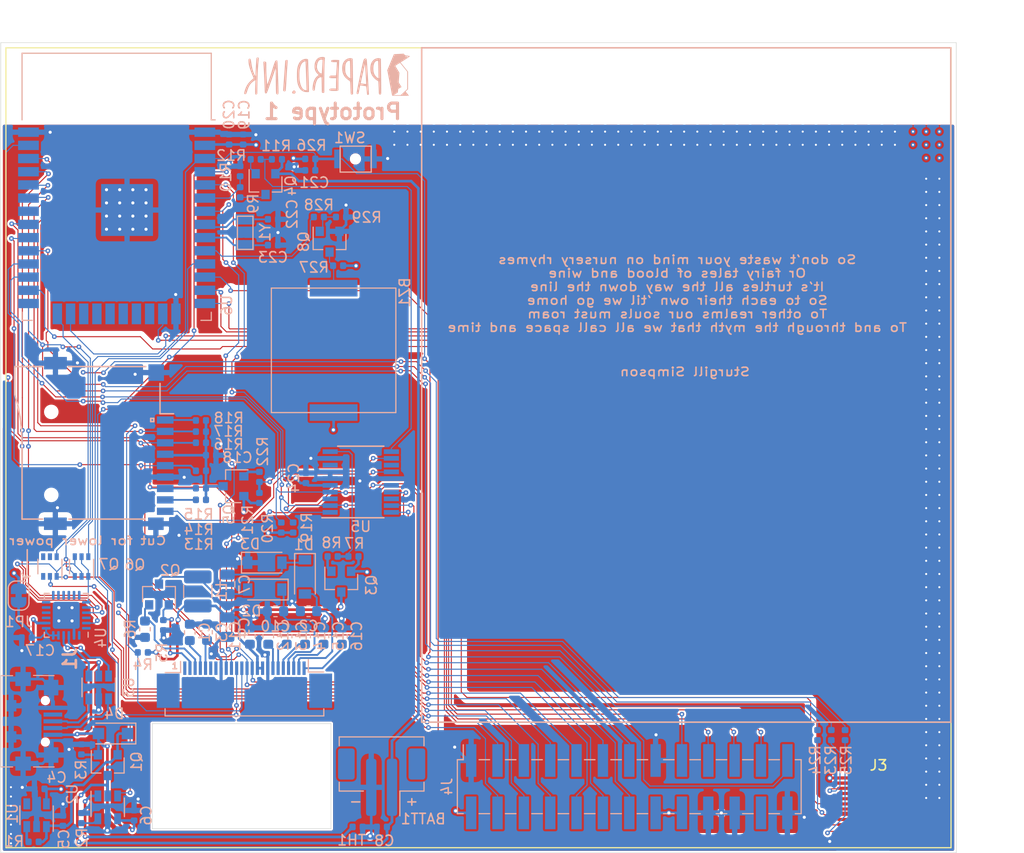
<source format=kicad_pcb>
(kicad_pcb (version 20200518) (host pcbnew "5.99.0-unknown-711fc99~101~ubuntu18.04.1")
  (layers (0 "F.Cu" signal) (1 "In1.Cu" mixed hide) (2 "In2.Cu" power hide) (31 "B.Cu" signal hide) (34 "B.Paste" user hide) (35 "F.Paste" user hide) (36 "B.SilkS" user) (37 "F.SilkS" user) (38 "B.Mask" user) (39 "F.Mask" user) (44 "Edge.Cuts" user))
  (net 0 "")
  (net 1 "GND")
  (net 2 "+BATT")
  (net 3 "Net-(BZ1-Pad2)")
  (net 4 "+3V3")
  (net 5 "Net-(C1-Pad1)")
  (net 6 "PREVGL")
  (net 7 "Net-(C3-Pad1)")
  (net 8 "Net-(C5-Pad1)")
  (net 9 "VBUS")
  (net 10 "Net-(C7-Pad2)")
  (net 11 "Net-(C7-Pad1)")
  (net 12 "V_EPD")
  (net 13 "PREVGH")
  (net 14 "Net-(C12-Pad1)")
  (net 15 "Net-(C13-Pad1)")
  (net 16 "Net-(C14-Pad1)")
  (net 17 "Net-(C15-Pad1)")
  (net 18 "Net-(C16-Pad1)")
  (net 19 "Net-(C17-Pad1)")
  (net 20 "ESP_EN")
  (net 21 "/xtal_P")
  (net 22 "/xtal_N")
  (net 23 "GDR")
  (net 24 "RESE")
  (net 25 "EPD_BUSY")
  (net 26 "~EPD_RES")
  (net 27 "~EPD_DC")
  (net 28 "~EPD_CS")
  (net 29 "SPI_SCLK")
  (net 30 "SPI_MOSI")
  (net 31 "/D_P")
  (net 32 "/D_N")
  (net 33 "RTS")
  (net 34 "UART_RXD0")
  (net 35 "EXT_GPIO0")
  (net 36 "I2C_SCL")
  (net 37 "EXT_GPIO2")
  (net 38 "JTAG_TDI")
  (net 39 "JTAG_TDO")
  (net 40 "JTAG_TCK")
  (net 41 "JTAG_TMS")
  (net 42 "EXT_GPIO1")
  (net 43 "I2C_SDA")
  (net 44 "SPI_MISO")
  (net 45 "UART_TXD0")
  (net 46 "DTR")
  (net 47 "~SD_CS")
  (net 48 "Net-(MICRO_SD1-Pad1)")
  (net 49 "V_SD")
  (net 50 "Net-(MICRO_SD1-Pad8)")
  (net 51 "Net-(Q3-Pad1)")
  (net 52 "Net-(Q4-Pad3)")
  (net 53 "Net-(Q4-Pad1)")
  (net 54 "Net-(Q5-Pad1)")
  (net 55 "GPIO_0")
  (net 56 "GPIO_2")
  (net 57 "Net-(Q8-Pad1)")
  (net 58 "Net-(R1-Pad1)")
  (net 59 "Net-(R2-Pad1)")
  (net 60 "~EPD_EN")
  (net 61 "BATT")
  (net 62 "~BATT_EN")
  (net 63 "~SD_EN")
  (net 64 "~LED_R")
  (net 65 "BUZZ")
  (net 66 "CAPBTN_1")
  (net 67 "CAPBTN_2")
  (net 68 "Net-(TH1-Pad1)")
  (net 69 "~CHG")
  (net 70 "USB_P")
  (net 71 "USB_N")
  (net 72 "~PCF_INT")
  (net 73 "~SD_CD")
  (net 74 "~FPC_LED_R")
  (net 75 "~FPC_LED_B")
  (net 76 "Net-(J3-Pad7)")
  (net 77 "Net-(J1-Pad4)")
  (net 78 "Net-(DS1-Pad1)")
  (net 79 "Net-(DS1-Pad6)")
  (net 80 "Net-(DS1-Pad7)")
  (net 81 "Net-(U6-Pad32)")
  (net 82 "Net-(U6-Pad22)")
  (net 83 "Net-(U6-Pad21)")
  (net 84 "Net-(U6-Pad20)")
  (net 85 "Net-(U6-Pad19)")
  (net 86 "Net-(U6-Pad18)")
  (net 87 "Net-(U6-Pad17)")
  (net 88 "Net-(Q7-Pad4)")
  (net 89 "Net-(Q7-Pad5)")
  (net 90 "Net-(Q7-Pad3)")
  (net 91 "Net-(U1-Pad4)")
  (net 92 "Net-(U5-Pad18)")
  (net 93 "Net-(U5-Pad13)")
  (net 94 "Net-(U5-Pad8)")
  (net 95 "Net-(U5-Pad3)")
  (net 96 "Net-(U4-Pad24)")
  (net 97 "Net-(U4-Pad18)")
  (net 98 "Net-(U4-Pad17)")
  (net 99 "Net-(U4-Pad16)")
  (net 100 "Net-(U4-Pad15)")
  (net 101 "Net-(U4-Pad14)")
  (net 102 "Net-(U4-Pad13)")
  (net 103 "Net-(U4-Pad12)")
  (net 104 "Net-(U4-Pad11)")
  (net 105 "Net-(U4-Pad10)")
  (net 106 "Net-(U4-Pad9)")
  (net 107 "Net-(U4-Pad1)")
  (net 108 "Net-(J4-Pad24)")
  (net 109 "Net-(U4-Pad22)")
  (module "karo_industries:KLJ-1230" (layer "B.Cu") (at 134.112 91.77 90)
    (fp_text reference "BZ1" (at 5.5 6.79 90) (layer "B.SilkS") (effects (justify mirror)))
    (fp_text value "Piezo_Buzzer")
    (pad "2" smd rect (at 5.92 -0.07 90) (size 1.6 4.6) (layers "B.Cu" "B.Paste" "B.Mask") (net 3 "Net-(BZ1-Pad2)"))
    (pad "1" smd rect (at -6.07 -0.07 90) (size 1.6 4.6) (layers "B.Cu" "B.Paste" "B.Mask") (net 4 "+3V3"))
  )
  (module "RF_Module:ESP32-WROOM-32" (layer "B.Cu") (at 113.13 79.07 180)
    (fp_text reference "U6" (at -10.61 -8.43 270) (layer "B.SilkS") (effects (justify mirror)))
    (fp_text value "OLIMEX_Cases_ESP-WROOM-32")
    (pad "38" smd rect (at 8.5 8.255 180) (size 2 0.9) (layers "B.Cu" "B.Paste" "B.Mask") (net 1 "GND"))
    (pad "37" smd rect (at 8.5 6.985 180) (size 2 0.9) (layers "B.Cu" "B.Paste" "B.Mask") (net 30 "SPI_MOSI"))
    (pad "36" smd rect (at 8.5 5.715 180) (size 2 0.9) (layers "B.Cu" "B.Paste" "B.Mask") (net 28 "~EPD_CS"))
    (pad "35" smd rect (at 8.5 4.445 180) (size 2 0.9) (layers "B.Cu" "B.Paste" "B.Mask") (net 45 "UART_TXD0"))
    (pad "34" smd rect (at 8.5 3.175 180) (size 2 0.9) (layers "B.Cu" "B.Paste" "B.Mask") (net 34 "UART_RXD0"))
    (pad "33" smd rect (at 8.5 1.905 180) (size 2 0.9) (layers "B.Cu" "B.Paste" "B.Mask") (net 47 "~SD_CS"))
    (pad "32" smd rect (at 8.5 0.635 180) (size 2 0.9) (layers "B.Cu" "B.Paste" "B.Mask") (net 81 "Net-(U6-Pad32)"))
    (pad "31" smd rect (at 8.5 -0.635 180) (size 2 0.9) (layers "B.Cu" "B.Paste" "B.Mask") (net 44 "SPI_MISO"))
    (pad "30" smd rect (at 8.5 -1.905 180) (size 2 0.9) (layers "B.Cu" "B.Paste" "B.Mask") (net 29 "SPI_SCLK"))
    (pad "29" smd rect (at 8.5 -3.175 180) (size 2 0.9) (layers "B.Cu" "B.Paste" "B.Mask") (net 64 "~LED_R"))
    (pad "28" smd rect (at 8.5 -4.445 180) (size 2 0.9) (layers "B.Cu" "B.Paste" "B.Mask") (net 36 "I2C_SCL"))
    (pad "27" smd rect (at 8.5 -5.715 180) (size 2 0.9) (layers "B.Cu" "B.Paste" "B.Mask") (net 43 "I2C_SDA"))
    (pad "26" smd rect (at 8.5 -6.985 180) (size 2 0.9) (layers "B.Cu" "B.Paste" "B.Mask") (net 66 "CAPBTN_1"))
    (pad "25" smd rect (at 8.5 -8.255 180) (size 2 0.9) (layers "B.Cu" "B.Paste" "B.Mask") (net 55 "GPIO_0"))
    (pad "24" smd rect (at 5.715 -9.255 90) (size 2 0.9) (layers "B.Cu" "B.Paste" "B.Mask") (net 56 "GPIO_2"))
    (pad "23" smd rect (at 4.445 -9.255 90) (size 2 0.9) (layers "B.Cu" "B.Paste" "B.Mask") (net 39 "JTAG_TDO"))
    (pad "22" smd rect (at 3.175 -9.255 90) (size 2 0.9) (layers "B.Cu" "B.Paste" "B.Mask") (net 82 "Net-(U6-Pad22)"))
    (pad "21" smd rect (at 1.905 -9.255 90) (size 2 0.9) (layers "B.Cu" "B.Paste" "B.Mask") (net 83 "Net-(U6-Pad21)"))
    (pad "20" smd rect (at 0.635 -9.255 90) (size 2 0.9) (layers "B.Cu" "B.Paste" "B.Mask") (net 84 "Net-(U6-Pad20)"))
    (pad "19" smd rect (at -0.635 -9.255 90) (size 2 0.9) (layers "B.Cu" "B.Paste" "B.Mask") (net 85 "Net-(U6-Pad19)"))
    (pad "18" smd rect (at -1.905 -9.255 90) (size 2 0.9) (layers "B.Cu" "B.Paste" "B.Mask") (net 86 "Net-(U6-Pad18)"))
    (pad "17" smd rect (at -3.175 -9.255 90) (size 2 0.9) (layers "B.Cu" "B.Paste" "B.Mask") (net 87 "Net-(U6-Pad17)"))
    (pad "16" smd rect (at -4.445 -9.255 90) (size 2 0.9) (layers "B.Cu" "B.Paste" "B.Mask") (net 40 "JTAG_TCK"))
    (pad "15" smd rect (at -5.715 -9.255 90) (size 2 0.9) (layers "B.Cu" "B.Paste" "B.Mask") (net 1 "GND"))
    (pad "14" smd rect (at -8.5 -8.255 180) (size 2 0.9) (layers "B.Cu" "B.Paste" "B.Mask") (net 38 "JTAG_TDI"))
    (pad "13" smd rect (at -8.5 -6.985 180) (size 2 0.9) (layers "B.Cu" "B.Paste" "B.Mask") (net 41 "JTAG_TMS"))
    (pad "12" smd rect (at -8.5 -5.715 180) (size 2 0.9) (layers "B.Cu" "B.Paste" "B.Mask") (net 67 "CAPBTN_2"))
    (pad "11" smd rect (at -8.5 -4.445 180) (size 2 0.9) (layers "B.Cu" "B.Paste" "B.Mask") (net 27 "~EPD_DC"))
    (pad "10" smd rect (at -8.5 -3.175 180) (size 2 0.9) (layers "B.Cu" "B.Paste" "B.Mask") (net 65 "BUZZ"))
    (pad "9" smd rect (at -8.5 -1.905 180) (size 2 0.9) (layers "B.Cu" "B.Paste" "B.Mask") (net 22 "/xtal_N"))
    (pad "8" smd rect (at -8.5 -0.635 180) (size 2 0.9) (layers "B.Cu" "B.Paste" "B.Mask") (net 21 "/xtal_P"))
    (pad "7" smd rect (at -8.5 0.635 180) (size 2 0.9) (layers "B.Cu" "B.Paste" "B.Mask") (net 25 "EPD_BUSY"))
    (pad "6" smd rect (at -8.5 1.905 180) (size 2 0.9) (layers "B.Cu" "B.Paste" "B.Mask") (net 61 "BATT"))
    (pad "5" smd rect (at -8.5 3.175 180) (size 2 0.9) (layers "B.Cu" "B.Paste" "B.Mask") (net 72 "~PCF_INT"))
    (pad "4" smd rect (at -8.5 4.445 180) (size 2 0.9) (layers "B.Cu" "B.Paste" "B.Mask") (net 69 "~CHG"))
    (pad "3" smd rect (at -8.5 5.715 180) (size 2 0.9) (layers "B.Cu" "B.Paste" "B.Mask") (net 20 "ESP_EN"))
    (pad "2" smd rect (at -8.5 6.985 180) (size 2 0.9) (layers "B.Cu" "B.Paste" "B.Mask") (net 4 "+3V3"))
    (pad "1" smd rect (at -8.5 8.255 180) (size 2 0.9) (layers "B.Cu" "B.Paste" "B.Mask") (net 1 "GND"))
    (pad "39" smd rect (at -1 0.755 180) (size 5 5) (layers "B.Cu" "B.Paste" "B.Mask") (net 1 "GND"))
  )
  (module "karo_industries:4.2_inch_e_paper_bottom_layer" (layer "F.Cu") (at 125.476 125.73)
    (fp_text reference "DS1" hide)
    (fp_text value "E-paper_24_pins")
    (fp_text user "1" (at -6.74 -3.47) (layer "B.SilkS") (effects (font (size 0.6 0.6))))
    (pad "MP" smd rect (at 7.32 -1.08) (size 2.2 3.3) (layers "B.Cu" "B.Paste" "B.Mask"))
    (pad "1" smd rect (at -5.78 -3.25) (size 0.3 1.3) (layers "B.Cu" "B.Paste" "B.Mask") (net 78 "Net-(DS1-Pad1)"))
    (pad "MP" smd rect (at -7.38 -1.08) (size 2.2 3.3) (layers "B.Cu" "B.Paste" "B.Mask"))
    (pad "2" smd rect (at -5.28 -3.25) (size 0.3 1.3) (layers "B.Cu" "B.Paste" "B.Mask") (net 23 "GDR"))
    (pad "3" smd rect (at -4.78 -3.25) (size 0.3 1.3) (layers "B.Cu" "B.Paste" "B.Mask") (net 24 "RESE"))
    (pad "4" smd rect (at -4.28 -3.25) (size 0.3 1.3) (layers "B.Cu" "B.Paste" "B.Mask") (net 5 "Net-(C1-Pad1)"))
    (pad "5" smd rect (at -3.78 -3.25) (size 0.3 1.3) (layers "B.Cu" "B.Paste" "B.Mask") (net 7 "Net-(C3-Pad1)"))
    (pad "6" smd rect (at -3.28 -3.25) (size 0.3 1.3) (layers "B.Cu" "B.Paste" "B.Mask") (net 79 "Net-(DS1-Pad6)"))
    (pad "7" smd rect (at -2.78 -3.25) (size 0.3 1.3) (layers "B.Cu" "B.Paste" "B.Mask") (net 80 "Net-(DS1-Pad7)"))
    (pad "8" smd rect (at -2.28 -3.25) (size 0.3 1.3) (layers "B.Cu" "B.Paste" "B.Mask") (net 1 "GND"))
    (pad "9" smd rect (at -1.78 -3.25) (size 0.3 1.3) (layers "B.Cu" "B.Paste" "B.Mask") (net 25 "EPD_BUSY"))
    (pad "10" smd rect (at -1.28 -3.25) (size 0.3 1.3) (layers "B.Cu" "B.Paste" "B.Mask") (net 26 "~EPD_RES"))
    (pad "11" smd rect (at -0.78 -3.25) (size 0.3 1.3) (layers "B.Cu" "B.Paste" "B.Mask") (net 27 "~EPD_DC"))
    (pad "12" smd rect (at -0.28 -3.25) (size 0.3 1.3) (layers "B.Cu" "B.Paste" "B.Mask") (net 28 "~EPD_CS"))
    (pad "13" smd rect (at 0.22 -3.25) (size 0.3 1.3) (layers "B.Cu" "B.Paste" "B.Mask") (net 29 "SPI_SCLK"))
    (pad "14" smd rect (at 0.72 -3.25) (size 0.3 1.3) (layers "B.Cu" "B.Paste" "B.Mask") (net 30 "SPI_MOSI"))
    (pad "15" smd rect (at 1.22 -3.25) (size 0.3 1.3) (layers "B.Cu" "B.Paste" "B.Mask") (net 12 "V_EPD"))
    (pad "16" smd rect (at 1.72 -3.25) (size 0.3 1.3) (layers "B.Cu" "B.Paste" "B.Mask") (net 12 "V_EPD"))
    (pad "17" smd rect (at 2.22 -3.25) (size 0.3 1.3) (layers "B.Cu" "B.Paste" "B.Mask") (net 1 "GND"))
    (pad "18" smd rect (at 2.72 -3.25) (size 0.3 1.3) (layers "B.Cu" "B.Paste" "B.Mask") (net 14 "Net-(C12-Pad1)"))
    (pad "19" smd rect (at 3.22 -3.25) (size 0.3 1.3) (layers "B.Cu" "B.Paste" "B.Mask") (net 15 "Net-(C13-Pad1)"))
    (pad "20" smd rect (at 3.72 -3.25) (size 0.3 1.3) (layers "B.Cu" "B.Paste" "B.Mask") (net 16 "Net-(C14-Pad1)"))
    (pad "21" smd rect (at 4.22 -3.25) (size 0.3 1.3) (layers "B.Cu" "B.Paste" "B.Mask") (net 13 "PREVGH"))
    (pad "22" smd rect (at 4.72 -3.25) (size 0.3 1.3) (layers "B.Cu" "B.Paste" "B.Mask") (net 17 "Net-(C15-Pad1)"))
    (pad "23" smd rect (at 5.22 -3.25) (size 0.3 1.3) (layers "B.Cu" "B.Paste" "B.Mask") (net 6 "PREVGL"))
    (pad "24" smd rect (at 5.72 -3.25) (size 0.3 1.3) (layers "B.Cu" "B.Paste" "B.Mask") (net 18 "Net-(C16-Pad1)"))
  )
  (module "karo_industries:K2-1822SA-A3DW-06" (layer "B.Cu") (at 136.14 73.39 180)
    (fp_text reference "SW1" (at 0.54 2.032) (layer "B.SilkS") (effects (justify mirror)))
    (fp_text value "RESET")
    (pad "" np_thru_hole circle (at -0.01 0 180) (size 0.7 0.7) (drill 0.7) (layers *.Cu *.Mask))
    (pad "2" smd rect (at 1.715 0 180) (size 0.65 1.8) (layers "B.Cu" "B.Paste" "B.Mask") (net 20 "ESP_EN"))
    (pad "1" smd rect (at -1.735 0 180) (size 0.65 1.8) (layers "B.Cu" "B.Paste" "B.Mask") (net 1 "GND"))
  )
  (module "karo_industries:Q13FC1350000400" (layer "B.Cu") (at 125.54 80.51 90)
    (fp_text reference "Y1" (at 0.02 1.9 90) (layer "B.SilkS") (effects (justify mirror)))
    (fp_text value "32.768KHz")
    (pad "2" smd rect (at 1.3 -0.03 90) (size 1 1.8) (layers "B.Cu" "B.Paste" "B.Mask") (net 21 "/xtal_P"))
    (pad "1" smd rect (at -1.2 -0.03 90) (size 1 1.8) (layers "B.Cu" "B.Paste" "B.Mask") (net 22 "/xtal_N"))
  )
  (module "karo_industries:papered_ink_logo_horizontal" (layer "B.Cu") (at 133.42 65.27 180)
    (fp_text reference "G***" hide)
    (fp_text value "LOGO" hide)
  )
  (module "Package_TO_SOT_SMD:SOT-23" (layer "B.Cu") (at 117.21 115.37 90)
    (fp_text reference "Q2" (at 2.318 1.084 180) (layer "B.SilkS") (effects (justify mirror)))
    (fp_text value "T2N7002BK")
    (pad "3" smd rect (at 1 0 90) (size 0.9 0.8) (layers "B.Cu" "B.Paste" "B.Mask") (net 11 "Net-(C7-Pad1)"))
    (pad "2" smd rect (at -1 -0.95 90) (size 0.9 0.8) (layers "B.Cu" "B.Paste" "B.Mask") (net 24 "RESE"))
    (pad "1" smd rect (at -1 0.95 90) (size 0.9 0.8) (layers "B.Cu" "B.Paste" "B.Mask") (net 23 "GDR"))
  )
  (module "Resistor_SMD:R_0603_1608Metric" (layer "B.Cu") (at 115.86 118.72 -90)
    (fp_text reference "R6" (at 0 1.43 90) (layer "B.SilkS") (effects (justify mirror)))
    (fp_text value "0.47")
    (pad "2" smd roundrect (at 0.7875 0 270) (size 0.875 0.95) (layers "B.Cu" "B.Paste" "B.Mask") (net 1 "GND"))
    (pad "1" smd roundrect (at -0.7875 0 270) (size 0.875 0.95) (layers "B.Cu" "B.Paste" "B.Mask") (net 24 "RESE"))
  )
  (module "Capacitor_SMD:C_0603_1608Metric" (layer "B.Cu") (at 125.97 119.3825 -90)
    (fp_text reference "C11" (at 0 1.43 90) (layer "B.SilkS") (effects (justify mirror)))
    (fp_text value "1uF/50V")
    (pad "2" smd roundrect (at 0.7875 0 270) (size 0.875 0.95) (layers "B.Cu" "B.Paste" "B.Mask") (net 12 "V_EPD"))
    (pad "1" smd roundrect (at -0.7875 0 270) (size 0.875 0.95) (layers "B.Cu" "B.Paste" "B.Mask") (net 1 "GND"))
  )
  (module "Capacitor_SMD:C_0603_1608Metric" (layer "B.Cu") (at 121.84 119.01 90)
    (fp_text reference "C3" (at 0 1.43 90) (layer "B.SilkS") (effects (justify mirror)))
    (fp_text value "1uF/50V")
    (pad "2" smd roundrect (at 0.7875 0 90) (size 0.875 0.95) (layers "B.Cu" "B.Paste" "B.Mask") (net 1 "GND"))
    (pad "1" smd roundrect (at -0.7875 0 90) (size 0.875 0.95) (layers "B.Cu" "B.Paste" "B.Mask") (net 7 "Net-(C3-Pad1)"))
  )
  (module "Capacitor_SMD:C_0603_1608Metric" (layer "B.Cu") (at 131.292 119.3825 90)
    (fp_text reference "C14" (at 0 1.43 90) (layer "B.SilkS") (effects (justify mirror)))
    (fp_text value "1uF/50V")
    (pad "2" smd roundrect (at 0.7875 0 90) (size 0.875 0.95) (layers "B.Cu" "B.Paste" "B.Mask") (net 1 "GND"))
    (pad "1" smd roundrect (at -0.7875 0 90) (size 0.875 0.95) (layers "B.Cu" "B.Paste" "B.Mask") (net 16 "Net-(C14-Pad1)"))
  )
  (module "Capacitor_SMD:C_0603_1608Metric" (layer "B.Cu") (at 127.744 119.3825 90)
    (fp_text reference "C12" (at 0 1.43 90) (layer "B.SilkS") (effects (justify mirror)))
    (fp_text value "1uF/50V")
    (pad "2" smd roundrect (at 0.7875 0 90) (size 0.875 0.95) (layers "B.Cu" "B.Paste" "B.Mask") (net 1 "GND"))
    (pad "1" smd roundrect (at -0.7875 0 90) (size 0.875 0.95) (layers "B.Cu" "B.Paste" "B.Mask") (net 14 "Net-(C12-Pad1)"))
  )
  (module "Capacitor_SMD:C_0603_1608Metric" (layer "B.Cu") (at 129.518 119.3825 90)
    (fp_text reference "C13" (at 0 1.43 90) (layer "B.SilkS") (effects (justify mirror)))
    (fp_text value "1uF/50V")
    (pad "2" smd roundrect (at 0.7875 0 90) (size 0.875 0.95) (layers "B.Cu" "B.Paste" "B.Mask") (net 1 "GND"))
    (pad "1" smd roundrect (at -0.7875 0 90) (size 0.875 0.95) (layers "B.Cu" "B.Paste" "B.Mask") (net 15 "Net-(C13-Pad1)"))
  )
  (module "Capacitor_SMD:C_0603_1608Metric" (layer "B.Cu") (at 131.63 116.99)
    (fp_text reference "C2" (at 0 1.43) (layer "B.SilkS") (effects (justify mirror)))
    (fp_text value "1uF/50V")
    (pad "2" smd roundrect (at 0.7875 0) (size 0.875 0.95) (layers "B.Cu" "B.Paste" "B.Mask") (net 6 "PREVGL"))
    (pad "1" smd roundrect (at -0.7875 0) (size 0.875 0.95) (layers "B.Cu" "B.Paste" "B.Mask") (net 1 "GND"))
  )
  (module "Capacitor_SMD:C_0603_1608Metric" (layer "B.Cu") (at 128.44 117)
    (fp_text reference "C10" (at 0 1.43) (layer "B.SilkS") (effects (justify mirror)))
    (fp_text value "1uF/50V")
    (pad "2" smd roundrect (at 0.7875 0) (size 0.875 0.95) (layers "B.Cu" "B.Paste" "B.Mask") (net 13 "PREVGH"))
    (pad "1" smd roundrect (at -0.7875 0) (size 0.875 0.95) (layers "B.Cu" "B.Paste" "B.Mask") (net 1 "GND"))
  )
  (module "Capacitor_SMD:C_0603_1608Metric" (layer "B.Cu") (at 134.84 119.3825 90)
    (fp_text reference "C16" (at 0 1.43 90) (layer "B.SilkS") (effects (justify mirror)))
    (fp_text value "1uF/50V")
    (pad "2" smd roundrect (at 0.7875 0 90) (size 0.875 0.95) (layers "B.Cu" "B.Paste" "B.Mask") (net 1 "GND"))
    (pad "1" smd roundrect (at -0.7875 0 90) (size 0.875 0.95) (layers "B.Cu" "B.Paste" "B.Mask") (net 18 "Net-(C16-Pad1)"))
  )
  (module "Capacitor_SMD:C_0603_1608Metric" (layer "B.Cu") (at 133.066 119.3825 90)
    (fp_text reference "C15" (at 0 1.43 90) (layer "B.SilkS") (effects (justify mirror)))
    (fp_text value "1uF/50V")
    (pad "2" smd roundrect (at 0.7875 0 90) (size 0.875 0.95) (layers "B.Cu" "B.Paste" "B.Mask") (net 1 "GND"))
    (pad "1" smd roundrect (at -0.7875 0 90) (size 0.875 0.95) (layers "B.Cu" "B.Paste" "B.Mask") (net 17 "Net-(C15-Pad1)"))
  )
  (module "Capacitor_SMD:C_0603_1608Metric" (layer "B.Cu") (at 120.18 119.03 90)
    (fp_text reference "C1" (at 0 1.43 90) (layer "B.SilkS") (effects (justify mirror)))
    (fp_text value "1uF/50V")
    (pad "2" smd roundrect (at 0.7875 0 90) (size 0.875 0.95) (layers "B.Cu" "B.Paste" "B.Mask") (net 1 "GND"))
    (pad "1" smd roundrect (at -0.7875 0 90) (size 0.875 0.95) (layers "B.Cu" "B.Paste" "B.Mask") (net 5 "Net-(C1-Pad1)"))
  )
  (module "Capacitor_SMD:C_0805_2012Metric" (layer "B.Cu") (at 123.81 114.395 90)
    (fp_text reference "C7" (at 0 1.65 90) (layer "B.SilkS") (effects (justify mirror)))
    (fp_text value "4.7uF/50V")
    (pad "2" smd roundrect (at 0.9375 0 90) (size 0.975 1.4) (layers "B.Cu" "B.Paste" "B.Mask") (net 10 "Net-(C7-Pad2)"))
    (pad "1" smd roundrect (at -0.9375 0 90) (size 0.975 1.4) (layers "B.Cu" "B.Paste" "B.Mask") (net 11 "Net-(C7-Pad1)"))
  )
  (module "Capacitor_SMD:C_0805_2012Metric" (layer "B.Cu") (at 123.78 118.525 90)
    (fp_text reference "C9" (at 0 1.65 90) (layer "B.SilkS") (effects (justify mirror)))
    (fp_text value "4.7uF/50V")
    (pad "2" smd roundrect (at 0.9375 0 90) (size 0.975 1.4) (layers "B.Cu" "B.Paste" "B.Mask") (net 12 "V_EPD"))
    (pad "1" smd roundrect (at -0.9375 0 90) (size 0.975 1.4) (layers "B.Cu" "B.Paste" "B.Mask") (net 1 "GND"))
  )
  (module "Capacitor_SMD:C_0402_1005Metric" (layer "B.Cu") (at 131.37 104.15 -90)
    (fp_text reference "C24" (at 0 1.17 -90) (layer "B.SilkS") (effects (justify mirror)))
    (fp_text value "0.1uF/50V")
    (pad "2" smd roundrect (at 0.485 0 270) (size 0.59 0.64) (layers "B.Cu" "B.Paste" "B.Mask") (net 4 "+3V3"))
    (pad "1" smd roundrect (at -0.485 0 270) (size 0.59 0.64) (layers "B.Cu" "B.Paste" "B.Mask") (net 1 "GND"))
  )
  (module "Package_SO:TSSOP-20_4.4x6.5mm_P0.65mm" (layer "B.Cu") (at 136.66 104.53)
    (fp_text reference "U5" (at 0 4.3) (layer "B.SilkS") (effects (justify mirror)))
    (fp_text value "PCF8574APWR")
    (pad "20" smd rect (at 2.95 2.925) (size 1.45 0.45) (layers "B.Cu" "B.Paste" "B.Mask") (net 37 "EXT_GPIO2"))
    (pad "19" smd rect (at 2.95 2.275) (size 1.45 0.45) (layers "B.Cu" "B.Paste" "B.Mask") (net 42 "EXT_GPIO1"))
    (pad "18" smd rect (at 2.95 1.625) (size 1.45 0.45) (layers "B.Cu" "B.Paste" "B.Mask") (net 92 "Net-(U5-Pad18)"))
    (pad "17" smd rect (at 2.95 0.975) (size 1.45 0.45) (layers "B.Cu" "B.Paste" "B.Mask") (net 35 "EXT_GPIO0"))
    (pad "16" smd rect (at 2.95 0.325) (size 1.45 0.45) (layers "B.Cu" "B.Paste" "B.Mask") (net 73 "~SD_CD"))
    (pad "15" smd rect (at 2.95 -0.325) (size 1.45 0.45) (layers "B.Cu" "B.Paste" "B.Mask") (net 1 "GND"))
    (pad "14" smd rect (at 2.95 -0.975) (size 1.45 0.45) (layers "B.Cu" "B.Paste" "B.Mask") (net 26 "~EPD_RES"))
    (pad "13" smd rect (at 2.95 -1.625) (size 1.45 0.45) (layers "B.Cu" "B.Paste" "B.Mask") (net 93 "Net-(U5-Pad13)"))
    (pad "12" smd rect (at 2.95 -2.275) (size 1.45 0.45) (layers "B.Cu" "B.Paste" "B.Mask") (net 63 "~SD_EN"))
    (pad "11" smd rect (at 2.95 -2.925) (size 1.45 0.45) (layers "B.Cu" "B.Paste" "B.Mask") (net 62 "~BATT_EN"))
    (pad "10" smd rect (at -2.95 -2.925) (size 1.45 0.45) (layers "B.Cu" "B.Paste" "B.Mask") (net 60 "~EPD_EN"))
    (pad "9" smd rect (at -2.95 -2.275) (size 1.45 0.45) (layers "B.Cu" "B.Paste" "B.Mask") (net 1 "GND"))
    (pad "8" smd rect (at -2.95 -1.625) (size 1.45 0.45) (layers "B.Cu" "B.Paste" "B.Mask") (net 94 "Net-(U5-Pad8)"))
    (pad "7" smd rect (at -2.95 -0.975) (size 1.45 0.45) (layers "B.Cu" "B.Paste" "B.Mask") (net 1 "GND"))
    (pad "6" smd rect (at -2.95 -0.325) (size 1.45 0.45) (layers "B.Cu" "B.Paste" "B.Mask") (net 1 "GND"))
    (pad "5" smd rect (at -2.95 0.325) (size 1.45 0.45) (layers "B.Cu" "B.Paste" "B.Mask") (net 4 "+3V3"))
    (pad "4" smd rect (at -2.95 0.975) (size 1.45 0.45) (layers "B.Cu" "B.Paste" "B.Mask") (net 43 "I2C_SDA"))
    (pad "3" smd rect (at -2.95 1.625) (size 1.45 0.45) (layers "B.Cu" "B.Paste" "B.Mask") (net 95 "Net-(U5-Pad3)"))
    (pad "2" smd rect (at -2.95 2.275) (size 1.45 0.45) (layers "B.Cu" "B.Paste" "B.Mask") (net 36 "I2C_SCL"))
    (pad "1" smd rect (at -2.95 2.925) (size 1.45 0.45) (layers "B.Cu" "B.Paste" "B.Mask") (net 72 "~PCF_INT"))
  )
  (module "karo_industries:micro_SD_card" (layer "B.Cu") (at 107.31 100.756 90)
    (fp_text reference "MICRO_SD1")
    (fp_text value "micro_sd_card")
    (pad "3" smd rect (at 0 10.5 90) (size 0.7 1.6) (layers "B.Cu" "B.Paste" "B.Mask") (net 30 "SPI_MOSI"))
    (pad "" np_thru_hole circle (at -5.02 -0.48 90) (size 1 1) (drill 1) (layers *.Cu *.Mask))
    (pad "" np_thru_hole circle (at 2.98 -0.48 90) (size 1 1) (drill 1) (layers *.Cu *.Mask))
    (pad "2" smd rect (at 1.1 10.5 90) (size 0.7 1.6) (layers "B.Cu" "B.Paste" "B.Mask") (net 47 "~SD_CS"))
    (pad "1" smd rect (at 2.2 10.5 90) (size 0.7 1.6) (layers "B.Cu" "B.Paste" "B.Mask") (net 48 "Net-(MICRO_SD1-Pad1)"))
    (pad "4" smd rect (at -1.1 10.5 90) (size 0.7 1.6) (layers "B.Cu" "B.Paste" "B.Mask") (net 49 "V_SD"))
    (pad "5" smd rect (at -2.2 10.5 90) (size 0.7 1.6) (layers "B.Cu" "B.Paste" "B.Mask") (net 29 "SPI_SCLK"))
    (pad "6" smd rect (at -3.3 10.5 90) (size 0.7 1.6) (layers "B.Cu" "B.Paste" "B.Mask") (net 1 "GND"))
    (pad "8" smd rect (at -5.5 10.5 90) (size 0.7 1.6) (layers "B.Cu" "B.Paste" "B.Mask") (net 50 "Net-(MICRO_SD1-Pad8)"))
    (pad "7" smd rect (at -4.4 10.5 90) (size 0.7 1.6) (layers "B.Cu" "B.Paste" "B.Mask") (net 44 "SPI_MISO"))
    (pad "9" smd rect (at -6.6 10.5 90) (size 0.7 1.6) (layers "B.Cu" "B.Paste" "B.Mask") (net 73 "~SD_CD"))
    (pad "10" smd rect (at -7.8 9.6 90) (size 1.2 1.5) (layers "B.Cu" "B.Paste" "B.Mask") (net 1 "GND"))
    (pad "10" smd rect (at 6.77 9.63 90) (size 1.6 1.5) (layers "B.Cu" "B.Paste" "B.Mask") (net 1 "GND"))
    (pad "10" smd rect (at -7.8 -0.09 90) (size 1.2 2.2) (layers "B.Cu" "B.Paste" "B.Mask") (net 1 "GND"))
    (pad "10" smd rect (at 7.68 -0.08 90) (size 1.2 2.2) (layers "B.Cu" "B.Paste" "B.Mask") (net 1 "GND"))
  )
  (module "Capacitor_SMD:C_0402_1005Metric" (layer "B.Cu") (at 128.195 81.7)
    (fp_text reference "C23" (at 0 1.17) (layer "B.SilkS") (effects (justify mirror)))
    (fp_text value "12pF/50V")
    (pad "2" smd roundrect (at 0.485 0) (size 0.59 0.64) (layers "B.Cu" "B.Paste" "B.Mask") (net 1 "GND"))
    (pad "1" smd roundrect (at -0.485 0) (size 0.59 0.64) (layers "B.Cu" "B.Paste" "B.Mask") (net 22 "/xtal_N"))
  )
  (module "Diode_SMD:D_SOD-123" (layer "B.Cu") (at 127.41 112.31)
    (fp_text reference "D2" (at -1.28 4.65) (layer "B.SilkS") (effects (justify mirror)))
    (fp_text value "LMBR130")
    (pad "2" smd rect (at 1.65 0) (size 0.9 1.2) (layers "B.Cu" "B.Paste" "B.Mask") (net 10 "Net-(C7-Pad2)"))
    (pad "1" smd rect (at -1.65 0) (size 0.9 1.2) (layers "B.Cu" "B.Paste" "B.Mask") (net 1 "GND"))
  )
  (module "Package_DFN_QFN:QFN-24-1EP_4x4mm_P0.5mm_EP2.6x2.6mm" (layer "B.Cu") (at 108.27 117.38 90)
    (fp_text reference "U4" (at -2.15 3.33 90) (layer "B.SilkS") (effects (justify mirror)))
    (fp_text value "CP2104")
    (pad "24" smd roundrect (at -1.25 1.9375 90) (size 0.25 0.825) (layers "B.Cu" "B.Paste" "B.Mask") (net 96 "Net-(U4-Pad24)"))
    (pad "23" smd roundrect (at -0.75 1.9375 90) (size 0.25 0.825) (layers "B.Cu" "B.Paste" "B.Mask") (net 46 "DTR"))
    (pad "22" smd roundrect (at -0.25 1.9375 90) (size 0.25 0.825) (layers "B.Cu" "B.Paste" "B.Mask") (net 109 "Net-(U4-Pad22)"))
    (pad "21" smd roundrect (at 0.25 1.9375 90) (size 0.25 0.825) (layers "B.Cu" "B.Paste" "B.Mask") (net 34 "UART_RXD0"))
    (pad "20" smd roundrect (at 0.75 1.9375 90) (size 0.25 0.825) (layers "B.Cu" "B.Paste" "B.Mask") (net 45 "UART_TXD0"))
    (pad "19" smd roundrect (at 1.25 1.9375 90) (size 0.25 0.825) (layers "B.Cu" "B.Paste" "B.Mask") (net 33 "RTS"))
    (pad "18" smd roundrect (at 1.9375 1.25 90) (size 0.825 0.25) (layers "B.Cu" "B.Paste" "B.Mask") (net 97 "Net-(U4-Pad18)"))
    (pad "17" smd roundrect (at 1.9375 0.75 90) (size 0.825 0.25) (layers "B.Cu" "B.Paste" "B.Mask") (net 98 "Net-(U4-Pad17)"))
    (pad "16" smd roundrect (at 1.9375 0.25 90) (size 0.825 0.25) (layers "B.Cu" "B.Paste" "B.Mask") (net 99 "Net-(U4-Pad16)"))
    (pad "15" smd roundrect (at 1.9375 -0.25 90) (size 0.825 0.25) (layers "B.Cu" "B.Paste" "B.Mask") (net 100 "Net-(U4-Pad15)"))
    (pad "14" smd roundrect (at 1.9375 -0.75 90) (size 0.825 0.25) (layers "B.Cu" "B.Paste" "B.Mask") (net 101 "Net-(U4-Pad14)"))
    (pad "13" smd roundrect (at 1.9375 -1.25 90) (size 0.825 0.25) (layers "B.Cu" "B.Paste" "B.Mask") (net 102 "Net-(U4-Pad13)"))
    (pad "12" smd roundrect (at 1.25 -1.9375 90) (size 0.25 0.825) (layers "B.Cu" "B.Paste" "B.Mask") (net 103 "Net-(U4-Pad12)"))
    (pad "11" smd roundrect (at 0.75 -1.9375 90) (size 0.25 0.825) (layers "B.Cu" "B.Paste" "B.Mask") (net 104 "Net-(U4-Pad11)"))
    (pad "10" smd roundrect (at 0.25 -1.9375 90) (size 0.25 0.825) (layers "B.Cu" "B.Paste" "B.Mask") (net 105 "Net-(U4-Pad10)"))
    (pad "9" smd roundrect (at -0.25 -1.9375 90) (size 0.25 0.825) (layers "B.Cu" "B.Paste" "B.Mask") (net 106 "Net-(U4-Pad9)"))
    (pad "8" smd roundrect (at -0.75 -1.9375 90) (size 0.25 0.825) (layers "B.Cu" "B.Paste" "B.Mask") (net 9 "VBUS"))
    (pad "7" smd roundrect (at -1.25 -1.9375 90) (size 0.25 0.825) (layers "B.Cu" "B.Paste" "B.Mask") (net 19 "Net-(C17-Pad1)"))
    (pad "6" smd roundrect (at -1.9375 -1.25 90) (size 0.825 0.25) (layers "B.Cu" "B.Paste" "B.Mask") (net 19 "Net-(C17-Pad1)"))
    (pad "5" smd roundrect (at -1.9375 -0.75 90) (size 0.825 0.25) (layers "B.Cu" "B.Paste" "B.Mask") (net 19 "Net-(C17-Pad1)"))
    (pad "4" smd roundrect (at -1.9375 -0.25 90) (size 0.825 0.25) (layers "B.Cu" "B.Paste" "B.Mask") (net 71 "USB_N"))
    (pad "3" smd roundrect (at -1.9375 0.25 90) (size 0.825 0.25) (layers "B.Cu" "B.Paste" "B.Mask") (net 70 "USB_P"))
    (pad "2" smd roundrect (at -1.9375 0.75 90) (size 0.825 0.25) (layers "B.Cu" "B.Paste" "B.Mask") (net 1 "GND"))
    (pad "1" smd roundrect (at -1.9375 1.25 90) (size 0.825 0.25) (layers "B.Cu" "B.Paste" "B.Mask") (net 107 "Net-(U4-Pad1)"))
    (pad "25" smd roundrect (at 0 0 90) (size 2.6 2.6) (layers "B.Cu" "B.Mask") (roundrect_rratio 0.09615384615384616) (net 1 "GND"))
  )
  (module "Package_TO_SOT_SMD:SOT-23-6" (layer "B.Cu") (at 111.4 124.33 90)
    (fp_text reference "U3" (at 0 2.9 90) (layer "B.SilkS") (effects (justify mirror)))
    (fp_text value "USBLC6-2SC6")
    (pad "5" smd rect (at 1.1 0 90) (size 1.06 0.65) (layers "B.Cu" "B.Paste" "B.Mask") (net 9 "VBUS"))
    (pad "6" smd rect (at 1.1 0.95 90) (size 1.06 0.65) (layers "B.Cu" "B.Paste" "B.Mask") (net 71 "USB_N"))
    (pad "4" smd rect (at 1.1 -0.95 90) (size 1.06 0.65) (layers "B.Cu" "B.Paste" "B.Mask") (net 70 "USB_P"))
    (pad "3" smd rect (at -1.1 -0.95 90) (size 1.06 0.65) (layers "B.Cu" "B.Paste" "B.Mask") (net 31 "/D_P"))
    (pad "2" smd rect (at -1.1 0 90) (size 1.06 0.65) (layers "B.Cu" "B.Paste" "B.Mask") (net 1 "GND"))
    (pad "1" smd rect (at -1.1 0.95 90) (size 1.06 0.65) (layers "B.Cu" "B.Paste" "B.Mask") (net 32 "/D_N"))
  )
  (module "Package_TO_SOT_SMD:SOT-23-6" (layer "B.Cu") (at 112.268 135.89 -90)
    (fp_text reference "U2" (at -1.28 3.418 90) (layer "B.SilkS") (effects (justify mirror)))
    (fp_text value "BQ21040")
    (pad "5" smd rect (at 1.1 0 270) (size 1.06 0.65) (layers "B.Cu" "B.Paste" "B.Mask") (net 1 "GND"))
    (pad "6" smd rect (at 1.1 0.95 270) (size 1.06 0.65) (layers "B.Cu" "B.Paste" "B.Mask") (net 59 "Net-(R2-Pad1)"))
    (pad "4" smd rect (at 1.1 -0.95 270) (size 1.06 0.65) (layers "B.Cu" "B.Paste" "B.Mask") (net 9 "VBUS"))
    (pad "3" smd rect (at -1.1 -0.95 270) (size 1.06 0.65) (layers "B.Cu" "B.Paste" "B.Mask") (net 69 "~CHG"))
    (pad "2" smd rect (at -1.1 0 270) (size 1.06 0.65) (layers "B.Cu" "B.Paste" "B.Mask") (net 2 "+BATT"))
    (pad "1" smd rect (at -1.1 0.95 270) (size 1.06 0.65) (layers "B.Cu" "B.Paste" "B.Mask") (net 68 "Net-(TH1-Pad1)"))
  )
  (module "Package_TO_SOT_SMD:SOT-23-5" (layer "B.Cu") (at 105.41 136.652 90)
    (fp_text reference "U1" (at 0.162 -2.33 90) (layer "B.SilkS") (effects (justify mirror)))
    (fp_text value "AP2112K-3.3")
    (pad "5" smd rect (at 1.1 0.95 90) (size 1.06 0.65) (layers "B.Cu" "B.Paste" "B.Mask") (net 4 "+3V3"))
    (pad "4" smd rect (at 1.1 -0.95 90) (size 1.06 0.65) (layers "B.Cu" "B.Paste" "B.Mask") (net 91 "Net-(U1-Pad4)"))
    (pad "3" smd rect (at -1.1 -0.95 90) (size 1.06 0.65) (layers "B.Cu" "B.Paste" "B.Mask") (net 58 "Net-(R1-Pad1)"))
    (pad "2" smd rect (at -1.1 0 90) (size 1.06 0.65) (layers "B.Cu" "B.Paste" "B.Mask") (net 1 "GND"))
    (pad "1" smd rect (at -1.1 0.95 90) (size 1.06 0.65) (layers "B.Cu" "B.Paste" "B.Mask") (net 8 "Net-(C5-Pad1)"))
  )
  (module "Resistor_SMD:R_0402_1005Metric" (layer "B.Cu") (at 136.361 137.782)
    (fp_text reference "TH1" (at -0.591 1.278) (layer "B.SilkS") (effects (justify mirror)))
    (fp_text value "10K NTC")
    (pad "2" smd roundrect (at 0.485 0) (size 0.59 0.64) (layers "B.Cu" "B.Paste" "B.Mask") (net 1 "GND"))
    (pad "1" smd roundrect (at -0.485 0) (size 0.59 0.64) (layers "B.Cu" "B.Paste" "B.Mask") (net 68 "Net-(TH1-Pad1)"))
  )
  (module "Resistor_SMD:R_0402_1005Metric" (layer "B.Cu") (at 134.755 78.99)
    (fp_text reference "R29" (at 2.475 0.03) (layer "B.SilkS") (effects (justify mirror)))
    (fp_text value "470k")
    (pad "2" smd roundrect (at 0.485 0) (size 0.59 0.64) (layers "B.Cu" "B.Paste" "B.Mask") (net 1 "GND"))
    (pad "1" smd roundrect (at -0.485 0) (size 0.59 0.64) (layers "B.Cu" "B.Paste" "B.Mask") (net 57 "Net-(Q8-Pad1)"))
  )
  (module "Resistor_SMD:R_0402_1005Metric" (layer "B.Cu") (at 132.62 78.99 180)
    (fp_text reference "R28" (at 0 1.17) (layer "B.SilkS") (effects (justify mirror)))
    (fp_text value "120")
    (pad "2" smd roundrect (at 0.485 0 180) (size 0.59 0.64) (layers "B.Cu" "B.Paste" "B.Mask") (net 65 "BUZZ"))
    (pad "1" smd roundrect (at -0.485 0 180) (size 0.59 0.64) (layers "B.Cu" "B.Paste" "B.Mask") (net 57 "Net-(Q8-Pad1)"))
  )
  (module "Resistor_SMD:R_0402_1005Metric" (layer "B.Cu") (at 134.475 83.68 180)
    (fp_text reference "R27" (at 2.335 -0.16) (layer "B.SilkS") (effects (justify mirror)))
    (fp_text value "1.2k")
    (pad "2" smd roundrect (at 0.485 0 180) (size 0.59 0.64) (layers "B.Cu" "B.Paste" "B.Mask") (net 3 "Net-(BZ1-Pad2)"))
    (pad "1" smd roundrect (at -0.485 0 180) (size 0.59 0.64) (layers "B.Cu" "B.Paste" "B.Mask") (net 4 "+3V3"))
  )
  (module "Resistor_SMD:R_0402_1005Metric" (layer "B.Cu") (at 131.79 73.39)
    (fp_text reference "R26" (at 0.12 -1.31) (layer "B.SilkS") (effects (justify mirror)))
    (fp_text value "10k")
    (pad "2" smd roundrect (at 0.485 0) (size 0.59 0.64) (layers "B.Cu" "B.Paste" "B.Mask") (net 20 "ESP_EN"))
    (pad "1" smd roundrect (at -0.485 0) (size 0.59 0.64) (layers "B.Cu" "B.Paste" "B.Mask") (net 4 "+3V3"))
  )
  (module "Resistor_SMD:R_0402_1005Metric" (layer "B.Cu") (at 183.34 128.93 -90)
    (fp_text reference "R25" (at 2.42 -0.11 90) (layer "B.SilkS") (effects (justify mirror)))
    (fp_text value "120")
    (pad "2" smd roundrect (at 0.485 0 270) (size 0.59 0.64) (layers "B.Cu" "B.Paste" "B.Mask") (net 75 "~FPC_LED_B"))
    (pad "1" smd roundrect (at -0.485 0 270) (size 0.59 0.64) (layers "B.Cu" "B.Paste" "B.Mask") (net 56 "GPIO_2"))
  )
  (module "Resistor_SMD:R_0402_1005Metric" (layer "B.Cu") (at 180.69 128.93 -90)
    (fp_text reference "R24" (at 2.42 0.23 90) (layer "B.SilkS") (effects (justify mirror)))
    (fp_text value "120")
    (pad "2" smd roundrect (at 0.485 0 270) (size 0.59 0.64) (layers "B.Cu" "B.Paste" "B.Mask") (net 76 "Net-(J3-Pad7)"))
    (pad "1" smd roundrect (at -0.485 0 270) (size 0.59 0.64) (layers "B.Cu" "B.Paste" "B.Mask") (net 55 "GPIO_0"))
  )
  (module "Resistor_SMD:R_0402_1005Metric" (layer "B.Cu") (at 182.015 128.93 -90)
    (fp_text reference "R23" (at 2.42 0.06 90) (layer "B.SilkS") (effects (justify mirror)))
    (fp_text value "120")
    (pad "2" smd roundrect (at 0.485 0 270) (size 0.59 0.64) (layers "B.Cu" "B.Paste" "B.Mask") (net 74 "~FPC_LED_R"))
    (pad "1" smd roundrect (at -0.485 0 270) (size 0.59 0.64) (layers "B.Cu" "B.Paste" "B.Mask") (net 64 "~LED_R"))
  )
  (module "Resistor_SMD:R_0402_1005Metric" (layer "B.Cu") (at 126.89 104.045 -90)
    (fp_text reference "R22" (at -2.455 -0.31 90) (layer "B.SilkS") (effects (justify mirror)))
    (fp_text value "1.2k")
    (pad "2" smd roundrect (at 0.485 0 270) (size 0.59 0.64) (layers "B.Cu" "B.Paste" "B.Mask") (net 63 "~SD_EN"))
    (pad "1" smd roundrect (at -0.485 0 270) (size 0.59 0.64) (layers "B.Cu" "B.Paste" "B.Mask") (net 54 "Net-(Q5-Pad1)"))
  )
  (module "Resistor_SMD:R_0402_1005Metric" (layer "B.Cu") (at 126.89 106.07 -90)
    (fp_text reference "R21" (at 2.12 1.14 90) (layer "B.SilkS") (effects (justify mirror)))
    (fp_text value "1M")
    (pad "2" smd roundrect (at 0.485 0 270) (size 0.59 0.64) (layers "B.Cu" "B.Paste" "B.Mask") (net 4 "+3V3"))
    (pad "1" smd roundrect (at -0.485 0 270) (size 0.59 0.64) (layers "B.Cu" "B.Paste" "B.Mask") (net 63 "~SD_EN"))
  )
  (module "Resistor_SMD:R_0402_1005Metric" (layer "B.Cu") (at 128.997001 108.925 -90)
    (fp_text reference "R20" (at 0.075 1.327001 90) (layer "B.SilkS") (effects (justify mirror)))
    (fp_text value "10k")
    (pad "2" smd roundrect (at 0.485 0 270) (size 0.59 0.64) (layers "B.Cu" "B.Paste" "B.Mask") (net 4 "+3V3"))
    (pad "1" smd roundrect (at -0.485 0 270) (size 0.59 0.64) (layers "B.Cu" "B.Paste" "B.Mask") (net 43 "I2C_SDA"))
  )
  (module "Resistor_SMD:R_0402_1005Metric" (layer "B.Cu") (at 130.14 108.925 -90)
    (fp_text reference "R19" (at -0.015 -1.31 90) (layer "B.SilkS") (effects (justify mirror)))
    (fp_text value "10k")
    (pad "2" smd roundrect (at 0.485 0 270) (size 0.59 0.64) (layers "B.Cu" "B.Paste" "B.Mask") (net 4 "+3V3"))
    (pad "1" smd roundrect (at -0.485 0 270) (size 0.59 0.64) (layers "B.Cu" "B.Paste" "B.Mask") (net 36 "I2C_SCL"))
  )
  (module "Resistor_SMD:R_0402_1005Metric" (layer "B.Cu") (at 121.255 98.6 180)
    (fp_text reference "R18" (at -2.685 0.24) (layer "B.SilkS") (effects (justify mirror)))
    (fp_text value "10k")
    (pad "2" smd roundrect (at 0.485 0 180) (size 0.59 0.64) (layers "B.Cu" "B.Paste" "B.Mask") (net 48 "Net-(MICRO_SD1-Pad1)"))
    (pad "1" smd roundrect (at -0.485 0 180) (size 0.59 0.64) (layers "B.Cu" "B.Paste" "B.Mask") (net 49 "V_SD"))
  )
  (module "Resistor_SMD:R_0402_1005Metric" (layer "B.Cu") (at 121.255 99.675 180)
    (fp_text reference "R17" (at -2.665 0.035) (layer "B.SilkS") (effects (justify mirror)))
    (fp_text value "10k")
    (pad "2" smd roundrect (at 0.485 0 180) (size 0.59 0.64) (layers "B.Cu" "B.Paste" "B.Mask") (net 47 "~SD_CS"))
    (pad "1" smd roundrect (at -0.485 0 180) (size 0.59 0.64) (layers "B.Cu" "B.Paste" "B.Mask") (net 49 "V_SD"))
  )
  (module "Resistor_SMD:R_0402_1005Metric" (layer "B.Cu") (at 121.255 100.75 180)
    (fp_text reference "R16" (at -2.675 -0.15) (layer "B.SilkS") (effects (justify mirror)))
    (fp_text value "10k")
    (pad "2" smd roundrect (at 0.485 0 180) (size 0.59 0.64) (layers "B.Cu" "B.Paste" "B.Mask") (net 30 "SPI_MOSI"))
    (pad "1" smd roundrect (at -0.485 0 180) (size 0.59 0.64) (layers "B.Cu" "B.Paste" "B.Mask") (net 49 "V_SD"))
  )
  (module "Resistor_SMD:R_0402_1005Metric" (layer "B.Cu") (at 121.255 103.45 180)
    (fp_text reference "R15" (at 0.225 -4.2) (layer "B.SilkS") (effects (justify mirror)))
    (fp_text value "10k")
    (pad "2" smd roundrect (at 0.485 0 180) (size 0.59 0.64) (layers "B.Cu" "B.Paste" "B.Mask") (net 29 "SPI_SCLK"))
    (pad "1" smd roundrect (at -0.485 0 180) (size 0.59 0.64) (layers "B.Cu" "B.Paste" "B.Mask") (net 49 "V_SD"))
  )
  (module "Resistor_SMD:R_0402_1005Metric" (layer "B.Cu") (at 121.255 105.13 180)
    (fp_text reference "R14" (at 0.205 -3.99) (layer "B.SilkS") (effects (justify mirror)))
    (fp_text value "10k")
    (pad "2" smd roundrect (at 0.485 0 180) (size 0.59 0.64) (layers "B.Cu" "B.Paste" "B.Mask") (net 44 "SPI_MISO"))
    (pad "1" smd roundrect (at -0.485 0 180) (size 0.59 0.64) (layers "B.Cu" "B.Paste" "B.Mask") (net 49 "V_SD"))
  )
  (module "Resistor_SMD:R_0402_1005Metric" (layer "B.Cu") (at 121.255 106.25 180)
    (fp_text reference "R13" (at 0.205 -4.29) (layer "B.SilkS") (effects (justify mirror)))
    (fp_text value "10k")
    (pad "2" smd roundrect (at 0.485 0 180) (size 0.59 0.64) (layers "B.Cu" "B.Paste" "B.Mask") (net 50 "Net-(MICRO_SD1-Pad8)"))
    (pad "1" smd roundrect (at -0.485 0 180) (size 0.59 0.64) (layers "B.Cu" "B.Paste" "B.Mask") (net 49 "V_SD"))
  )
  (module "Resistor_SMD:R_0402_1005Metric" (layer "B.Cu") (at 126.535 73.43)
    (fp_text reference "R12" (at -2.365 -0.37 180) (layer "B.SilkS") (effects (justify mirror)))
    (fp_text value "1.2k")
    (pad "2" smd roundrect (at 0.485 0) (size 0.59 0.64) (layers "B.Cu" "B.Paste" "B.Mask") (net 62 "~BATT_EN"))
    (pad "1" smd roundrect (at -0.485 0) (size 0.59 0.64) (layers "B.Cu" "B.Paste" "B.Mask") (net 53 "Net-(Q4-Pad1)"))
  )
  (module "Resistor_SMD:R_0402_1005Metric" (layer "B.Cu") (at 128.575 73.43)
    (fp_text reference "R11" (at -0.065 -1.3) (layer "B.SilkS") (effects (justify mirror)))
    (fp_text value "1M")
    (pad "2" smd roundrect (at 0.485 0) (size 0.59 0.64) (layers "B.Cu" "B.Paste" "B.Mask") (net 2 "+BATT"))
    (pad "1" smd roundrect (at -0.485 0) (size 0.59 0.64) (layers "B.Cu" "B.Paste" "B.Mask") (net 62 "~BATT_EN"))
  )
  (module "Resistor_SMD:R_0402_1005Metric" (layer "B.Cu") (at 125.03 74.575 -90)
    (fp_text reference "R10" (at 0.575 1.37 90) (layer "B.SilkS") (effects (justify mirror)))
    (fp_text value "1.6M")
    (pad "2" smd roundrect (at 0.485 0 270) (size 0.59 0.64) (layers "B.Cu" "B.Paste" "B.Mask") (net 61 "BATT"))
    (pad "1" smd roundrect (at -0.485 0 270) (size 0.59 0.64) (layers "B.Cu" "B.Paste" "B.Mask") (net 1 "GND"))
  )
  (module "Resistor_SMD:R_0402_1005Metric" (layer "B.Cu") (at 125.03 76.605 -90)
    (fp_text reference "R9" (at 1.095 -1.26 -90) (layer "B.SilkS") (effects (justify mirror)))
    (fp_text value "470k")
    (pad "2" smd roundrect (at 0.485 0 270) (size 0.59 0.64) (layers "B.Cu" "B.Paste" "B.Mask") (net 52 "Net-(Q4-Pad3)"))
    (pad "1" smd roundrect (at -0.485 0 270) (size 0.59 0.64) (layers "B.Cu" "B.Paste" "B.Mask") (net 61 "BATT"))
  )
  (module "Resistor_SMD:R_0402_1005Metric" (layer "B.Cu") (at 133.95 111.71)
    (fp_text reference "R8" (at -0.1 -1.32) (layer "B.SilkS") (effects (justify mirror)))
    (fp_text value "1.2k")
    (pad "2" smd roundrect (at 0.485 0) (size 0.59 0.64) (layers "B.Cu" "B.Paste" "B.Mask") (net 60 "~EPD_EN"))
    (pad "1" smd roundrect (at -0.485 0) (size 0.59 0.64) (layers "B.Cu" "B.Paste" "B.Mask") (net 51 "Net-(Q3-Pad1)"))
  )
  (module "Resistor_SMD:R_0402_1005Metric" (layer "B.Cu") (at 135.955 111.71)
    (fp_text reference "R7" (at 0.085 -1.26) (layer "B.SilkS") (effects (justify mirror)))
    (fp_text value "1M")
    (pad "2" smd roundrect (at 0.485 0) (size 0.59 0.64) (layers "B.Cu" "B.Paste" "B.Mask") (net 4 "+3V3"))
    (pad "1" smd roundrect (at -0.485 0) (size 0.59 0.64) (layers "B.Cu" "B.Paste" "B.Mask") (net 60 "~EPD_EN"))
  )
  (module "Resistor_SMD:R_0402_1005Metric" (layer "B.Cu") (at 117.63 118.33 -90)
    (fp_text reference "R5" (at 2.666 0.144 90) (layer "B.SilkS") (effects (justify mirror)))
    (fp_text value "10k")
    (pad "2" smd roundrect (at 0.485 0 270) (size 0.59 0.64) (layers "B.Cu" "B.Paste" "B.Mask") (net 1 "GND"))
    (pad "1" smd roundrect (at -0.485 0 270) (size 0.59 0.64) (layers "B.Cu" "B.Paste" "B.Mask") (net 23 "GDR"))
  )
  (module "Resistor_SMD:R_0402_1005Metric" (layer "B.Cu") (at 115.65 120.96)
    (fp_text reference "R4" (at 0 1.17) (layer "B.SilkS") (effects (justify mirror)))
    (fp_text value "10k")
    (pad "2" smd roundrect (at 0.485 0) (size 0.59 0.64) (layers "B.Cu" "B.Paste" "B.Mask") (net 12 "V_EPD"))
    (pad "1" smd roundrect (at -0.485 0) (size 0.59 0.64) (layers "B.Cu" "B.Paste" "B.Mask") (net 28 "~EPD_CS"))
  )
  (module "Resistor_SMD:R_0402_1005Metric" (layer "B.Cu") (at 109.728 130.302 90)
    (fp_text reference "R3" (at -1.968 -0.028 90) (layer "B.SilkS") (effects (justify mirror)))
    (fp_text value "470k")
    (pad "2" smd roundrect (at 0.485 0 90) (size 0.59 0.64) (layers "B.Cu" "B.Paste" "B.Mask") (net 1 "GND"))
    (pad "1" smd roundrect (at -0.485 0 90) (size 0.59 0.64) (layers "B.Cu" "B.Paste" "B.Mask") (net 9 "VBUS"))
  )
  (module "Resistor_SMD:R_0402_1005Metric" (layer "B.Cu") (at 109.728 136.929 90)
    (fp_text reference "R2" (at -1.901 0.052 90) (layer "B.SilkS") (effects (justify mirror)))
    (fp_text value "1.2k")
    (pad "2" smd roundrect (at 0.485 0 90) (size 0.59 0.64) (layers "B.Cu" "B.Paste" "B.Mask") (net 1 "GND"))
    (pad "1" smd roundrect (at -0.485 0 90) (size 0.59 0.64) (layers "B.Cu" "B.Paste" "B.Mask") (net 59 "Net-(R2-Pad1)"))
  )
  (module "Resistor_SMD:R_0402_1005Metric" (layer "B.Cu") (at 105.13 139.22)
    (fp_text reference "R1" (at -1.9 -0.05) (layer "B.SilkS") (effects (justify mirror)))
    (fp_text value "470k")
    (pad "2" smd roundrect (at 0.485 0) (size 0.59 0.64) (layers "B.Cu" "B.Paste" "B.Mask") (net 8 "Net-(C5-Pad1)"))
    (pad "1" smd roundrect (at -0.485 0) (size 0.59 0.64) (layers "B.Cu" "B.Paste" "B.Mask") (net 58 "Net-(R1-Pad1)"))
  )
  (module "Package_TO_SOT_SMD:SOT-23" (layer "B.Cu") (at 133.65 81.37 -90)
    (fp_text reference "Q8" (at 0 2.5 90) (layer "B.SilkS") (effects (justify mirror)))
    (fp_text value "T2N7002BK")
    (pad "3" smd rect (at 1 0 270) (size 0.9 0.8) (layers "B.Cu" "B.Paste" "B.Mask") (net 3 "Net-(BZ1-Pad2)"))
    (pad "2" smd rect (at -1 -0.95 270) (size 0.9 0.8) (layers "B.Cu" "B.Paste" "B.Mask") (net 1 "GND"))
    (pad "1" smd rect (at -1 0.95 270) (size 0.9 0.8) (layers "B.Cu" "B.Paste" "B.Mask") (net 57 "Net-(Q8-Pad1)"))
  )
  (module "Package_TO_SOT_SMD:SOT-363_SC-70-6" (layer "B.Cu") (at 106.698 112.682 90)
    (fp_text reference "Q7" (at 0.222 5.692 180) (layer "B.SilkS") (effects (justify mirror)))
    (fp_text value "UMH3N")
    (pad "6" smd rect (at 0.95 0.65 90) (size 0.65 0.4) (layers "B.Cu" "B.Paste" "B.Mask") (net 56 "GPIO_2"))
    (pad "4" smd rect (at 0.95 -0.65 90) (size 0.65 0.4) (layers "B.Cu" "B.Paste" "B.Mask") (net 88 "Net-(Q7-Pad4)"))
    (pad "2" smd rect (at -0.95 0 90) (size 0.65 0.4) (layers "B.Cu" "B.Paste" "B.Mask") (net 33 "RTS"))
    (pad "5" smd rect (at 0.95 0 90) (size 0.65 0.4) (layers "B.Cu" "B.Paste" "B.Mask") (net 89 "Net-(Q7-Pad5)"))
    (pad "3" smd rect (at -0.95 -0.65 90) (size 0.65 0.4) (layers "B.Cu" "B.Paste" "B.Mask") (net 90 "Net-(Q7-Pad3)"))
    (pad "1" smd rect (at -0.95 0.65 90) (size 0.65 0.4) (layers "B.Cu" "B.Paste" "B.Mask") (net 46 "DTR"))
  )
  (module "Package_TO_SOT_SMD:SOT-363_SC-70-6" (layer "B.Cu") (at 109.746 112.682 90)
    (fp_text reference "Q6" (at 0.182 5.144 180) (layer "B.SilkS") (effects (justify mirror)))
    (fp_text value "UMH3N")
    (pad "6" smd rect (at 0.95 0.65 90) (size 0.65 0.4) (layers "B.Cu" "B.Paste" "B.Mask") (net 20 "ESP_EN"))
    (pad "4" smd rect (at 0.95 -0.65 90) (size 0.65 0.4) (layers "B.Cu" "B.Paste" "B.Mask") (net 46 "DTR"))
    (pad "2" smd rect (at -0.95 0 90) (size 0.65 0.4) (layers "B.Cu" "B.Paste" "B.Mask") (net 46 "DTR"))
    (pad "5" smd rect (at 0.95 0 90) (size 0.65 0.4) (layers "B.Cu" "B.Paste" "B.Mask") (net 33 "RTS"))
    (pad "3" smd rect (at -0.95 -0.65 90) (size 0.65 0.4) (layers "B.Cu" "B.Paste" "B.Mask") (net 55 "GPIO_0"))
    (pad "1" smd rect (at -0.95 0.65 90) (size 0.65 0.4) (layers "B.Cu" "B.Paste" "B.Mask") (net 33 "RTS"))
  )
  (module "Package_TO_SOT_SMD:SOT-23" (layer "B.Cu") (at 124.39 104.94 180)
    (fp_text reference "Q5" (at 0.44 -2.72 90) (layer "B.SilkS") (effects (justify mirror)))
    (fp_text value "DMP2035")
    (pad "3" smd rect (at 1 0 180) (size 0.9 0.8) (layers "B.Cu" "B.Paste" "B.Mask") (net 49 "V_SD"))
    (pad "2" smd rect (at -1 -0.95 180) (size 0.9 0.8) (layers "B.Cu" "B.Paste" "B.Mask") (net 4 "+3V3"))
    (pad "1" smd rect (at -1 0.95 180) (size 0.9 0.8) (layers "B.Cu" "B.Paste" "B.Mask") (net 54 "Net-(Q5-Pad1)"))
  )
  (module "Package_TO_SOT_SMD:SOT-23" (layer "B.Cu") (at 127.48 75.82 -90)
    (fp_text reference "Q4" (at 0.15 -2.42 -90) (layer "B.SilkS") (effects (justify mirror)))
    (fp_text value "DMP2035")
    (pad "3" smd rect (at 1 0 270) (size 0.9 0.8) (layers "B.Cu" "B.Paste" "B.Mask") (net 52 "Net-(Q4-Pad3)"))
    (pad "2" smd rect (at -1 -0.95 270) (size 0.9 0.8) (layers "B.Cu" "B.Paste" "B.Mask") (net 2 "+BATT"))
    (pad "1" smd rect (at -1 0.95 270) (size 0.9 0.8) (layers "B.Cu" "B.Paste" "B.Mask") (net 53 "Net-(Q4-Pad1)"))
  )
  (module "Package_TO_SOT_SMD:SOT-23" (layer "B.Cu") (at 134.78 114.14 -90)
    (fp_text reference "Q3" (at 0.33 -2.9 90) (layer "B.SilkS") (effects (justify mirror)))
    (fp_text value "DMP2035")
    (pad "3" smd rect (at 1 0 270) (size 0.9 0.8) (layers "B.Cu" "B.Paste" "B.Mask") (net 12 "V_EPD"))
    (pad "2" smd rect (at -1 -0.95 270) (size 0.9 0.8) (layers "B.Cu" "B.Paste" "B.Mask") (net 4 "+3V3"))
    (pad "1" smd rect (at -1 0.95 270) (size 0.9 0.8) (layers "B.Cu" "B.Paste" "B.Mask") (net 51 "Net-(Q3-Pad1)"))
  )
  (module "Package_TO_SOT_SMD:SOT-23" (layer "B.Cu") (at 112.268 131.826 -90)
    (fp_text reference "Q1" (at -0.316 -2.772 -90) (layer "B.SilkS") (effects (justify mirror)))
    (fp_text value "DMP2035")
    (pad "3" smd rect (at 1 0 270) (size 0.9 0.8) (layers "B.Cu" "B.Paste" "B.Mask") (net 2 "+BATT"))
    (pad "2" smd rect (at -1 -0.95 270) (size 0.9 0.8) (layers "B.Cu" "B.Paste" "B.Mask") (net 8 "Net-(C5-Pad1)"))
    (pad "1" smd rect (at -1 0.95 270) (size 0.9 0.8) (layers "B.Cu" "B.Paste" "B.Mask") (net 9 "VBUS"))
  )
  (module "Inductor_SMD:L_1210_3225Metric" (layer "B.Cu") (at 120.95 115.08 90)
    (fp_text reference "L1" (at 0 2.28 90) (layer "B.SilkS") (effects (justify mirror)))
    (fp_text value "68uH/1A")
    (pad "2" smd roundrect (at 1.4 0 90) (size 1.25 2.65) (layers "B.Cu" "B.Paste" "B.Mask") (roundrect_rratio 0.2) (net 11 "Net-(C7-Pad1)"))
    (pad "1" smd roundrect (at -1.4 0 90) (size 1.25 2.65) (layers "B.Cu" "B.Paste" "B.Mask") (roundrect_rratio 0.2) (net 12 "V_EPD"))
  )
  (module "Jumper:SolderJumper-2_P1.3mm_Bridged_RoundedPad1.0x1.5mm" (layer "B.Cu") (at 103.68 115.48 -90)
    (fp_text reference "JP1" (at 2.53 -0.02 180) (layer "B.SilkS") (effects (justify mirror)))
    (fp_text value "SolderJumper_2_Bridged")
    (fp_poly (pts (xy 0.25 0.3) (xy -0.25 0.3) (xy -0.25 -0.3) (xy 0.25 -0.3)) (layer "B.Cu") (width 0))
    (pad "1" smd custom (at -0.65 0 270) (size 1 0.5) (layers "B.Cu" "B.Mask") (net 4 "+3V3") (options (clearance outline) (anchor rect)) (primitives (gr_circle (center 0 -0.25) (end 0.5 -0.25) (width 0)) (gr_circle (center 0 0.25) (end 0.5 0.25) (width 0)) (gr_poly (pts (xy 0 0.75) (xy 0.5 0.75) (xy 0.5 -0.75) (xy 0 -0.75)) (width 0))))
    (pad "2" smd custom (at 0.65 0 270) (size 1 0.5) (layers "B.Cu" "B.Mask") (net 19 "Net-(C17-Pad1)") (options (clearance outline) (anchor rect)) (primitives (gr_circle (center 0 -0.25) (end 0.5 -0.25) (width 0)) (gr_circle (center 0 0.25) (end 0.5 0.25) (width 0)) (gr_poly (pts (xy 0 0.75) (xy -0.5 0.75) (xy -0.5 -0.75) (xy 0 -0.75)) (width 0))))
  )
  (module "karo_industries:C77238" (layer "B.Cu") (at 104.92 127.6 90)
    (fp_text reference "J1" (at 6.02 3.7 270) (layer "B.SilkS") (effects (font (size 1.27 1.27) (thickness 0.254)) (justify mirror)))
    (fp_text value "USB_B_Micro" hide)
    (pad "6" smd rect (at 1.5 -1.96) (size 1 1.1) (layers "B.Cu" "B.Paste" "B.Mask") (net 1 "GND"))
    (pad "6" smd rect (at -1.5 -1.96) (size 1 1.1) (layers "B.Cu" "B.Paste" "B.Mask") (net 1 "GND"))
    (pad "6" smd rect (at 4.075 -0.81 90) (size 1.35 1.5) (layers "B.Cu" "B.Paste" "B.Mask") (net 1 "GND"))
    (pad "6" smd rect (at -4.075 -0.81 90) (size 1.35 1.5) (layers "B.Cu" "B.Paste" "B.Mask") (net 1 "GND"))
    (pad "6" smd rect (at 3.25 1.89) (size 1.4 1.5) (layers "B.Cu" "B.Paste" "B.Mask") (net 1 "GND"))
    (pad "6" smd rect (at -3.25 1.89) (size 1.4 1.5) (layers "B.Cu" "B.Paste" "B.Mask") (net 1 "GND"))
    (pad "" np_thru_hole circle (at 2 1.34 90) (size 0.5 0.5) (drill 0.5) (layers *.Cu *.Mask))
    (pad "" np_thru_hole circle (at -2 1.34 90) (size 0.5 0.5) (drill 0.5) (layers *.Cu *.Mask))
    (pad "5" smd rect (at 1.3 2.06 90) (size 0.4 1.8) (layers "B.Cu" "B.Paste" "B.Mask") (net 1 "GND"))
    (pad "4" smd rect (at 0.65 2.06 90) (size 0.4 1.8) (layers "B.Cu" "B.Paste" "B.Mask") (net 77 "Net-(J1-Pad4)"))
    (pad "3" smd rect (at 0 2.06 90) (size 0.4 1.8) (layers "B.Cu" "B.Paste" "B.Mask") (net 31 "/D_P"))
    (pad "2" smd rect (at -0.65 2.06 90) (size 0.4 1.8) (layers "B.Cu" "B.Paste" "B.Mask") (net 32 "/D_N"))
    (pad "1" smd rect (at -1.3 2.06 90) (size 0.4 1.8) (layers "B.Cu" "B.Paste" "B.Mask") (net 9 "VBUS"))
  )
  (module "Diode_SMD:D_SOD-123F" (layer "B.Cu") (at 112.776 128.778 180)
    (fp_text reference "D4" (at -0.127 1.905) (layer "B.SilkS") (effects (justify mirror)))
    (fp_text value "LMBR130")
    (pad "2" smd rect (at 1.4 0 180) (size 1.1 1.1) (layers "B.Cu" "B.Paste" "B.Mask") (net 9 "VBUS"))
    (pad "1" smd rect (at -1.4 0 180) (size 1.1 1.1) (layers "B.Cu" "B.Paste" "B.Mask") (net 8 "Net-(C5-Pad1)"))
  )
  (module "Diode_SMD:D_SOD-123" (layer "B.Cu") (at 127.41 114.9 180)
    (fp_text reference "D3" (at 1.42 4.39 180) (layer "B.SilkS") (effects (justify mirror)))
    (fp_text value "LMBR130")
    (pad "2" smd rect (at 1.65 0 180) (size 0.9 1.2) (layers "B.Cu" "B.Paste" "B.Mask") (net 11 "Net-(C7-Pad1)"))
    (pad "1" smd rect (at -1.65 0 180) (size 0.9 1.2) (layers "B.Cu" "B.Paste" "B.Mask") (net 13 "PREVGH"))
  )
  (module "Diode_SMD:D_SOD-123" (layer "B.Cu") (at 131.28 113.68 -90)
    (fp_text reference "D1" (at -3.1 0.1 180) (layer "B.SilkS") (effects (justify mirror)))
    (fp_text value "LMBR130")
    (pad "2" smd rect (at 1.65 0 270) (size 0.9 1.2) (layers "B.Cu" "B.Paste" "B.Mask") (net 6 "PREVGL"))
    (pad "1" smd rect (at -1.65 0 270) (size 0.9 1.2) (layers "B.Cu" "B.Paste" "B.Mask") (net 10 "Net-(C7-Pad2)"))
  )
  (module "Capacitor_SMD:C_0402_1005Metric" (layer "B.Cu") (at 128.195 79.21 180)
    (fp_text reference "C22" (at -1.845 0.5 270) (layer "B.SilkS") (effects (justify mirror)))
    (fp_text value "12pF/50V")
    (pad "2" smd roundrect (at 0.485 0 180) (size 0.59 0.64) (layers "B.Cu" "B.Paste" "B.Mask") (net 21 "/xtal_P"))
    (pad "1" smd roundrect (at -0.485 0 180) (size 0.59 0.64) (layers "B.Cu" "B.Paste" "B.Mask") (net 1 "GND"))
  )
  (module "Capacitor_SMD:C_0402_1005Metric" (layer "B.Cu") (at 131.79 74.49)
    (fp_text reference "C21" (at 0.39 1.18 180) (layer "B.SilkS") (effects (justify mirror)))
    (fp_text value "0.1uF/50V")
    (pad "2" smd roundrect (at 0.485 0) (size 0.59 0.64) (layers "B.Cu" "B.Paste" "B.Mask") (net 20 "ESP_EN"))
    (pad "1" smd roundrect (at -0.485 0) (size 0.59 0.64) (layers "B.Cu" "B.Paste" "B.Mask") (net 1 "GND"))
  )
  (module "Capacitor_SMD:C_0402_1005Metric" (layer "B.Cu") (at 123.97 71.515 -90)
    (fp_text reference "C20" (at -2.405 0.01 90) (layer "B.SilkS") (effects (justify mirror)))
    (fp_text value "1uF/25V")
    (pad "2" smd roundrect (at 0.485 0 270) (size 0.59 0.64) (layers "B.Cu" "B.Paste" "B.Mask") (net 4 "+3V3"))
    (pad "1" smd roundrect (at -0.485 0 270) (size 0.59 0.64) (layers "B.Cu" "B.Paste" "B.Mask") (net 1 "GND"))
  )
  (module "Capacitor_SMD:C_0402_1005Metric" (layer "B.Cu") (at 125.32 71.515 -90)
    (fp_text reference "C19" (at -2.385 -0.1 90) (layer "B.SilkS") (effects (justify mirror)))
    (fp_text value "10uF/6.3V")
    (pad "2" smd roundrect (at 0.485 0 270) (size 0.59 0.64) (layers "B.Cu" "B.Paste" "B.Mask") (net 4 "+3V3"))
    (pad "1" smd roundrect (at -0.485 0 270) (size 0.59 0.64) (layers "B.Cu" "B.Paste" "B.Mask") (net 1 "GND"))
  )
  (module "Capacitor_SMD:C_0402_1005Metric" (layer "B.Cu") (at 122.225 101.95 180)
    (fp_text reference "C18" (at -2.555 -0.23) (layer "B.SilkS") (effects (justify mirror)))
    (fp_text value "1uF/25V")
    (pad "2" smd roundrect (at 0.485 0 180) (size 0.59 0.64) (layers "B.Cu" "B.Paste" "B.Mask") (net 49 "V_SD"))
    (pad "1" smd roundrect (at -0.485 0 180) (size 0.59 0.64) (layers "B.Cu" "B.Paste" "B.Mask") (net 1 "GND"))
  )
  (module "Capacitor_SMD:C_0402_1005Metric" (layer "B.Cu") (at 104.46 119.53 180)
    (fp_text reference "C17" (at -1.29 -1.24 180) (layer "B.SilkS") (effects (justify mirror)))
    (fp_text value "10uF/6.3V")
    (pad "2" smd roundrect (at 0.485 0 180) (size 0.59 0.64) (layers "B.Cu" "B.Paste" "B.Mask") (net 1 "GND"))
    (pad "1" smd roundrect (at -0.485 0 180) (size 0.59 0.64) (layers "B.Cu" "B.Paste" "B.Mask") (net 19 "Net-(C17-Pad1)"))
  )
  (module "Capacitor_SMD:C_0402_1005Metric" (layer "B.Cu") (at 138.693 137.782 180)
    (fp_text reference "C8" (at -0.237 -1.328) (layer "B.SilkS") (effects (justify mirror)))
    (fp_text value "1uF/25V")
    (pad "2" smd roundrect (at 0.485 0 180) (size 0.59 0.64) (layers "B.Cu" "B.Paste" "B.Mask") (net 1 "GND"))
    (pad "1" smd roundrect (at -0.485 0 180) (size 0.59 0.64) (layers "B.Cu" "B.Paste" "B.Mask") (net 2 "+BATT"))
  )
  (module "Capacitor_SMD:C_0402_1005Metric" (layer "B.Cu") (at 114.808 136.675 90)
    (fp_text reference "C6" (at 0 1.17 90) (layer "B.SilkS") (effects (justify mirror)))
    (fp_text value "1uF/25V")
    (pad "2" smd roundrect (at 0.485 0 90) (size 0.59 0.64) (layers "B.Cu" "B.Paste" "B.Mask") (net 1 "GND"))
    (pad "1" smd roundrect (at -0.485 0 90) (size 0.59 0.64) (layers "B.Cu" "B.Paste" "B.Mask") (net 9 "VBUS"))
  )
  (module "Capacitor_SMD:C_0402_1005Metric" (layer "B.Cu") (at 107.95 137.183 90)
    (fp_text reference "C5" (at -1.767 0.1 90) (layer "B.SilkS") (effects (justify mirror)))
    (fp_text value "1uF/25V")
    (pad "2" smd roundrect (at 0.485 0 90) (size 0.59 0.64) (layers "B.Cu" "B.Paste" "B.Mask") (net 1 "GND"))
    (pad "1" smd roundrect (at -0.485 0 90) (size 0.59 0.64) (layers "B.Cu" "B.Paste" "B.Mask") (net 8 "Net-(C5-Pad1)"))
  )
  (module "Capacitor_SMD:C_0402_1005Metric" (layer "B.Cu") (at 105.687 134.112 180)
    (fp_text reference "C4" (at -1.663 1.092) (layer "B.SilkS") (effects (justify mirror)))
    (fp_text value "1uF/25V")
    (pad "2" smd roundrect (at 0.485 0 180) (size 0.59 0.64) (layers "B.Cu" "B.Paste" "B.Mask") (net 1 "GND"))
    (pad "1" smd roundrect (at -0.485 0 180) (size 0.59 0.64) (layers "B.Cu" "B.Paste" "B.Mask") (net 4 "+3V3"))
  )
  (module "Connector_JST:JST_PH_B2B-PH-SM4-TB_1x02-1MP_P2.00mm_Vertical" (layer "B.Cu") (at 138.67 133.464 180)
    (fp_text reference "BATT1" (at -4.01 -3.546 180) (layer "B.SilkS") (effects (justify mirror)))
    (fp_text value "LiPo")
    (pad "MP" smd roundrect (at 3.4 1.75 180) (size 1.6 3) (layers "B.Cu" "B.Paste" "B.Mask") (roundrect_rratio 0.15625))
    (pad "MP" smd roundrect (at -3.4 1.75 180) (size 1.6 3) (layers "B.Cu" "B.Paste" "B.Mask") (roundrect_rratio 0.15625))
    (pad "2" smd roundrect (at 1 -0.5 180) (size 1 5.5) (layers "B.Cu" "B.Paste" "B.Mask") (net 1 "GND"))
    (pad "1" smd roundrect (at -1 -0.5 180) (size 1 5.5) (layers "B.Cu" "B.Paste" "B.Mask") (net 2 "+BATT"))
  )
  (module "karo_industries:FPC_14P_0.5mm" (layer "F.Cu") (at 185.11 136.19)
    (fp_text reference "J3" (at 1.46 -4.35) (layer "F.SilkS"))
    (fp_text value "Conn_01x14")
    (pad "14" smd roundrect (at -0.05 3.37) (size 5 0.3) (layers "F.Cu" "F.Paste" "F.Mask") (roundrect_rratio 0.5) (net 1 "GND"))
    (pad "13" smd roundrect (at -0.05 2.87) (size 5 0.3) (layers "F.Cu" "F.Paste" "F.Mask") (roundrect_rratio 0.5) (net 1 "GND"))
    (pad "12" smd roundrect (at -0.05 2.37) (size 5 0.3) (layers "F.Cu" "F.Paste" "F.Mask") (roundrect_rratio 0.5) (net 75 "~FPC_LED_B"))
    (pad "11" smd roundrect (at -0.05 1.87) (size 5 0.3) (layers "F.Cu" "F.Paste" "F.Mask") (roundrect_rratio 0.5) (net 75 "~FPC_LED_B"))
    (pad "10" smd roundrect (at -0.05 1.37) (size 5 0.3) (layers "F.Cu" "F.Paste" "F.Mask") (roundrect_rratio 0.5) (net 66 "CAPBTN_1"))
    (pad "9" smd roundrect (at -0.05 0.87) (size 5 0.3) (layers "F.Cu" "F.Paste" "F.Mask") (roundrect_rratio 0.5) (net 66 "CAPBTN_1"))
    (pad "8" smd roundrect (at -0.05 0.37) (size 5 0.3) (layers "F.Cu" "F.Paste" "F.Mask") (roundrect_rratio 0.5) (net 76 "Net-(J3-Pad7)"))
    (pad "7" smd roundrect (at -0.05 -0.13) (size 5 0.3) (layers "F.Cu" "F.Paste" "F.Mask") (roundrect_rratio 0.5) (net 76 "Net-(J3-Pad7)"))
    (pad "6" smd roundrect (at -0.05 -0.63) (size 5 0.3) (layers "F.Cu" "F.Paste" "F.Mask") (roundrect_rratio 0.5) (net 67 "CAPBTN_2"))
    (pad "5" smd roundrect (at -0.05 -1.13) (size 5 0.3) (layers "F.Cu" "F.Paste" "F.Mask") (roundrect_rratio 0.5) (net 67 "CAPBTN_2"))
    (pad "4" smd roundrect (at -0.05 -1.63) (size 5 0.3) (layers "F.Cu" "F.Paste" "F.Mask") (roundrect_rratio 0.5) (net 74 "~FPC_LED_R"))
    (pad "3" smd roundrect (at -0.05 -2.13) (size 5 0.3) (layers "F.Cu" "F.Paste" "F.Mask") (roundrect_rratio 0.5) (net 74 "~FPC_LED_R"))
    (pad "2" smd roundrect (at -0.05 -2.63) (size 5 0.3) (layers "F.Cu" "F.Paste" "F.Mask") (roundrect_rratio 0.5) (net 4 "+3V3"))
    (pad "1" smd roundrect (at -0.05 -3.13) (size 5 0.3) (layers "F.Cu" "F.Paste" "F.Mask") (roundrect_rratio 0.5) (net 4 "+3V3"))
  )
  (module "Connector_PinHeader_2.54mm:PinHeader_2x13_P2.54mm_Vertical_SMD" (layer "B.Cu") (at 162.54 133.9 -90)
    (fp_text reference "J4" (at 0 17.57 -90) (layer "B.SilkS") (effects (justify mirror)))
    (fp_text value "EXT_CONN")
    (pad "26" smd rect (at 2.525 -15.24 270) (size 3.15 1) (layers "B.Cu" "B.Paste" "B.Mask") (net 1 "GND"))
    (pad "25" smd rect (at -2.525 -15.24 270) (size 3.15 1) (layers "B.Cu" "B.Paste" "B.Mask") (net 20 "ESP_EN"))
    (pad "24" smd rect (at 2.525 -12.7 270) (size 3.15 1) (layers "B.Cu" "B.Paste" "B.Mask") (net 108 "Net-(J4-Pad24)"))
    (pad "23" smd rect (at -2.525 -12.7 270) (size 3.15 1) (layers "B.Cu" "B.Paste" "B.Mask") (net 38 "JTAG_TDI"))
    (pad "22" smd rect (at 2.525 -10.16 270) (size 3.15 1) (layers "B.Cu" "B.Paste" "B.Mask") (net 1 "GND"))
    (pad "21" smd rect (at -2.525 -10.16 270) (size 3.15 1) (layers "B.Cu" "B.Paste" "B.Mask") (net 39 "JTAG_TDO"))
    (pad "20" smd rect (at 2.525 -7.62 270) (size 3.15 1) (layers "B.Cu" "B.Paste" "B.Mask") (net 1 "GND"))
    (pad "19" smd rect (at -2.525 -7.62 270) (size 3.15 1) (layers "B.Cu" "B.Paste" "B.Mask") (net 40 "JTAG_TCK"))
    (pad "18" smd rect (at 2.525 -5.08 270) (size 3.15 1) (layers "B.Cu" "B.Paste" "B.Mask") (net 4 "+3V3"))
    (pad "17" smd rect (at -2.525 -5.08 270) (size 3.15 1) (layers "B.Cu" "B.Paste" "B.Mask") (net 41 "JTAG_TMS"))
    (pad "16" smd rect (at 2.525 -2.54 270) (size 3.15 1) (layers "B.Cu" "B.Paste" "B.Mask") (net 4 "+3V3"))
    (pad "15" smd rect (at -2.525 -2.54 270) (size 3.15 1) (layers "B.Cu" "B.Paste" "B.Mask") (net 1 "GND"))
    (pad "14" smd rect (at 2.525 0 270) (size 3.15 1) (layers "B.Cu" "B.Paste" "B.Mask") (net 36 "I2C_SCL"))
    (pad "13" smd rect (at -2.525 0 270) (size 3.15 1) (layers "B.Cu" "B.Paste" "B.Mask") (net 43 "I2C_SDA"))
    (pad "12" smd rect (at 2.525 2.54 270) (size 3.15 1) (layers "B.Cu" "B.Paste" "B.Mask") (net 37 "EXT_GPIO2"))
    (pad "11" smd rect (at -2.525 2.54 270) (size 3.15 1) (layers "B.Cu" "B.Paste" "B.Mask") (net 42 "EXT_GPIO1"))
    (pad "10" smd rect (at 2.525 5.08 270) (size 3.15 1) (layers "B.Cu" "B.Paste" "B.Mask") (net 35 "EXT_GPIO0"))
    (pad "9" smd rect (at -2.525 5.08 270) (size 3.15 1) (layers "B.Cu" "B.Paste" "B.Mask") (net 44 "SPI_MISO"))
    (pad "8" smd rect (at 2.525 7.62 270) (size 3.15 1) (layers "B.Cu" "B.Paste" "B.Mask") (net 29 "SPI_SCLK"))
    (pad "7" smd rect (at -2.525 7.62 270) (size 3.15 1) (layers "B.Cu" "B.Paste" "B.Mask") (net 30 "SPI_MOSI"))
    (pad "6" smd rect (at 2.525 10.16 270) (size 3.15 1) (layers "B.Cu" "B.Paste" "B.Mask") (net 34 "UART_RXD0"))
    (pad "5" smd rect (at -2.525 10.16 270) (size 3.15 1) (layers "B.Cu" "B.Paste" "B.Mask") (net 45 "UART_TXD0"))
    (pad "4" smd rect (at 2.525 12.7 270) (size 3.15 1) (layers "B.Cu" "B.Paste" "B.Mask") (net 33 "RTS"))
    (pad "3" smd rect (at -2.525 12.7 270) (size 3.15 1) (layers "B.Cu" "B.Paste" "B.Mask") (net 46 "DTR"))
    (pad "2" smd rect (at 2.525 15.24 270) (size 3.15 1) (layers "B.Cu" "B.Paste" "B.Mask") (net 4 "+3V3"))
    (pad "1" smd rect (at -2.525 15.24 270) (size 3.15 1) (layers "B.Cu" "B.Paste" "B.Mask") (net 1 "GND"))
  )
  (gr_line (start 101.96 140.28) (end 194.06 140.28) (layer "Edge.Cuts") (width 0.05))
  (gr_line (start 133.79 127.82) (end 116.57 127.82) (layer "Edge.Cuts") (width 0.05))
  (gr_line (start 116.57 127.82) (end 116.57 137.95) (layer "Edge.Cuts") (width 0.05))
  (gr_line (start 133.79 137.95) (end 116.57 137.95) (layer "Edge.Cuts") (width 0.05))
  (gr_line (start 133.79 127.82) (end 133.79 137.95) (layer "Edge.Cuts") (width 0.05))
  (gr_text "Prototype 1" (at 133.95 68.83) (layer "B.SilkS") (effects (font (size 1.5 1.5) (thickness 0.3)) (justify mirror)))
  (gr_text "Sturgill Simpson" (at 167.9 93.91) (layer "B.SilkS") (effects (font (size 0.8128 1) (thickness 0.1524)) (justify mirror)))
  (gr_text "So don't waste your mind on nursery rhymes\nOr fairy tales of blood and wine\nIt's turtles all the way down the line\nSo to each their own 'til we go home\nTo other realms our souls must roam\nTo and through the myth that we all call space and time" (at 167.16 86.37) (layer "B.SilkS") (effects (font (size 0.8128 1) (thickness 0.1524)) (justify mirror)))
  (gr_line (start 104.256 113.854) (end 104.002 113.346) (layer "B.SilkS") (width 0.1524))
  (gr_line (start 104.764 113.6) (end 104.256 113.854) (layer "B.SilkS") (width 0.1524))
  (gr_line (start 104.256 113.854) (end 104.764 113.6) (layer "B.SilkS") (width 0.1524))
  (gr_line (start 104.51 113.346) (end 104.256 113.854) (layer "B.SilkS") (width 0.1524))
  (gr_line (start 104.51 111.06) (end 104.51 113.346) (layer "B.SilkS") (width 0.1524))
  (gr_text "Cut for lower power" (at 110.34 110.19) (layer "B.SilkS") (effects (font (size 0.8128 1) (thickness 0.1524)) (justify mirror)))
  (gr_text "-" (at 136.17 135.31) (layer "B.SilkS") (effects (font (size 0.8128 1) (thickness 0.1524)) (justify mirror)))
  (gr_text "+" (at 141.58 135.31) (layer "B.SilkS") (effects (font (size 0.8128 1) (thickness 0.1524)) (justify mirror)))
  (gr_line (start 193.53 62.68) (end 142.53 62.68) (layer "B.SilkS") (width 0.1524))
  (gr_line (start 193.53 127.68) (end 193.53 62.68) (layer "B.SilkS") (width 0.1524))
  (gr_line (start 142.53 127.68) (end 142.53 62.68) (layer "B.SilkS") (width 0.1524))
  (gr_line (start 193.53 127.68) (end 142.53 127.68) (layer "B.SilkS") (width 0.1524))
  (gr_line (start 101.96 62.18) (end 101.96 140.28) (layer "Edge.Cuts") (width 0.05))
  (gr_line (start 194.06 62.18) (end 194.06 140.28) (layer "Edge.Cuts") (width 0.05))
  (gr_line (start 101.96 62.18) (end 194.06 62.18) (layer "Edge.Cuts") (width 0.05))
  (segment (start 185.06 136.41) (end 185.06 136.21) (width 0.1016) (layer "F.Cu") (net 76))
  (segment (start 182.172687 136.604999) (end 181.334999 136.604999) (width 0.1016) (layer "F.Cu") (net 76))
  (segment (start 182.421436 136.35625) (end 182.172687 136.604999) (width 0.1016) (layer "F.Cu") (net 76))
  (segment (start 185.06 136.35625) (end 182.421436 136.35625) (width 0.1016) (layer "F.Cu") (net 76))
  (segment (start 185.06 136.06) (end 185.06 136.35625) (width 0.1016) (layer "F.Cu") (net 76))
  (segment (start 181.334999 136.604999) (end 181.11 136.38) (width 0.1016) (layer "F.Cu") (net 76))
  (segment (start 185.06 139.56) (end 185.06 139.06) (width 0.254) (layer "F.Cu") (net 1))
  (segment (start 111.27 117.89) (end 111.03 118.13) (width 0.1016) (layer "B.Cu") (net 46))
  (segment (start 111.03 118.13) (end 110.2075 118.13) (width 0.1016) (layer "B.Cu") (net 46))
  (segment (start 111.06 93.95) (end 112.37 92.64) (width 0.1016) (layer "B.Cu") (net 27))
  (segment (start 117.337382 92.64) (end 117.344172 92.633211) (width 0.1016) (layer "B.Cu") (net 27))
  (segment (start 112.25 115) (end 111.06 113.81) (width 0.1016) (layer "B.Cu") (net 27))
  (segment (start 112.25 121.04) (end 112.25 115) (width 0.1016) (layer "B.Cu") (net 27))
  (segment (start 124.65 126.97) (end 113.71 126.97) (width 0.1016) (layer "B.Cu") (net 27))
  (segment (start 113.27 122.06) (end 112.25 121.04) (width 0.1016) (layer "B.Cu") (net 27))
  (segment (start 120.458558 83.515) (end 120.5284 83.515) (width 0.1016) (layer "B.Cu") (net 27))
  (segment (start 111.06 113.81) (end 111.06 93.95) (width 0.1016) (layer "B.Cu") (net 27))
  (segment (start 113.71 126.97) (end 113.27 126.53) (width 0.1016) (layer "B.Cu") (net 27))
  (segment (start 112.37 92.64) (end 117.337382 92.64) (width 0.1016) (layer "B.Cu") (net 27))
  (segment (start 113.27 126.53) (end 113.27 122.06) (width 0.1016) (layer "B.Cu") (net 27))
  (segment (start 117.344172 92.633211) (end 119.973211 90.004172) (width 0.1016) (layer "B.Cu") (net 27))
  (segment (start 119.973211 90.004172) (end 119.973211 84.000347) (width 0.1016) (layer "B.Cu") (net 27))
  (segment (start 119.973211 84.000347) (end 120.458558 83.515) (width 0.1016) (layer "B.Cu") (net 27))
  (segment (start 120.5284 83.515) (end 121.63 83.515) (width 0.1016) (layer "B.Cu") (net 27))
  (segment (start 108.410149 120.529851) (end 109.650149 120.529851) (width 0.2) (layer "F.Cu") (net 71))
  (segment (start 109.650149 120.529851) (end 109.66 120.52) (width 0.2) (layer "F.Cu") (net 71))
  (segment (start 108.02 119.3175) (end 108.02 120.139702) (width 0.2) (layer "B.Cu") (net 71))
  (segment (start 108.02 120.139702) (end 108.410149 120.529851) (width 0.2) (layer "B.Cu") (net 71))
  (via (at 108.410149 120.529851) (size 0.45) (drill 0.2) (layers "F.Cu" "B.Cu") (net 71))
  (segment (start 109.675 120.555) (end 109.675 120.535) (width 0.2) (layer "B.Cu") (net 71))
  (via (at 109.66 120.52) (size 0.45) (drill 0.2) (layers "F.Cu" "B.Cu") (net 71))
  (segment (start 109.675 120.535) (end 109.66 120.52) (width 0.2) (layer "B.Cu") (net 71))
  (segment (start 110.45 123.23) (end 110.45 121.966397) (width 0.2) (layer "B.Cu") (net 70))
  (segment (start 108.52 120.036397) (end 108.52 119.3175) (width 0.2) (layer "B.Cu") (net 70))
  (segment (start 110.45 121.966397) (end 108.52 120.036397) (width 0.2) (layer "B.Cu") (net 70))
  (segment (start 112.35 123.23) (end 112.35 122.24863) (width 0.2) (layer "B.Cu") (net 71))
  (segment (start 112.35 122.24863) (end 111.55137 121.45) (width 0.2) (layer "B.Cu") (net 71))
  (segment (start 111.55137 121.45) (end 110.57 121.45) (width 0.2) (layer "B.Cu") (net 71))
  (segment (start 110.57 121.45) (end 109.675 120.555) (width 0.2) (layer "B.Cu") (net 71))
  (segment (start 111.4 121.93) (end 106.99 121.93) (width 0.254) (layer "F.Cu") (net 9))
  (segment (start 106.99 121.93) (end 105.1 120.04) (width 0.254) (layer "F.Cu") (net 9))
  (segment (start 105.1 120.04) (end 105.1 117.78) (width 0.254) (layer "F.Cu") (net 9))
  (via (at 112.15 76.36) (size 0.5) (drill 0.3) (layers "F.Cu" "B.Cu") (net 1))
  (segment (start 138.102 137.782) (end 138.208 137.782) (width 0.254) (layer "B.Cu") (net 1))
  (segment (start 136.846 137.782) (end 136.854 137.79) (width 0.254) (layer "B.Cu") (net 1))
  (segment (start 111.39 125.44) (end 111.4 125.43) (width 0.254) (layer "B.Cu") (net 1))
  (segment (start 133.71 104.205) (end 133.71 103.555) (width 0.254) (layer "B.Cu") (net 1))
  (segment (start 130.58 74.49) (end 130.24 74.15) (width 0.254) (layer "B.Cu") (net 1))
  (via (at 130.24 74.15) (size 0.5) (drill 0.3) (layers "F.Cu" "B.Cu") (net 1))
  (segment (start 131.305 74.49) (end 130.58 74.49) (width 0.254) (layer "B.Cu") (net 1))
  (via (at 111.39 126.5) (size 0.5) (drill 0.3) (layers "F.Cu" "B.Cu") (net 1))
  (segment (start 111.4 126.49) (end 111.39 126.5) (width 0.254) (layer "B.Cu") (net 1))
  (segment (start 111.4 125.43) (end 111.4 126.49) (width 0.254) (layer "B.Cu") (net 1))
  (segment (start 106.715 70.815) (end 106.72 70.82) (width 0.254) (layer "B.Cu") (net 1))
  (via (at 106.72 70.82) (size 0.5) (drill 0.3) (layers "F.Cu" "B.Cu") (net 1))
  (segment (start 104.63 70.815) (end 106.715 70.815) (width 0.254) (layer "B.Cu") (net 1))
  (via (at 113.42 76.36) (size 0.5) (drill 0.3) (layers "F.Cu" "B.Cu") (net 1))
  (via (at 114.69 76.36) (size 0.5) (drill 0.3) (layers "F.Cu" "B.Cu") (net 1))
  (via (at 115.96 76.36) (size 0.5) (drill 0.3) (layers "F.Cu" "B.Cu") (net 1))
  (via (at 112.15 77.63) (size 0.5) (drill 0.3) (layers "F.Cu" "B.Cu") (net 1))
  (via (at 113.42 77.63) (size 0.5) (drill 0.3) (layers "F.Cu" "B.Cu") (net 1))
  (via (at 114.69 77.63) (size 0.5) (drill 0.3) (layers "F.Cu" "B.Cu") (net 1))
  (via (at 115.96 77.63) (size 0.5) (drill 0.3) (layers "F.Cu" "B.Cu") (net 1))
  (via (at 112.15 78.9) (size 0.5) (drill 0.3) (layers "F.Cu" "B.Cu") (net 1))
  (via (at 113.42 78.9) (size 0.5) (drill 0.3) (layers "F.Cu" "B.Cu") (net 1))
  (via (at 114.69 78.9) (size 0.5) (drill 0.3) (layers "F.Cu" "B.Cu") (net 1))
  (via (at 115.96 78.9) (size 0.5) (drill 0.3) (layers "F.Cu" "B.Cu") (net 1))
  (via (at 112.15 80.17) (size 0.5) (drill 0.3) (layers "F.Cu" "B.Cu") (net 1))
  (via (at 113.42 80.17) (size 0.5) (drill 0.3) (layers "F.Cu" "B.Cu") (net 1))
  (via (at 114.69 80.17) (size 0.5) (drill 0.3) (layers "F.Cu" "B.Cu") (net 1))
  (via (at 115.96 80.17) (size 0.5) (drill 0.3) (layers "F.Cu" "B.Cu") (net 1))
  (via (at 118.82 86.46) (size 0.5) (drill 0.3) (layers "F.Cu" "B.Cu") (net 1))
  (segment (start 118.845 86.485) (end 118.82 86.46) (width 0.254) (layer "B.Cu") (net 1))
  (segment (start 118.845 88.325) (end 118.845 86.485) (width 0.254) (layer "B.Cu") (net 1))
  (via (at 114.91 94.15) (size 0.5) (drill 0.3) (layers "F.Cu" "B.Cu") (net 1))
  (segment (start 115.074 93.986) (end 114.91 94.15) (width 0.254) (layer "B.Cu") (net 1))
  (segment (start 116.94 93.986) (end 115.074 93.986) (width 0.254) (layer "B.Cu") (net 1))
  (segment (start 109.324 93.076) (end 109.35 93.05) (width 0.254) (layer "B.Cu") (net 1))
  (via (at 109.35 93.05) (size 0.5) (drill 0.3) (layers "F.Cu" "B.Cu") (net 1))
  (segment (start 107.23 93.076) (end 109.324 93.076) (width 0.254) (layer "B.Cu") (net 1))
  (via (at 107.42 107.01) (size 0.5) (drill 0.3) (layers "F.Cu" "B.Cu") (net 1))
  (segment (start 107.22 107.21) (end 107.42 107.01) (width 0.254) (layer "B.Cu") (net 1))
  (segment (start 107.22 108.556) (end 107.22 107.21) (width 0.254) (layer "B.Cu") (net 1))
  (via (at 119.64 104.08) (size 0.5) (drill 0.3) (layers "F.Cu" "B.Cu") (net 1))
  (segment (start 119.616 104.056) (end 119.64 104.08) (width 0.254) (layer "B.Cu") (net 1))
  (segment (start 117.81 104.056) (end 119.616 104.056) (width 0.254) (layer "B.Cu") (net 1))
  (via (at 123.19 100.86) (size 0.5) (drill 0.3) (layers "F.Cu" "B.Cu") (net 1))
  (segment (start 122.71 101.34) (end 123.19 100.86) (width 0.254) (layer "B.Cu") (net 1))
  (segment (start 122.71 101.95) (end 122.71 101.34) (width 0.254) (layer "B.Cu") (net 1))
  (via (at 131.85 102.25) (size 0.5) (drill 0.3) (layers "F.Cu" "B.Cu") (net 1))
  (segment (start 131.855 102.255) (end 131.85 102.25) (width 0.254) (layer "B.Cu") (net 1))
  (segment (start 133.71 102.255) (end 131.855 102.255) (width 0.254) (layer "B.Cu") (net 1))
  (segment (start 131.85 102.603553) (end 131.85 102.25) (width 0.254) (layer "B.Cu") (net 1))
  (segment (start 131.85 102.674) (end 131.85 102.603553) (width 0.254) (layer "B.Cu") (net 1))
  (segment (start 132.731 103.555) (end 131.85 102.674) (width 0.254) (layer "B.Cu") (net 1))
  (segment (start 133.71 103.555) (end 132.731 103.555) (width 0.254) (layer "B.Cu") (net 1))
  (via (at 179.41 136.85) (size 0.5) (drill 0.3) (layers "F.Cu" "B.Cu") (net 1))
  (segment (start 178.985 136.425) (end 179.41 136.85) (width 0.254) (layer "B.Cu") (net 1))
  (segment (start 177.79 136.425) (end 178.985 136.425) (width 0.254) (layer "B.Cu") (net 1))
  (segment (start 172.71 136.425) (end 171.956 136.425) (width 0.254) (layer "B.Cu") (net 1))
  (via (at 171.415 136.425) (size 0.5) (drill 0.3) (layers "F.Cu" "B.Cu") (net 1))
  (segment (start 171.956 136.425) (end 171.415 136.425) (width 0.254) (layer "B.Cu") (net 1))
  (segment (start 171.415 136.425) (end 170.17 136.425) (width 0.254) (layer "B.Cu") (net 1))
  (segment (start 165.09 128.93) (end 165.12 128.9) (width 0.254) (layer "B.Cu") (net 1))
  (via (at 165.12 128.9) (size 0.5) (drill 0.3) (layers "F.Cu" "B.Cu") (net 1))
  (segment (start 165.09 131.375) (end 165.09 128.93) (width 0.254) (layer "B.Cu") (net 1))
  (segment (start 146.995 131.375) (end 145.71 130.09) (width 0.254) (layer "B.Cu") (net 1))
  (via (at 145.71 130.09) (size 0.5) (drill 0.3) (layers "F.Cu" "B.Cu") (net 1))
  (segment (start 147.31 131.375) (end 146.995 131.375) (width 0.254) (layer "B.Cu") (net 1))
  (segment (start 137.638 137.782) (end 137.67 137.75) (width 0.254) (layer "B.Cu") (net 1))
  (segment (start 136.846 137.782) (end 137.638 137.782) (width 0.254) (layer "B.Cu") (net 1))
  (segment (start 137.67 137.75) (end 137.67 133.964) (width 0.254) (layer "B.Cu") (net 1))
  (segment (start 137.638 137.782) (end 138.208 137.782) (width 0.254) (layer "B.Cu") (net 1))
  (via (at 137.56 138.66) (size 0.5) (drill 0.3) (layers "F.Cu" "B.Cu") (net 1))
  (segment (start 137.67 138.55) (end 137.56 138.66) (width 0.254) (layer "B.Cu") (net 1))
  (segment (start 137.67 137.75) (end 137.67 138.55) (width 0.254) (layer "B.Cu") (net 1))
  (via (at 115.2 135.09) (size 0.5) (drill 0.3) (layers "F.Cu" "B.Cu") (net 1))
  (segment (start 114.808 135.482) (end 115.2 135.09) (width 0.254) (layer "B.Cu") (net 1))
  (segment (start 114.808 136.19) (end 114.808 135.482) (width 0.254) (layer "B.Cu") (net 1))
  (via (at 112.23 138.119) (size 0.5) (drill 0.3) (layers "F.Cu" "B.Cu") (net 1))
  (segment (start 112.268 138.081) (end 112.23 138.119) (width 0.254) (layer "B.Cu") (net 1))
  (segment (start 112.268 136.99) (end 112.268 138.081) (width 0.254) (layer "B.Cu") (net 1))
  (segment (start 112.268 136.206) (end 112.268 136.99) (width 0.254) (layer "B.Cu") (net 1))
  (segment (start 111.962 135.9) (end 112.268 136.206) (width 0.254) (layer "B.Cu") (net 1))
  (segment (start 110.272 135.9) (end 111.962 135.9) (width 0.254) (layer "B.Cu") (net 1))
  (segment (start 109.728 136.444) (end 110.272 135.9) (width 0.254) (layer "B.Cu") (net 1))
  (via (at 107.96 135.57) (size 0.5) (drill 0.3) (layers "F.Cu" "B.Cu") (net 1))
  (segment (start 107.95 135.58) (end 107.96 135.57) (width 0.254) (layer "B.Cu") (net 1))
  (segment (start 107.95 136.698) (end 107.95 135.58) (width 0.254) (layer "B.Cu") (net 1))
  (segment (start 105.41 134.32) (end 105.202 134.112) (width 0.254) (layer "B.Cu") (net 1))
  (segment (start 105.688 136.698) (end 107.95 136.698) (width 0.254) (layer "B.Cu") (net 1))
  (segment (start 105.41 137.752) (end 105.41 136.42) (width 0.254) (layer "B.Cu") (net 1))
  (segment (start 105.41 136.42) (end 105.688 136.698) (width 0.254) (layer "B.Cu") (net 1))
  (segment (start 105.41 136.42) (end 105.41 134.32) (width 0.254) (layer "B.Cu") (net 1))
  (segment (start 106.98 124.52) (end 106.81 124.35) (width 0.254) (layer "B.Cu") (net 1))
  (segment (start 106.98 126.3) (end 106.98 124.52) (width 0.254) (layer "B.Cu") (net 1))
  (segment (start 105.985 123.525) (end 106.81 124.35) (width 0.254) (layer "B.Cu") (net 1))
  (segment (start 104.11 123.525) (end 105.985 123.525) (width 0.254) (layer "B.Cu") (net 1))
  (segment (start 103.714 126.1) (end 102.96 126.1) (width 0.254) (layer "B.Cu") (net 1))
  (segment (start 104.11 125.704) (end 103.714 126.1) (width 0.254) (layer "B.Cu") (net 1))
  (segment (start 104.11 123.525) (end 104.11 125.704) (width 0.254) (layer "B.Cu") (net 1))
  (segment (start 102.96 128.296) (end 102.96 126.1) (width 0.254) (layer "B.Cu") (net 1))
  (segment (start 102.96 129.1) (end 102.96 128.296) (width 0.254) (layer "B.Cu") (net 1))
  (segment (start 103.714 129.1) (end 102.96 129.1) (width 0.254) (layer "B.Cu") (net 1))
  (segment (start 104.11 129.496) (end 103.714 129.1) (width 0.254) (layer "B.Cu") (net 1))
  (segment (start 104.11 131.675) (end 104.11 129.496) (width 0.254) (layer "B.Cu") (net 1))
  (segment (start 105.985 131.675) (end 106.81 130.85) (width 0.254) (layer "B.Cu") (net 1))
  (segment (start 104.11 131.675) (end 105.985 131.675) (width 0.254) (layer "B.Cu") (net 1))
  (segment (start 104.172 134.112) (end 104.03 133.97) (width 0.254) (layer "B.Cu") (net 1))
  (via (at 104.03 133.97) (size 0.5) (drill 0.3) (layers "F.Cu" "B.Cu") (net 1))
  (segment (start 105.202 134.112) (end 104.172 134.112) (width 0.254) (layer "B.Cu") (net 1))
  (segment (start 104.11 133.89) (end 104.03 133.97) (width 0.254) (layer "B.Cu") (net 1))
  (segment (start 104.11 131.675) (end 104.11 133.89) (width 0.254) (layer "B.Cu") (net 1))
  (via (at 103.99 120.79) (size 0.5) (drill 0.3) (layers "F.Cu" "B.Cu") (net 1))
  (segment (start 103.975 120.775) (end 103.99 120.79) (width 0.254) (layer "B.Cu") (net 1))
  (segment (start 103.975 119.53) (end 103.975 120.775) (width 0.254) (layer "B.Cu") (net 1))
  (segment (start 104.11 120.91) (end 103.99 120.79) (width 0.254) (layer "B.Cu") (net 1))
  (segment (start 104.11 123.525) (end 104.11 120.91) (width 0.254) (layer "B.Cu") (net 1))
  (via (at 107.56 116.65) (size 0.5) (drill 0.3) (layers "F.Cu" "B.Cu") (net 1))
  (segment (start 108.27 117.38) (end 108.27 117.3352) (width 0.254) (layer "B.Cu") (net 1))
  (via (at 108.83 116.65) (size 0.5) (drill 0.3) (layers "F.Cu" "B.Cu") (net 1))
  (via (at 107.56 117.92) (size 0.5) (drill 0.3) (layers "F.Cu" "B.Cu") (net 1))
  (via (at 108.83 117.92) (size 0.5) (drill 0.3) (layers "F.Cu" "B.Cu") (net 1))
  (segment (start 123.755 70.815) (end 123.97 71.03) (width 0.254) (layer "B.Cu") (net 1))
  (segment (start 121.63 70.815) (end 123.755 70.815) (width 0.254) (layer "B.Cu") (net 1))
  (segment (start 123.97 71.03) (end 125.32 71.03) (width 0.254) (layer "B.Cu") (net 1))
  (via (at 126.55 71.06) (size 0.5) (drill 0.3) (layers "F.Cu" "B.Cu") (net 1))
  (segment (start 126.52 71.03) (end 126.55 71.06) (width 0.254) (layer "B.Cu") (net 1))
  (segment (start 125.32 71.03) (end 126.52 71.03) (width 0.254) (layer "B.Cu") (net 1))
  (via (at 139.25 73.35) (size 0.5) (drill 0.3) (layers "F.Cu" "B.Cu") (net 1))
  (segment (start 139.21 73.39) (end 139.25 73.35) (width 0.254) (layer "B.Cu") (net 1))
  (segment (start 137.875 73.39) (end 139.21 73.39) (width 0.254) (layer "B.Cu") (net 1))
  (segment (start 135.24 79.73) (end 135.24 78.99) (width 0.254) (layer "B.Cu") (net 1))
  (segment (start 134.6 80.37) (end 135.24 79.73) (width 0.254) (layer "B.Cu") (net 1))
  (via (at 135.24 77.84) (size 0.5) (drill 0.3) (layers "F.Cu" "B.Cu") (net 1))
  (segment (start 135.24 78.99) (end 135.24 77.84) (width 0.254) (layer "B.Cu") (net 1))
  (via (at 128.68 80.49) (size 0.5) (drill 0.3) (layers "F.Cu" "B.Cu") (net 1))
  (segment (start 128.68 80.55) (end 128.68 80.49) (width 0.254) (layer "B.Cu") (net 1))
  (segment (start 128.68 79.21) (end 128.68 80.55) (width 0.254) (layer "B.Cu") (net 1))
  (segment (start 128.68 80.55) (end 128.68 81.7) (width 0.254) (layer "B.Cu") (net 1))
  (segment (start 124.169999 74.059999) (end 123.92 73.81) (width 0.254) (layer "B.Cu") (net 1))
  (segment (start 125.03 74.09) (end 124.2 74.09) (width 0.254) (layer "B.Cu") (net 1))
  (segment (start 124.2 74.09) (end 124.169999 74.059999) (width 0.254) (layer "B.Cu") (net 1))
  (via (at 123.92 73.81) (size 0.5) (drill 0.3) (layers "F.Cu" "B.Cu") (net 1))
  (via (at 108.54 130.31) (size 0.5) (drill 0.3) (layers "F.Cu" "B.Cu") (net 1))
  (segment (start 109.033 129.817) (end 108.54 130.31) (width 0.254) (layer "B.Cu") (net 1))
  (segment (start 109.728 129.817) (end 109.033 129.817) (width 0.254) (layer "B.Cu") (net 1))
  (segment (start 108 130.85) (end 108.54 130.31) (width 0.254) (layer "B.Cu") (net 1))
  (segment (start 106.81 130.85) (end 108 130.85) (width 0.254) (layer "B.Cu") (net 1))
  (segment (start 136.795 104.205) (end 136.57 104.43) (width 0.254) (layer "B.Cu") (net 1))
  (via (at 136.57 104.43) (size 0.5) (drill 0.3) (layers "F.Cu" "B.Cu") (net 1))
  (segment (start 139.61 104.205) (end 136.795 104.205) (width 0.254) (layer "B.Cu") (net 1))
  (segment (start 109.02 118.13) (end 108.27 117.38) (width 0.254) (layer "B.Cu") (net 1))
  (segment (start 109.02 119.3175) (end 109.02 118.13) (width 0.254) (layer "B.Cu") (net 1))
  (segment (start 185.06 139.56) (end 185.06 139.337011) (width 0.254) (layer "F.Cu") (net 1))
  (via (at 181.86 139.18) (size 0.5) (drill 0.3) (layers "F.Cu" "B.Cu") (net 1))
  (segment (start 184.839289 139.339289) (end 185.06 139.56) (width 0.254) (layer "F.Cu") (net 1))
  (segment (start 182.372842 139.339289) (end 184.839289 139.339289) (width 0.254) (layer "F.Cu") (net 1))
  (segment (start 182.213553 139.18) (end 182.372842 139.339289) (width 0.254) (layer "F.Cu") (net 1))
  (segment (start 181.86 139.18) (end 182.213553 139.18) (width 0.254) (layer "F.Cu") (net 1))
  (via (at 119.14 109.67) (size 0.5) (drill 0.3) (layers "F.Cu" "B.Cu") (net 1))
  (segment (start 116.91 108.556) (end 118.026 108.556) (width 0.254) (layer "B.Cu") (net 1))
  (segment (start 118.026 108.556) (end 118.890001 109.420001) (width 0.254) (layer "B.Cu") (net 1))
  (segment (start 118.890001 109.420001) (end 119.14 109.67) (width 0.254) (layer "B.Cu") (net 1))
  (segment (start 139.67 137.29) (end 139.178 137.782) (width 0.254) (layer "B.Cu") (net 2))
  (segment (start 139.67 133.964) (end 139.67 137.29) (width 0.254) (layer "B.Cu") (net 2))
  (segment (start 139.178 138.202) (end 139.19 138.214) (width 0.254) (layer "B.Cu") (net 2))
  (segment (start 139.178 137.782) (end 139.178 138.202) (width 0.254) (layer "B.Cu") (net 2))
  (segment (start 139.19 138.214) (end 139.19 138.91) (width 0.254) (layer "B.Cu") (net 2))
  (segment (start 139.19 138.91) (end 138.77 139.33) (width 0.254) (layer "B.Cu") (net 2))
  (via (at 109.48 139.21) (size 0.45) (drill 0.2) (layers "F.Cu" "B.Cu") (net 2))
  (segment (start 109.6 139.33) (end 109.48 139.21) (width 0.254) (layer "B.Cu") (net 2))
  (segment (start 138.77 139.33) (end 109.6 139.33) (width 0.254) (layer "B.Cu") (net 2))
  (segment (start 112.268 133.908) (end 112.268 132.826) (width 0.254) (layer "B.Cu") (net 2))
  (segment (start 112.268 134.79) (end 112.268 133.908) (width 0.254) (layer "B.Cu") (net 2))
  (segment (start 128.45 74.82) (end 128.43 74.82) (width 0.1016) (layer "B.Cu") (net 2))
  (via (at 109.700003 134.710011) (size 0.45) (drill 0.2) (layers "F.Cu" "B.Cu") (net 2))
  (segment (start 109.34 135.070014) (end 109.700003 134.710011) (width 0.254) (layer "F.Cu") (net 2))
  (segment (start 109.34 139.07) (end 109.34 135.070014) (width 0.254) (layer "F.Cu") (net 2))
  (segment (start 109.48 139.21) (end 109.34 139.07) (width 0.254) (layer "F.Cu") (net 2))
  (segment (start 109.925002 134.485012) (end 109.700003 134.710011) (width 0.254) (layer "B.Cu") (net 2))
  (segment (start 110.670014 133.74) (end 109.925002 134.485012) (width 0.254) (layer "B.Cu") (net 2))
  (segment (start 112.1 133.74) (end 110.670014 133.74) (width 0.254) (layer "B.Cu") (net 2))
  (segment (start 112.268 133.908) (end 112.1 133.74) (width 0.254) (layer "B.Cu") (net 2))
  (segment (start 129.06 74.19) (end 128.43 74.82) (width 0.254) (layer "B.Cu") (net 2))
  (segment (start 129.06 73.43) (end 129.06 74.19) (width 0.254) (layer "B.Cu") (net 2))
  (segment (start 139.67 129.5) (end 139.67 133.964) (width 0.254) (layer "B.Cu") (net 2))
  (segment (start 142.216838 126.953162) (end 139.67 129.5) (width 0.254) (layer "B.Cu") (net 2))
  (segment (start 142.216838 76.226838) (end 142.216838 126.953162) (width 0.254) (layer "B.Cu") (net 2))
  (segment (start 128.43 74.82) (end 129.97 74.82) (width 0.254) (layer "B.Cu") (net 2))
  (segment (start 129.97 74.82) (end 130.68 75.53) (width 0.254) (layer "B.Cu") (net 2))
  (segment (start 130.68 75.53) (end 141.52 75.53) (width 0.254) (layer "B.Cu") (net 2))
  (segment (start 141.52 75.53) (end 142.216838 76.226838) (width 0.254) (layer "B.Cu") (net 2))
  (segment (start 133.65 83.34) (end 133.99 83.68) (width 0.1016) (layer "B.Cu") (net 3))
  (segment (start 133.65 82.37) (end 133.65 83.34) (width 0.1016) (layer "B.Cu") (net 3))
  (segment (start 134.042 83.732) (end 133.99 83.68) (width 0.1016) (layer "B.Cu") (net 3))
  (segment (start 134.042 85.85) (end 134.042 83.732) (width 0.1016) (layer "B.Cu") (net 3))
  (segment (start 135.71 113.12) (end 135.73 113.14) (width 0.254) (layer "B.Cu") (net 4))
  (segment (start 126.055 106.555) (end 125.39 105.89) (width 0.254) (layer "B.Cu") (net 4))
  (segment (start 126.89 106.555) (end 126.055 106.555) (width 0.254) (layer "B.Cu") (net 4))
  (segment (start 136.44 112.43) (end 135.73 113.14) (width 0.254) (layer "B.Cu") (net 4))
  (segment (start 136.44 111.71) (end 136.44 112.43) (width 0.254) (layer "B.Cu") (net 4))
  (segment (start 106.36 134.3) (end 106.172 134.112) (width 0.254) (layer "B.Cu") (net 4))
  (segment (start 106.36 135.552) (end 106.36 134.3) (width 0.254) (layer "B.Cu") (net 4))
  (segment (start 128.997001 109.41) (end 130.14 109.41) (width 0.254) (layer "B.Cu") (net 4))
  (segment (start 121.715 72) (end 121.63 72.085) (width 0.254) (layer "B.Cu") (net 4))
  (segment (start 125.32 72) (end 121.715 72) (width 0.254) (layer "B.Cu") (net 4))
  (via (at 107.77 134.14) (size 0.5) (drill 0.3) (layers "F.Cu" "B.Cu") (net 4))
  (segment (start 107.742 134.112) (end 107.77 134.14) (width 0.254) (layer "B.Cu") (net 4))
  (segment (start 106.172 134.112) (end 107.742 134.112) (width 0.254) (layer "B.Cu") (net 4))
  (via (at 103.24 113.32) (size 0.5) (drill 0.3) (layers "F.Cu" "B.Cu") (net 4))
  (segment (start 103.68 113.76) (end 103.24 113.32) (width 0.254) (layer "B.Cu") (net 4))
  (segment (start 103.68 114.83) (end 103.68 113.76) (width 0.254) (layer "B.Cu") (net 4))
  (via (at 125.37 107.44) (size 0.5) (drill 0.3) (layers "F.Cu" "B.Cu") (net 4))
  (segment (start 125.39 107.42) (end 125.37 107.44) (width 0.254) (layer "B.Cu") (net 4))
  (segment (start 125.39 105.89) (end 125.39 107.42) (width 0.254) (layer "B.Cu") (net 4))
  (via (at 127.74 109.44) (size 0.5) (drill 0.3) (layers "F.Cu" "B.Cu") (net 4))
  (segment (start 127.77 109.41) (end 127.74 109.44) (width 0.254) (layer "B.Cu") (net 4))
  (segment (start 128.997001 109.41) (end 127.77 109.41) (width 0.254) (layer "B.Cu") (net 4))
  (via (at 137.26 113.21) (size 0.5) (drill 0.3) (layers "F.Cu" "B.Cu") (net 4))
  (segment (start 137.19 113.14) (end 137.26 113.21) (width 0.254) (layer "B.Cu") (net 4))
  (segment (start 135.73 113.14) (end 137.19 113.14) (width 0.254) (layer "B.Cu") (net 4))
  (via (at 145.8 136.23) (size 0.5) (drill 0.3) (layers "F.Cu" "B.Cu") (net 4))
  (segment (start 145.995 136.425) (end 145.8 136.23) (width 0.254) (layer "B.Cu") (net 4))
  (segment (start 147.31 136.425) (end 145.995 136.425) (width 0.254) (layer "B.Cu") (net 4))
  (segment (start 165.09 136.425) (end 165.844 136.425) (width 0.254) (layer "B.Cu") (net 4))
  (via (at 166.355 136.425) (size 0.5) (drill 0.3) (layers "F.Cu" "B.Cu") (net 4))
  (segment (start 165.844 136.425) (end 166.355 136.425) (width 0.254) (layer "B.Cu") (net 4))
  (segment (start 166.355 136.425) (end 167.63 136.425) (width 0.254) (layer "B.Cu") (net 4))
  (via (at 134.02 99.51) (size 0.5) (drill 0.3) (layers "F.Cu" "B.Cu") (net 4))
  (segment (start 134.042 99.488) (end 134.02 99.51) (width 0.254) (layer "B.Cu") (net 4))
  (segment (start 134.042 97.84) (end 134.042 99.488) (width 0.254) (layer "B.Cu") (net 4))
  (via (at 136.2 83.69) (size 0.5) (drill 0.3) (layers "F.Cu" "B.Cu") (net 4))
  (segment (start 136.19 83.68) (end 136.2 83.69) (width 0.254) (layer "B.Cu") (net 4))
  (segment (start 134.96 83.68) (end 136.19 83.68) (width 0.254) (layer "B.Cu") (net 4))
  (via (at 130.17 73.32) (size 0.5) (drill 0.3) (layers "F.Cu" "B.Cu") (net 4))
  (segment (start 130.24 73.39) (end 130.17 73.32) (width 0.254) (layer "B.Cu") (net 4))
  (segment (start 131.305 73.39) (end 130.24 73.39) (width 0.254) (layer "B.Cu") (net 4))
  (via (at 126.56 72.04) (size 0.5) (drill 0.3) (layers "F.Cu" "B.Cu") (net 4))
  (segment (start 126.52 72) (end 126.56 72.04) (width 0.254) (layer "B.Cu") (net 4))
  (segment (start 125.32 72) (end 126.52 72) (width 0.254) (layer "B.Cu") (net 4))
  (segment (start 181.87 133.06) (end 181.86 133.07) (width 0.254) (layer "F.Cu") (net 4))
  (via (at 181.86 133.07) (size 0.5) (drill 0.3) (layers "F.Cu" "B.Cu") (net 4))
  (segment (start 185.06 133.06) (end 181.87 133.06) (width 0.254) (layer "F.Cu") (net 4))
  (segment (start 185.06 133.56) (end 185.06 133.06) (width 0.254) (layer "F.Cu") (net 4))
  (segment (start 121.196 122.48) (end 121.17 122.454) (width 0.1016) (layer "B.Cu") (net 5))
  (segment (start 121.86 120.0975) (end 121.9725 119.985) (width 0.1778) (layer "B.Cu") (net 7))
  (segment (start 113.03 130.826) (end 113.218 130.826) (width 0.1778) (layer "B.Cu") (net 8))
  (segment (start 113.372 128.778) (end 114.176 128.778) (width 0.254) (layer "B.Cu") (net 8))
  (segment (start 113.218 128.932) (end 113.372 128.778) (width 0.254) (layer "B.Cu") (net 8))
  (segment (start 113.218 130.826) (end 113.218 128.932) (width 0.254) (layer "B.Cu") (net 8))
  (segment (start 106.444 137.668) (end 106.36 137.752) (width 0.254) (layer "B.Cu") (net 8))
  (segment (start 107.95 137.668) (end 106.444 137.668) (width 0.254) (layer "B.Cu") (net 8))
  (segment (start 106.36 137.752) (end 106.36 138.704) (width 0.254) (layer "B.Cu") (net 8))
  (segment (start 106.36 138.87) (end 106.36 138.704) (width 0.254) (layer "B.Cu") (net 8))
  (segment (start 106.01 139.22) (end 106.36 138.87) (width 0.254) (layer "B.Cu") (net 8))
  (segment (start 105.615 139.22) (end 106.01 139.22) (width 0.254) (layer "B.Cu") (net 8))
  (segment (start 108.763999 134.059119) (end 109.089119 133.733999) (width 0.254) (layer "B.Cu") (net 8))
  (segment (start 108.37 137.668) (end 108.763999 137.274001) (width 0.254) (layer "B.Cu") (net 8))
  (segment (start 107.95 137.668) (end 108.37 137.668) (width 0.254) (layer "B.Cu") (net 8))
  (segment (start 109.916001 133.733999) (end 112.12 131.53) (width 0.254) (layer "B.Cu") (net 8))
  (segment (start 108.763999 137.274001) (end 108.763999 134.059119) (width 0.254) (layer "B.Cu") (net 8))
  (segment (start 112.12 131.53) (end 112.564 131.53) (width 0.254) (layer "B.Cu") (net 8))
  (segment (start 109.089119 133.733999) (end 109.916001 133.733999) (width 0.254) (layer "B.Cu") (net 8))
  (segment (start 113.218 130.876) (end 113.218 130.826) (width 0.254) (layer "B.Cu") (net 8))
  (segment (start 112.564 131.53) (end 113.218 130.876) (width 0.254) (layer "B.Cu") (net 8))
  (via (at 111.4 121.93) (size 0.45) (drill 0.2) (layers "F.Cu" "B.Cu") (net 9))
  (via (at 109.33 128.83) (size 0.45) (drill 0.2) (layers "F.Cu" "B.Cu") (net 9))
  (via (at 112.237079 129.994976) (size 0.45) (drill 0.2) (layers "F.Cu" "B.Cu") (net 9))
  (segment (start 111.376 128.778) (end 111.376 129.5058) (width 0.1778) (layer "B.Cu") (net 9))
  (segment (start 112.237079 136.367079) (end 113.03 137.16) (width 0.1778) (layer "F.Cu") (net 9))
  (segment (start 113.388 137.16) (end 113.218 136.99) (width 0.254) (layer "B.Cu") (net 9))
  (segment (start 114.808 137.16) (end 113.388 137.16) (width 0.254) (layer "B.Cu") (net 9))
  (segment (start 109.382 128.778) (end 109.33 128.83) (width 0.254) (layer "B.Cu") (net 9))
  (segment (start 111.376 128.778) (end 109.382 128.778) (width 0.254) (layer "B.Cu") (net 9))
  (segment (start 109.26 128.9) (end 106.98 128.9) (width 0.254) (layer "B.Cu") (net 9))
  (segment (start 109.33 128.83) (end 109.26 128.9) (width 0.254) (layer "B.Cu") (net 9))
  (segment (start 110.07 128.83) (end 110.65 128.25) (width 0.254) (layer "F.Cu") (net 9))
  (segment (start 109.33 128.83) (end 110.07 128.83) (width 0.254) (layer "F.Cu") (net 9))
  (segment (start 110.65 122.68) (end 111.4 121.93) (width 0.254) (layer "F.Cu") (net 9))
  (segment (start 110.65 128.25) (end 110.65 122.68) (width 0.254) (layer "F.Cu") (net 9))
  (segment (start 111.4 123.23) (end 111.4 121.93) (width 0.254) (layer "B.Cu") (net 9))
  (via (at 114.64 138.06) (size 0.45) (drill 0.2) (layers "F.Cu" "B.Cu") (net 9))
  (segment (start 114.808 137.892) (end 114.64 138.06) (width 0.254) (layer "B.Cu") (net 9))
  (segment (start 114.808 137.16) (end 114.808 137.892) (width 0.254) (layer "B.Cu") (net 9))
  (segment (start 113.705001 137.835001) (end 112.237079 136.367079) (width 0.254) (layer "F.Cu") (net 9))
  (segment (start 114.415001 137.835001) (end 113.705001 137.835001) (width 0.254) (layer "F.Cu") (net 9))
  (segment (start 114.64 138.06) (end 114.415001 137.835001) (width 0.254) (layer "F.Cu") (net 9))
  (segment (start 112.237079 136.367079) (end 112.237079 129.994976) (width 0.254) (layer "F.Cu") (net 9))
  (segment (start 111.865176 129.994976) (end 111.376 129.5058) (width 0.254) (layer "B.Cu") (net 9))
  (segment (start 112.237079 129.994976) (end 111.865176 129.994976) (width 0.254) (layer "B.Cu") (net 9))
  (segment (start 111.376 130.768) (end 111.318 130.826) (width 0.254) (layer "B.Cu") (net 9))
  (segment (start 111.376 128.778) (end 111.376 130.768) (width 0.254) (layer "B.Cu") (net 9))
  (segment (start 109.767 130.826) (end 109.728 130.787) (width 0.254) (layer "B.Cu") (net 9))
  (segment (start 111.318 130.826) (end 109.767 130.826) (width 0.254) (layer "B.Cu") (net 9))
  (via (at 105.1 117.78) (size 0.45) (drill 0.2) (layers "F.Cu" "B.Cu") (net 9))
  (segment (start 105.45 118.13) (end 106.3325 118.13) (width 0.254) (layer "B.Cu") (net 9))
  (segment (start 105.1 117.78) (end 105.45 118.13) (width 0.254) (layer "B.Cu") (net 9))
  (segment (start 125.43 115.155) (end 125.43 115.31) (width 0.1778) (layer "B.Cu") (net 11))
  (via (at 116.91 120.93) (size 0.5) (drill 0.3) (layers "F.Cu" "B.Cu") (net 12))
  (segment (start 107.52 119.3175) (end 107.02 119.3175) (width 0.1778) (layer "B.Cu") (net 19))
  (segment (start 106.3325 119.0125) (end 106.3325 118.63) (width 0.1778) (layer "B.Cu") (net 19))
  (segment (start 106.6375 119.3175) (end 106.3325 119.0125) (width 0.1778) (layer "B.Cu") (net 19))
  (segment (start 107.02 119.3175) (end 106.6375 119.3175) (width 0.1778) (layer "B.Cu") (net 19))
  (segment (start 105.815 119.53) (end 106.3325 119.0125) (width 0.1778) (layer "B.Cu") (net 19))
  (segment (start 104.945 119.53) (end 105.815 119.53) (width 0.1778) (layer "B.Cu") (net 19))
  (segment (start 103.68 116.73) (end 103.68 116.13) (width 0.254) (layer "B.Cu") (net 19))
  (segment (start 103.68 117.845) (end 103.68 116.73) (width 0.254) (layer "B.Cu") (net 19))
  (segment (start 104.945 119.11) (end 103.68 117.845) (width 0.254) (layer "B.Cu") (net 19))
  (segment (start 104.945 119.53) (end 104.945 119.11) (width 0.254) (layer "B.Cu") (net 19))
  (segment (start 132.275 74.49) (end 132.275 73.39) (width 0.254) (layer "B.Cu") (net 20))
  (segment (start 132.275 73.39) (end 134.204 73.39) (width 0.254) (layer "B.Cu") (net 20))
  (segment (start 121.63 73.355) (end 123.565 73.355) (width 0.1016) (layer "B.Cu") (net 20))
  (segment (start 132.275 72.935) (end 132.275 73.39) (width 0.1016) (layer "B.Cu") (net 20))
  (segment (start 123.565 73.355) (end 124.16 72.76) (width 0.1016) (layer "B.Cu") (net 20))
  (segment (start 124.16 72.76) (end 132.1 72.76) (width 0.1016) (layer "B.Cu") (net 20))
  (segment (start 132.1 72.76) (end 132.275 72.935) (width 0.1016) (layer "B.Cu") (net 20))
  (segment (start 163.93 129.48) (end 155.84 121.39) (width 0.1016) (layer "B.Cu") (net 20))
  (via (at 143.18419 121.39) (size 0.45) (drill 0.2) (layers "F.Cu" "B.Cu") (net 20))
  (segment (start 177.79 132.45) (end 176.4 133.84) (width 0.1016) (layer "B.Cu") (net 20))
  (segment (start 143.502388 121.39) (end 143.18419 121.39) (width 0.1016) (layer "B.Cu") (net 20))
  (segment (start 155.84 121.39) (end 143.502388 121.39) (width 0.1016) (layer "B.Cu") (net 20))
  (segment (start 177.79 131.375) (end 177.79 132.45) (width 0.1016) (layer "B.Cu") (net 20))
  (segment (start 143.18419 121.071802) (end 143.33 120.925992) (width 0.1016) (layer "F.Cu") (net 20))
  (segment (start 143.18419 121.39) (end 143.18419 121.071802) (width 0.1016) (layer "F.Cu") (net 20))
  (segment (start 143.33 120.925992) (end 143.33 93.16714) (width 0.1016) (layer "F.Cu") (net 20))
  (segment (start 134.8516 73.39) (end 136.2716 74.81) (width 0.1016) (layer "B.Cu") (net 20))
  (segment (start 142.09 74.81) (end 142.811419 75.531419) (width 0.1016) (layer "B.Cu") (net 20))
  (segment (start 134.425 73.39) (end 134.8516 73.39) (width 0.1016) (layer "B.Cu") (net 20))
  (segment (start 143.036418 92.873558) (end 142.811419 92.648559) (width 0.1016) (layer "F.Cu") (net 20))
  (segment (start 142.811419 92.330361) (end 142.811419 92.648559) (width 0.1016) (layer "B.Cu") (net 20))
  (segment (start 142.811419 75.531419) (end 142.811419 92.330361) (width 0.1016) (layer "B.Cu") (net 20))
  (segment (start 143.33 93.16714) (end 143.036418 92.873558) (width 0.1016) (layer "F.Cu") (net 20))
  (via (at 142.811419 92.648559) (size 0.45) (drill 0.2) (layers "F.Cu" "B.Cu") (net 20))
  (segment (start 136.2716 74.81) (end 142.09 74.81) (width 0.1016) (layer "B.Cu") (net 20))
  (segment (start 121.08 73.355) (end 121.63 73.355) (width 0.1016) (layer "B.Cu") (net 20))
  (segment (start 119.77 74.665) (end 121.08 73.355) (width 0.1016) (layer "B.Cu") (net 20))
  (segment (start 110.42 111.76) (end 110.42 108.67) (width 0.1016) (layer "B.Cu") (net 20))
  (segment (start 110.8 92.97) (end 111.34 92.43) (width 0.1016) (layer "B.Cu") (net 20))
  (segment (start 110.42 108.67) (end 110.8 108.29) (width 0.1016) (layer "B.Cu") (net 20))
  (segment (start 119.77 89.92) (end 119.77 74.665) (width 0.1016) (layer "B.Cu") (net 20))
  (segment (start 110.8 108.29) (end 110.8 92.97) (width 0.1016) (layer "B.Cu") (net 20))
  (segment (start 111.34 92.43) (end 117.26 92.43) (width 0.1016) (layer "B.Cu") (net 20))
  (segment (start 117.26 92.43) (end 119.77 89.92) (width 0.1016) (layer "B.Cu") (net 20))
  (segment (start 164.55 133.84) (end 163.93 133.22) (width 0.1016) (layer "B.Cu") (net 20))
  (segment (start 176.4 133.84) (end 164.55 133.84) (width 0.1016) (layer "B.Cu") (net 20))
  (segment (start 163.93 133.22) (end 163.93 129.48) (width 0.1016) (layer "B.Cu") (net 20))
  (segment (start 125.16 79.56) (end 125.51 79.21) (width 0.1016) (layer "B.Cu") (net 21))
  (segment (start 121.63 79.705) (end 121.775 79.56) (width 0.1016) (layer "B.Cu") (net 21))
  (segment (start 124.44 79.21) (end 125.51 79.21) (width 0.1778) (layer "B.Cu") (net 21))
  (segment (start 121.63 79.705) (end 121.975 79.705) (width 0.1778) (layer "B.Cu") (net 21))
  (segment (start 121.975 79.705) (end 122.23 79.96) (width 0.1778) (layer "B.Cu") (net 21))
  (segment (start 122.23 79.96) (end 123.69 79.96) (width 0.1778) (layer "B.Cu") (net 21))
  (segment (start 123.69 79.96) (end 124.44 79.21) (width 0.1778) (layer "B.Cu") (net 21))
  (segment (start 126.5878 79.21) (end 127.71 79.21) (width 0.1778) (layer "B.Cu") (net 21))
  (segment (start 125.51 79.21) (end 126.5878 79.21) (width 0.1778) (layer "B.Cu") (net 21))
  (segment (start 125.2584 81.36) (end 125.3784 81.24) (width 0.1016) (layer "B.Cu") (net 22))
  (segment (start 125.3684 81.27) (end 125.4584 81.36) (width 0.1016) (layer "B.Cu") (net 22))
  (segment (start 121.63 80.975) (end 121.925 81.27) (width 0.1016) (layer "B.Cu") (net 22))
  (segment (start 122.8078 80.975) (end 121.63 80.975) (width 0.1778) (layer "B.Cu") (net 22))
  (segment (start 123.6972 80.975) (end 122.8078 80.975) (width 0.1778) (layer "B.Cu") (net 22))
  (segment (start 124.4322 81.71) (end 123.6972 80.975) (width 0.1778) (layer "B.Cu") (net 22))
  (segment (start 125.51 81.71) (end 124.4322 81.71) (width 0.1778) (layer "B.Cu") (net 22))
  (segment (start 127.7 81.71) (end 127.71 81.7) (width 0.1778) (layer "B.Cu") (net 22))
  (segment (start 125.51 81.71) (end 127.7 81.71) (width 0.1778) (layer "B.Cu") (net 22))
  (via (at 123.94 77.79) (size 0.45) (drill 0.2) (layers "F.Cu" "B.Cu") (net 25))
  (segment (start 123.715001 78.014999) (end 123.94 77.79) (width 0.1016) (layer "B.Cu") (net 25))
  (segment (start 123.295 78.435) (end 123.715001 78.014999) (width 0.1016) (layer "B.Cu") (net 25))
  (segment (start 121.63 78.435) (end 123.295 78.435) (width 0.1016) (layer "B.Cu") (net 25))
  (via (at 123.11 106.76) (size 0.45) (drill 0.2) (layers "F.Cu" "B.Cu") (net 25))
  (via (at 124.24 102.73) (size 0.45) (drill 0.2) (layers "F.Cu" "B.Cu") (net 25))
  (via (at 123.67 83.38) (size 0.45) (drill 0.2) (layers "F.Cu" "B.Cu") (net 25))
  (segment (start 123.36 78.37) (end 123.94 77.79) (width 0.1016) (layer "F.Cu") (net 25))
  (segment (start 123.36 83.07) (end 123.36 78.37) (width 0.1016) (layer "F.Cu") (net 25))
  (segment (start 123.67 83.38) (end 123.36 83.07) (width 0.1016) (layer "F.Cu") (net 25))
  (segment (start 124.45 105.71) (end 124.45 102.94) (width 0.1016) (layer "B.Cu") (net 25))
  (segment (start 123.4 106.76) (end 124.45 105.71) (width 0.1016) (layer "B.Cu") (net 25))
  (segment (start 124.45 102.94) (end 124.24 102.73) (width 0.1016) (layer "B.Cu") (net 25))
  (segment (start 123.11 106.76) (end 123.4 106.76) (width 0.1016) (layer "B.Cu") (net 25))
  (segment (start 123.67 83.38) (end 124.89 84.6) (width 0.1016) (layer "B.Cu") (net 25))
  (segment (start 123.645001 92.683195) (end 123.645001 92.364997) (width 0.1016) (layer "F.Cu") (net 25))
  (segment (start 124.89 84.6) (end 124.89 91.119998) (width 0.1016) (layer "B.Cu") (net 25))
  (segment (start 124.89 91.119998) (end 123.87 92.139998) (width 0.1016) (layer "B.Cu") (net 25))
  (segment (start 124.24 102.73) (end 123.645001 102.135001) (width 0.1016) (layer "F.Cu") (net 25))
  (segment (start 123.87 92.139998) (end 123.645001 92.364997) (width 0.1016) (layer "B.Cu") (net 25))
  (via (at 123.645001 92.364997) (size 0.45) (drill 0.2) (layers "F.Cu" "B.Cu") (net 25))
  (segment (start 123.645001 102.135001) (end 123.645001 92.683195) (width 0.1016) (layer "F.Cu") (net 25))
  (via (at 137.85 103.57) (size 0.45) (drill 0.2) (layers "F.Cu" "B.Cu") (net 26))
  (segment (start 139.595 103.57) (end 139.61 103.555) (width 0.1016) (layer "B.Cu") (net 26))
  (segment (start 137.85 103.57) (end 139.595 103.57) (width 0.1016) (layer "B.Cu") (net 26))
  (via (at 123.72 110.49) (size 0.45) (drill 0.2) (layers "F.Cu" "B.Cu") (net 26))
  (via (at 124.85 109.92) (size 0.45) (drill 0.2) (layers "F.Cu" "B.Cu") (net 26))
  (segment (start 124.29 109.92) (end 124.85 109.92) (width 0.1016) (layer "B.Cu") (net 26))
  (segment (start 123.72 110.49) (end 124.29 109.92) (width 0.1016) (layer "B.Cu") (net 26))
  (segment (start 128.267401 104.752599) (end 129.25 103.77) (width 0.1016) (layer "F.Cu") (net 26))
  (segment (start 128.267401 106.022599) (end 128.267401 104.752599) (width 0.1016) (layer "F.Cu") (net 26))
  (segment (start 124.85 109.44) (end 128.267401 106.022599) (width 0.1016) (layer "F.Cu") (net 26))
  (segment (start 124.85 109.92) (end 124.85 109.44) (width 0.1016) (layer "F.Cu") (net 26))
  (segment (start 137.65 103.77) (end 137.85 103.57) (width 0.1016) (layer "F.Cu") (net 26))
  (segment (start 129.25 103.77) (end 137.65 103.77) (width 0.1016) (layer "F.Cu") (net 26))
  (via (at 124.68 126.07) (size 0.45) (drill 0.2) (layers "F.Cu" "B.Cu") (net 27))
  (segment (start 124.696 126.054) (end 124.68 126.07) (width 0.1016) (layer "B.Cu") (net 27))
  (segment (start 124.696 122.48) (end 124.696 126.054) (width 0.1016) (layer "B.Cu") (net 27))
  (via (at 124.65 126.97) (size 0.45) (drill 0.2) (layers "F.Cu" "B.Cu") (net 27))
  (segment (start 124.68 126.94) (end 124.65 126.97) (width 0.1016) (layer "F.Cu") (net 27))
  (segment (start 124.68 126.07) (end 124.68 126.94) (width 0.1016) (layer "F.Cu") (net 27))
  (via (at 106.4 73.42) (size 0.45) (drill 0.2) (layers "F.Cu" "B.Cu") (net 28))
  (segment (start 106.335 73.355) (end 106.4 73.42) (width 0.1016) (layer "B.Cu") (net 28))
  (segment (start 104.63 73.355) (end 106.335 73.355) (width 0.1016) (layer "B.Cu") (net 28))
  (segment (start 107.14 74.16) (end 107.14 78) (width 0.1016) (layer "F.Cu") (net 28))
  (segment (start 107.14 78) (end 105.52 79.62) (width 0.1016) (layer "F.Cu") (net 28))
  (segment (start 106.4 73.42) (end 107.14 74.16) (width 0.1016) (layer "F.Cu") (net 28))
  (via (at 114.9 99.11) (size 0.45) (drill 0.2) (layers "F.Cu" "B.Cu") (net 28))
  (segment (start 105.52 98.81) (end 105.82 99.11) (width 0.1016) (layer "F.Cu") (net 28))
  (segment (start 105.52 79.62) (end 105.52 98.81) (width 0.1016) (layer "F.Cu") (net 28))
  (segment (start 105.82 99.11) (end 114.9 99.11) (width 0.1016) (layer "F.Cu") (net 28))
  (via (at 109.58 102.86) (size 0.45) (drill 0.2) (layers "F.Cu" "B.Cu") (net 29))
  (segment (start 120.276 102.956) (end 120.77 103.45) (width 0.1778) (layer "B.Cu") (net 29))
  (segment (start 117.81 102.956) (end 120.276 102.956) (width 0.1778) (layer "B.Cu") (net 29))
  (via (at 115.47 102.94) (size 0.45) (drill 0.2) (layers "F.Cu" "B.Cu") (net 29))
  (segment (start 115.39 102.86) (end 115.47 102.94) (width 0.1016) (layer "F.Cu") (net 29))
  (segment (start 109.58 102.86) (end 115.39 102.86) (width 0.1016) (layer "F.Cu") (net 29))
  (segment (start 115.486 102.956) (end 115.47 102.94) (width 0.1016) (layer "B.Cu") (net 29))
  (segment (start 117.81 102.956) (end 115.486 102.956) (width 0.1016) (layer "B.Cu") (net 29))
  (via (at 103.24 89.74) (size 0.45) (drill 0.2) (layers "F.Cu" "B.Cu") (net 29))
  (via (at 102.99 81.06) (size 0.45) (drill 0.2) (layers "F.Cu" "B.Cu") (net 29))
  (segment (start 103.24 81.31) (end 102.99 81.06) (width 0.1016) (layer "F.Cu") (net 29))
  (segment (start 103.24 89.74) (end 103.24 81.31) (width 0.1016) (layer "F.Cu") (net 29))
  (segment (start 104.545 81.06) (end 104.63 80.975) (width 0.1016) (layer "B.Cu") (net 29))
  (segment (start 102.99 81.06) (end 104.545 81.06) (width 0.1016) (layer "B.Cu") (net 29))
  (segment (start 103.24 96.45) (end 103.24 102.28) (width 0.1016) (layer "B.Cu") (net 29))
  (segment (start 103.24 96.52) (end 103.24 96.45) (width 0.1016) (layer "B.Cu") (net 29))
  (segment (start 103.24 96.45) (end 103.24 89.74) (width 0.1016) (layer "B.Cu") (net 29))
  (segment (start 103.82 102.86) (end 109.58 102.86) (width 0.1016) (layer "B.Cu") (net 29))
  (segment (start 103.24 102.28) (end 103.82 102.86) (width 0.1016) (layer "B.Cu") (net 29))
  (via (at 125.7 124.08) (size 0.45) (drill 0.2) (layers "F.Cu" "B.Cu") (net 29))
  (segment (start 125.7 122.484) (end 125.696 122.48) (width 0.1016) (layer "B.Cu") (net 29))
  (segment (start 125.7 124.08) (end 125.7 122.484) (width 0.1016) (layer "B.Cu") (net 29))
  (segment (start 153.76 133.5784) (end 153.76 129.82) (width 0.1016) (layer "B.Cu") (net 29))
  (segment (start 153.76 129.82) (end 149.94 126) (width 0.1016) (layer "B.Cu") (net 29))
  (segment (start 142.865992 126) (end 143.18419 126) (width 0.1016) (layer "F.Cu") (net 29))
  (segment (start 143.502388 126) (end 143.18419 126) (width 0.1016) (layer "B.Cu") (net 29))
  (segment (start 140.9 124.08) (end 142.82 126) (width 0.1016) (layer "F.Cu") (net 29))
  (segment (start 154.93 136.425) (end 154.93 134.7484) (width 0.1016) (layer "B.Cu") (net 29))
  (segment (start 154.93 134.7484) (end 153.76 133.5784) (width 0.1016) (layer "B.Cu") (net 29))
  (segment (start 125.7 124.08) (end 140.9 124.08) (width 0.1016) (layer "F.Cu") (net 29))
  (via (at 143.18419 126) (size 0.45) (drill 0.2) (layers "F.Cu" "B.Cu") (net 29))
  (segment (start 149.94 126) (end 143.502388 126) (width 0.1016) (layer "B.Cu") (net 29))
  (segment (start 142.82 126) (end 142.865992 126) (width 0.1016) (layer "F.Cu") (net 29))
  (segment (start 120.764 100.756) (end 120.77 100.75) (width 0.1778) (layer "B.Cu") (net 30))
  (segment (start 117.81 100.756) (end 120.764 100.756) (width 0.1778) (layer "B.Cu") (net 30))
  (via (at 102.6626 94.46) (size 0.45) (drill 0.2) (layers "F.Cu" "B.Cu") (net 30))
  (segment (start 102.47 94.2674) (end 102.47 72.76) (width 0.1016) (layer "B.Cu") (net 30))
  (segment (start 103.145 72.085) (end 104.63 72.085) (width 0.1016) (layer "B.Cu") (net 30))
  (segment (start 102.47 72.76) (end 103.145 72.085) (width 0.1016) (layer "B.Cu") (net 30))
  (segment (start 102.6626 94.46) (end 102.47 94.2674) (width 0.1016) (layer "B.Cu") (net 30))
  (via (at 115.46 100.78) (size 0.45) (drill 0.2) (layers "F.Cu" "B.Cu") (net 30))
  (segment (start 115.484 100.756) (end 115.46 100.78) (width 0.1016) (layer "B.Cu") (net 30))
  (segment (start 117.81 100.756) (end 115.484 100.756) (width 0.1016) (layer "B.Cu") (net 30))
  (segment (start 115.235001 100.555001) (end 115.46 100.78) (width 0.1016) (layer "F.Cu") (net 30))
  (segment (start 102.6626 99.3126) (end 103.905001 100.555001) (width 0.1016) (layer "F.Cu") (net 30))
  (segment (start 103.905001 100.555001) (end 115.235001 100.555001) (width 0.1016) (layer "F.Cu") (net 30))
  (segment (start 102.6626 94.46) (end 102.6626 99.3126) (width 0.1016) (layer "F.Cu") (net 30))
  (segment (start 115.46 100.78) (end 115.847401 101.167401) (width 0.1016) (layer "F.Cu") (net 30))
  (segment (start 115.847401 101.167401) (end 115.847401 111.832599) (width 0.1016) (layer "F.Cu") (net 30))
  (segment (start 115.847401 111.832599) (end 115.847401 111.997401) (width 0.1016) (layer "F.Cu") (net 30))
  (via (at 143.05 125.42) (size 0.45) (drill 0.2) (layers "F.Cu" "B.Cu") (net 30))
  (via (at 126.26 123.64) (size 0.45) (drill 0.2) (layers "F.Cu" "B.Cu") (net 30))
  (segment (start 126.2 122.484) (end 126.196 122.48) (width 0.1016) (layer "B.Cu") (net 30))
  (segment (start 126.2 123.58) (end 126.2 122.484) (width 0.1016) (layer "B.Cu") (net 30))
  (segment (start 126.26 123.64) (end 126.2 123.58) (width 0.1016) (layer "B.Cu") (net 30))
  (segment (start 126.43 123.81) (end 126.26 123.64) (width 0.1016) (layer "F.Cu") (net 30))
  (segment (start 141.13 123.81) (end 126.43 123.81) (width 0.1016) (layer "F.Cu") (net 30))
  (segment (start 142.74 125.42) (end 141.13 123.81) (width 0.1016) (layer "F.Cu") (net 30))
  (segment (start 143.05 125.42) (end 142.74 125.42) (width 0.1016) (layer "F.Cu") (net 30))
  (segment (start 150.69 125.42) (end 143.05 125.42) (width 0.1016) (layer "B.Cu") (net 30))
  (segment (start 154.93 129.66) (end 150.69 125.42) (width 0.1016) (layer "B.Cu") (net 30))
  (segment (start 154.93 131.375) (end 154.93 129.66) (width 0.1016) (layer "B.Cu") (net 30))
  (segment (start 109.443603 127.7) (end 110.45 126.693603) (width 0.2) (layer "B.Cu") (net 31))
  (segment (start 108.330001 127.6) (end 108.430001 127.7) (width 0.2) (layer "B.Cu") (net 31))
  (segment (start 106.98 127.6) (end 108.330001 127.6) (width 0.2) (layer "B.Cu") (net 31))
  (segment (start 110.45 126.693603) (end 110.45 125.43) (width 0.2) (layer "B.Cu") (net 31))
  (segment (start 108.430001 127.7) (end 109.443603 127.7) (width 0.2) (layer "B.Cu") (net 31))
  (segment (start 112.29 125.49) (end 112.35 125.43) (width 0.2) (layer "B.Cu") (net 32))
  (segment (start 112.29 126.58) (end 112.29 125.49) (width 0.2) (layer "B.Cu") (net 32))
  (segment (start 111.7 127.17) (end 112.29 126.58) (width 0.2) (layer "B.Cu") (net 32))
  (segment (start 110.61 127.17) (end 111.7 127.17) (width 0.2) (layer "B.Cu") (net 32))
  (segment (start 106.98 128.25) (end 108.330001 128.25) (width 0.2) (layer "B.Cu") (net 32))
  (segment (start 108.330001 128.25) (end 108.430001 128.15) (width 0.2) (layer "B.Cu") (net 32))
  (segment (start 108.430001 128.15) (end 109.63 128.15) (width 0.2) (layer "B.Cu") (net 32))
  (segment (start 109.63 128.15) (end 110.61 127.17) (width 0.2) (layer "B.Cu") (net 32))
  (segment (start 110.396 115.9415) (end 110.2075 116.13) (width 0.1016) (layer "B.Cu") (net 33))
  (via (at 110.95 114.6) (size 0.45) (drill 0.2) (layers "F.Cu" "B.Cu") (net 33))
  (segment (start 110.396 114.566) (end 110.396 115.9415) (width 0.1016) (layer "B.Cu") (net 33))
  (segment (start 110.396 114.566) (end 110.916 114.566) (width 0.1016) (layer "B.Cu") (net 33))
  (segment (start 110.396 113.632) (end 110.396 114.566) (width 0.1016) (layer "B.Cu") (net 33))
  (segment (start 110.916 114.566) (end 110.95 114.6) (width 0.1016) (layer "B.Cu") (net 33))
  (via (at 106.76 114.41) (size 0.45) (drill 0.2) (layers "F.Cu" "B.Cu") (net 33))
  (segment (start 106.95 114.6) (end 106.76 114.41) (width 0.1016) (layer "F.Cu") (net 33))
  (segment (start 110.95 114.6) (end 106.95 114.6) (width 0.1016) (layer "F.Cu") (net 33))
  (segment (start 106.76 113.694) (end 106.698 113.632) (width 0.1016) (layer "B.Cu") (net 33))
  (segment (start 106.76 114.41) (end 106.76 113.694) (width 0.1016) (layer "B.Cu") (net 33))
  (segment (start 109.746 112.376) (end 109.746 112.1586) (width 0.1016) (layer "B.Cu") (net 33))
  (segment (start 109.746 112.1586) (end 109.746 111.732) (width 0.1016) (layer "B.Cu") (net 33))
  (segment (start 110.396 113.026) (end 109.746 112.376) (width 0.1016) (layer "B.Cu") (net 33))
  (segment (start 110.396 113.632) (end 110.396 113.026) (width 0.1016) (layer "B.Cu") (net 33))
  (segment (start 112.68 119.87) (end 113.58 120.77) (width 0.1016) (layer "F.Cu") (net 33))
  (segment (start 140.105992 125.44) (end 142.865992 128.2) (width 0.1016) (layer "F.Cu") (net 33))
  (via (at 143.18419 128.2) (size 0.45) (drill 0.2) (layers "F.Cu" "B.Cu") (net 33))
  (segment (start 113.98 125.44) (end 140.105992 125.44) (width 0.1016) (layer "F.Cu") (net 33))
  (segment (start 113.58 125.04) (end 113.98 125.44) (width 0.1016) (layer "F.Cu") (net 33))
  (segment (start 143.502388 128.2) (end 143.18419 128.2) (width 0.1016) (layer "B.Cu") (net 33))
  (segment (start 147.6 128.2) (end 143.502388 128.2) (width 0.1016) (layer "B.Cu") (net 33))
  (segment (start 148.68 133.5784) (end 148.68 129.28) (width 0.1016) (layer "B.Cu") (net 33))
  (segment (start 110.95 114.6) (end 112.68 116.33) (width 0.1016) (layer "F.Cu") (net 33))
  (segment (start 113.58 120.77) (end 113.58 125.04) (width 0.1016) (layer "F.Cu") (net 33))
  (segment (start 142.865992 128.2) (end 143.18419 128.2) (width 0.1016) (layer "F.Cu") (net 33))
  (segment (start 112.68 116.33) (end 112.68 119.87) (width 0.1016) (layer "F.Cu") (net 33))
  (segment (start 149.85 136.425) (end 149.85 134.7484) (width 0.1016) (layer "B.Cu") (net 33))
  (segment (start 149.85 134.7484) (end 148.68 133.5784) (width 0.1016) (layer "B.Cu") (net 33))
  (segment (start 148.68 129.28) (end 147.6 128.2) (width 0.1016) (layer "B.Cu") (net 33))
  (via (at 104.63 101.1) (size 0.45) (drill 0.2) (layers "F.Cu" "B.Cu") (net 34))
  (via (at 104.64 99.59) (size 0.45) (drill 0.2) (layers "F.Cu" "B.Cu") (net 34))
  (segment (start 104.63 99.6) (end 104.64 99.59) (width 0.1016) (layer "B.Cu") (net 34))
  (segment (start 104.63 101.1) (end 104.63 99.6) (width 0.1016) (layer "B.Cu") (net 34))
  (via (at 106.5 75.93) (size 0.45) (drill 0.2) (layers "F.Cu" "B.Cu") (net 34))
  (segment (start 106.5 75.94) (end 106.5 75.93) (width 0.1016) (layer "F.Cu") (net 34))
  (segment (start 104.64 77.8) (end 106.5 75.94) (width 0.1016) (layer "F.Cu") (net 34))
  (segment (start 104.64 99.59) (end 104.64 77.8) (width 0.1016) (layer "F.Cu") (net 34))
  (segment (start 104.665 75.93) (end 104.63 75.895) (width 0.1016) (layer "B.Cu") (net 34))
  (segment (start 106.5 75.93) (end 104.665 75.93) (width 0.1016) (layer "B.Cu") (net 34))
  (via (at 111.73 117.1) (size 0.45) (drill 0.2) (layers "F.Cu" "B.Cu") (net 34))
  (segment (start 111.7 117.13) (end 111.73 117.1) (width 0.1016) (layer "B.Cu") (net 34))
  (segment (start 110.2075 117.13) (end 111.7 117.13) (width 0.1016) (layer "B.Cu") (net 34))
  (via (at 113.29 117.14) (size 0.45) (drill 0.2) (layers "F.Cu" "B.Cu") (net 34))
  (segment (start 111.73 116.781802) (end 111.73 117.1) (width 0.1016) (layer "F.Cu") (net 34))
  (segment (start 111.73 116.48) (end 111.73 116.781802) (width 0.1016) (layer "F.Cu") (net 34))
  (segment (start 104.63 101.1) (end 104.63 114.33) (width 0.1016) (layer "F.Cu") (net 34))
  (segment (start 104.63 114.33) (end 105.76 115.46) (width 0.1016) (layer "F.Cu") (net 34))
  (segment (start 110.71 115.46) (end 111.73 116.48) (width 0.1016) (layer "F.Cu") (net 34))
  (segment (start 105.76 115.46) (end 110.71 115.46) (width 0.1016) (layer "F.Cu") (net 34))
  (segment (start 151.18 129.5) (end 148.76 127.08) (width 0.1016) (layer "B.Cu") (net 34))
  (via (at 143.18419 127.08) (size 0.45) (drill 0.2) (layers "F.Cu" "B.Cu") (net 34))
  (segment (start 148.76 127.08) (end 143.502388 127.08) (width 0.1016) (layer "B.Cu") (net 34))
  (segment (start 152.39 134.7484) (end 151.18 133.5384) (width 0.1016) (layer "B.Cu") (net 34))
  (segment (start 143.502388 127.08) (end 143.18419 127.08) (width 0.1016) (layer "B.Cu") (net 34))
  (segment (start 152.39 136.425) (end 152.39 134.7484) (width 0.1016) (layer "B.Cu") (net 34))
  (segment (start 151.18 133.5384) (end 151.18 129.5) (width 0.1016) (layer "B.Cu") (net 34))
  (segment (start 114.04 124.51) (end 114.32 124.79) (width 0.1016) (layer "F.Cu") (net 34))
  (segment (start 113.29 117.14) (end 114.04 117.89) (width 0.1016) (layer "F.Cu") (net 34))
  (segment (start 114.04 117.89) (end 114.04 124.51) (width 0.1016) (layer "F.Cu") (net 34))
  (segment (start 142.865992 127.08) (end 143.18419 127.08) (width 0.1016) (layer "F.Cu") (net 34))
  (segment (start 114.32 124.79) (end 140.575992 124.79) (width 0.1016) (layer "F.Cu") (net 34))
  (segment (start 140.575992 124.79) (end 142.865992 127.08) (width 0.1016) (layer "F.Cu") (net 34))
  (via (at 141.01 105.56) (size 0.45) (drill 0.2) (layers "F.Cu" "B.Cu") (net 35))
  (segment (start 139.665 105.56) (end 139.61 105.505) (width 0.1016) (layer "B.Cu") (net 35))
  (segment (start 141.01 105.56) (end 139.665 105.56) (width 0.1016) (layer "B.Cu") (net 35))
  (segment (start 157.47 134.7484) (end 158.47 133.7484) (width 0.1016) (layer "B.Cu") (net 35))
  (segment (start 158.47 129.67) (end 153.134739 124.334739) (width 0.1016) (layer "B.Cu") (net 35))
  (segment (start 140.785001 122.070939) (end 142.823802 124.10974) (width 0.1016) (layer "F.Cu") (net 35))
  (segment (start 143.366999 124.334739) (end 143.048801 124.334739) (width 0.1016) (layer "B.Cu") (net 35))
  (segment (start 153.134739 124.334739) (end 143.366999 124.334739) (width 0.1016) (layer "B.Cu") (net 35))
  (segment (start 158.47 133.7484) (end 158.47 129.67) (width 0.1016) (layer "B.Cu") (net 35))
  (segment (start 140.785001 105.784999) (end 140.785001 122.070939) (width 0.1016) (layer "F.Cu") (net 35))
  (segment (start 157.47 136.425) (end 157.47 134.7484) (width 0.1016) (layer "B.Cu") (net 35))
  (via (at 143.048801 124.334739) (size 0.45) (drill 0.2) (layers "F.Cu" "B.Cu") (net 35))
  (segment (start 142.823802 124.10974) (end 143.048801 124.334739) (width 0.1016) (layer "F.Cu") (net 35))
  (segment (start 141.01 105.56) (end 140.785001 105.784999) (width 0.1016) (layer "F.Cu") (net 35))
  (segment (start 129.99 108.29) (end 130.14 108.44) (width 0.1016) (layer "B.Cu") (net 36))
  (via (at 105.93 95.01) (size 0.45) (drill 0.2) (layers "F.Cu" "B.Cu") (net 36))
  (segment (start 103.73 92.81) (end 105.93 95.01) (width 0.1016) (layer "B.Cu") (net 36))
  (segment (start 103.73 89.31) (end 103.73 92.81) (width 0.1016) (layer "B.Cu") (net 36))
  (segment (start 104.63 83.515) (end 103.205 83.515) (width 0.1016) (layer "B.Cu") (net 36))
  (segment (start 103.205 83.515) (end 102.68 84.04) (width 0.1016) (layer "B.Cu") (net 36))
  (segment (start 102.68 88.26) (end 103.73 89.31) (width 0.1016) (layer "B.Cu") (net 36))
  (segment (start 102.68 84.04) (end 102.68 88.26) (width 0.1016) (layer "B.Cu") (net 36))
  (via (at 111.77 96.33) (size 0.45) (drill 0.2) (layers "F.Cu" "B.Cu") (net 36))
  (segment (start 111.77 96.33) (end 107.25 96.33) (width 0.1016) (layer "F.Cu") (net 36))
  (segment (start 107.25 96.33) (end 105.93 95.01) (width 0.1016) (layer "F.Cu") (net 36))
  (segment (start 125.58 96.33) (end 111.77 96.33) (width 0.1016) (layer "B.Cu") (net 36))
  (segment (start 128.645 99.395) (end 125.58 96.33) (width 0.1016) (layer "B.Cu") (net 36))
  (segment (start 128.67 99.42) (end 128.645 99.395) (width 0.1016) (layer "B.Cu") (net 36))
  (segment (start 128.645 99.395) (end 128.94 99.69) (width 0.1016) (layer "B.Cu") (net 36))
  (segment (start 130.14 108.44) (end 128.93 107.23) (width 0.1016) (layer "B.Cu") (net 36))
  (segment (start 128.93 106.298198) (end 128.93 105.98) (width 0.1016) (layer "B.Cu") (net 36))
  (via (at 129 106.03) (size 0.45) (drill 0.2) (layers "F.Cu" "B.Cu") (net 36))
  (segment (start 128.95 105.98) (end 129 106.03) (width 0.1016) (layer "B.Cu") (net 36))
  (segment (start 128.93 105.98) (end 128.95 105.98) (width 0.1016) (layer "B.Cu") (net 36))
  (via (at 129.05 104.79) (size 0.45) (drill 0.2) (layers "F.Cu" "B.Cu") (net 36))
  (segment (start 129 104.84) (end 129.05 104.79) (width 0.1016) (layer "F.Cu") (net 36))
  (segment (start 129 106.03) (end 129 104.84) (width 0.1016) (layer "F.Cu") (net 36))
  (segment (start 128.94 104.361802) (end 128.94 104.17) (width 0.1016) (layer "B.Cu") (net 36))
  (segment (start 129.05 104.471802) (end 128.94 104.361802) (width 0.1016) (layer "B.Cu") (net 36))
  (segment (start 129.05 104.79) (end 129.05 104.471802) (width 0.1016) (layer "B.Cu") (net 36))
  (segment (start 128.94 99.69) (end 128.94 104.17) (width 0.1016) (layer "B.Cu") (net 36))
  (segment (start 132.8834 106.805) (end 132.8784 106.81) (width 0.1016) (layer "B.Cu") (net 36))
  (segment (start 133.71 106.805) (end 132.8834 106.805) (width 0.1016) (layer "B.Cu") (net 36))
  (segment (start 128.93 107.23) (end 128.93 106.298198) (width 0.1016) (layer "B.Cu") (net 36))
  (segment (start 129.775 106.805) (end 133.71 106.805) (width 0.1016) (layer "B.Cu") (net 36))
  (segment (start 129 106.03) (end 129.775 106.805) (width 0.1016) (layer "B.Cu") (net 36))
  (via (at 135.23 106.77) (size 0.45) (drill 0.2) (layers "F.Cu" "B.Cu") (net 36))
  (segment (start 133.745 106.77) (end 133.71 106.805) (width 0.1016) (layer "B.Cu") (net 36))
  (segment (start 135.23 106.77) (end 133.745 106.77) (width 0.1016) (layer "B.Cu") (net 36))
  (segment (start 161.19 129.67) (end 154.1 122.58) (width 0.1016) (layer "B.Cu") (net 36))
  (segment (start 141.361153 105.011153) (end 142.09 105.74) (width 0.1016) (layer "F.Cu") (net 36))
  (segment (start 161.19 133.3884) (end 161.19 129.67) (width 0.1016) (layer "B.Cu") (net 36))
  (segment (start 137.15 106.77) (end 138.908847 105.011153) (width 0.1016) (layer "F.Cu") (net 36))
  (segment (start 143.502388 122.58) (end 143.18419 122.58) (width 0.1016) (layer "B.Cu") (net 36))
  (segment (start 142.09 105.74) (end 142.09 121.804008) (width 0.1016) (layer "F.Cu") (net 36))
  (segment (start 135.23 106.77) (end 137.15 106.77) (width 0.1016) (layer "F.Cu") (net 36))
  (segment (start 142.865992 122.58) (end 143.18419 122.58) (width 0.1016) (layer "F.Cu") (net 36))
  (segment (start 154.1 122.58) (end 143.502388 122.58) (width 0.1016) (layer "B.Cu") (net 36))
  (segment (start 142.09 121.804008) (end 142.865992 122.58) (width 0.1016) (layer "F.Cu") (net 36))
  (via (at 143.18419 122.58) (size 0.45) (drill 0.2) (layers "F.Cu" "B.Cu") (net 36))
  (segment (start 138.908847 105.011153) (end 141.361153 105.011153) (width 0.1016) (layer "F.Cu") (net 36))
  (segment (start 162.55 134.7484) (end 161.19 133.3884) (width 0.1016) (layer "B.Cu") (net 36))
  (segment (start 162.55 136.425) (end 162.55 134.7484) (width 0.1016) (layer "B.Cu") (net 36))
  (segment (start 139.61 107.455) (end 141.20759 107.455) (width 0.1016) (layer "B.Cu") (net 37))
  (segment (start 141.20759 107.455) (end 141.23259 107.43) (width 0.1016) (layer "B.Cu") (net 37))
  (via (at 141.23259 107.43) (size 0.45) (drill 0.2) (layers "F.Cu" "B.Cu") (net 37))
  (segment (start 143.502388 123.8) (end 143.18419 123.8) (width 0.1016) (layer "B.Cu") (net 37))
  (segment (start 142.865992 123.8) (end 143.18419 123.8) (width 0.1016) (layer "F.Cu") (net 37))
  (segment (start 153.43 123.8) (end 143.502388 123.8) (width 0.1016) (layer "B.Cu") (net 37))
  (segment (start 141.23259 107.43) (end 141.23259 122.166598) (width 0.1016) (layer "F.Cu") (net 37))
  (segment (start 141.23259 122.166598) (end 142.865992 123.8) (width 0.1016) (layer "F.Cu") (net 37))
  (segment (start 158.81 129.18) (end 153.43 123.8) (width 0.1016) (layer "B.Cu") (net 37))
  (segment (start 158.81 133.5484) (end 158.81 129.18) (width 0.1016) (layer "B.Cu") (net 37))
  (via (at 143.18419 123.8) (size 0.45) (drill 0.2) (layers "F.Cu" "B.Cu") (net 37))
  (segment (start 160.01 134.7484) (end 158.81 133.5484) (width 0.1016) (layer "B.Cu") (net 37))
  (segment (start 160.01 136.425) (end 160.01 134.7484) (width 0.1016) (layer "B.Cu") (net 37))
  (segment (start 121.63 87.325) (end 123.131445 87.325) (width 0.1016) (layer "B.Cu") (net 38))
  (segment (start 123.935 87.325) (end 123.95 87.34) (width 0.1016) (layer "B.Cu") (net 38))
  (via (at 123.95 87.34) (size 0.45) (drill 0.2) (layers "F.Cu" "B.Cu") (net 38))
  (segment (start 123.131445 87.325) (end 123.935 87.325) (width 0.1016) (layer "B.Cu") (net 38))
  (segment (start 175.25 128.66) (end 175.23 128.64) (width 0.1016) (layer "B.Cu") (net 38))
  (via (at 175.23 128.64) (size 0.45) (drill 0.2) (layers "F.Cu" "B.Cu") (net 38))
  (segment (start 175.25 131.375) (end 175.25 128.66) (width 0.1016) (layer "B.Cu") (net 38))
  (segment (start 145.39 126) (end 145.39 91.868857) (width 0.1016) (layer "F.Cu") (net 38))
  (segment (start 126.4 89.76) (end 126.39 89.77) (width 0.1016) (layer "F.Cu") (net 38))
  (segment (start 126.39 89.77) (end 124.03 89.77) (width 0.1016) (layer "F.Cu") (net 38))
  (segment (start 145.88 126.49) (end 145.39 126) (width 0.1016) (layer "F.Cu") (net 38))
  (segment (start 173.08 126.49) (end 145.88 126.49) (width 0.1016) (layer "F.Cu") (net 38))
  (segment (start 143.281143 89.76) (end 126.4 89.76) (width 0.1016) (layer "F.Cu") (net 38))
  (segment (start 124.03 89.77) (end 123.95 89.69) (width 0.1016) (layer "F.Cu") (net 38))
  (segment (start 123.95 89.69) (end 123.95 87.658198) (width 0.1016) (layer "F.Cu") (net 38))
  (segment (start 175.23 128.64) (end 173.08 126.49) (width 0.1016) (layer "F.Cu") (net 38))
  (segment (start 123.95 87.658198) (end 123.95 87.34) (width 0.1016) (layer "F.Cu") (net 38))
  (segment (start 145.39 91.868857) (end 143.281143 89.76) (width 0.1016) (layer "F.Cu") (net 38))
  (via (at 172.62 128.63) (size 0.45) (drill 0.2) (layers "F.Cu" "B.Cu") (net 39))
  (segment (start 172.62 131.285) (end 172.71 131.375) (width 0.1016) (layer "B.Cu") (net 39))
  (segment (start 172.62 128.63) (end 172.62 131.285) (width 0.1016) (layer "B.Cu") (net 39))
  (via (at 117.86 90.45) (size 0.45) (drill 0.2) (layers "F.Cu" "B.Cu") (net 39))
  (segment (start 117.86 91.42) (end 117.86 90.45) (width 0.1016) (layer "B.Cu") (net 39))
  (segment (start 108.685 88.325) (end 108.685 89.955) (width 0.1016) (layer "B.Cu") (net 39))
  (segment (start 108.685 89.955) (end 110.92 92.19) (width 0.1016) (layer "B.Cu") (net 39))
  (segment (start 110.92 92.19) (end 117.09 92.19) (width 0.1016) (layer "B.Cu") (net 39))
  (segment (start 117.09 92.19) (end 117.86 91.42) (width 0.1016) (layer "B.Cu") (net 39))
  (segment (start 144.924822 126.284822) (end 144.924822 91.978445) (width 0.1016) (layer "F.Cu") (net 39))
  (segment (start 171.36 127.37) (end 146.01 127.37) (width 0.1016) (layer "F.Cu") (net 39))
  (segment (start 143.396377 90.45) (end 118.178198 90.45) (width 0.1016) (layer "F.Cu") (net 39))
  (segment (start 118.178198 90.45) (end 117.86 90.45) (width 0.1016) (layer "F.Cu") (net 39))
  (segment (start 144.924822 91.978445) (end 143.396377 90.45) (width 0.1016) (layer "F.Cu") (net 39))
  (segment (start 146.01 127.37) (end 144.924822 126.284822) (width 0.1016) (layer "F.Cu") (net 39))
  (segment (start 172.62 128.63) (end 171.36 127.37) (width 0.1016) (layer "F.Cu") (net 39))
  (via (at 117.14 90.88) (size 0.45) (drill 0.2) (layers "F.Cu" "B.Cu") (net 40))
  (segment (start 117.14 89.8616) (end 117.14 90.88) (width 0.1016) (layer "B.Cu") (net 40))
  (segment (start 117.575 89.4266) (end 117.14 89.8616) (width 0.1016) (layer "B.Cu") (net 40))
  (segment (start 117.575 88.325) (end 117.575 89.4266) (width 0.1016) (layer "B.Cu") (net 40))
  (via (at 170.15 128.64) (size 0.45) (drill 0.2) (layers "F.Cu" "B.Cu") (net 40))
  (segment (start 170.15 131.355) (end 170.17 131.375) (width 0.1016) (layer "B.Cu") (net 40))
  (segment (start 170.15 128.64) (end 170.15 131.355) (width 0.1016) (layer "B.Cu") (net 40))
  (segment (start 144.721611 126.471611) (end 145.94 127.69) (width 0.1016) (layer "F.Cu") (net 40))
  (segment (start 169.2 127.69) (end 169.925001 128.415001) (width 0.1016) (layer "F.Cu") (net 40))
  (segment (start 117.14 90.88) (end 117.458198 90.88) (width 0.1016) (layer "F.Cu") (net 40))
  (segment (start 169.925001 128.415001) (end 170.15 128.64) (width 0.1016) (layer "F.Cu") (net 40))
  (segment (start 117.458198 90.88) (end 117.466905 90.871293) (width 0.1016) (layer "F.Cu") (net 40))
  (segment (start 144.721611 92.062617) (end 144.721611 126.471611) (width 0.1016) (layer "F.Cu") (net 40))
  (segment (start 143.530287 90.871293) (end 144.721611 92.062617) (width 0.1016) (layer "F.Cu") (net 40))
  (segment (start 117.466905 90.871293) (end 143.530287 90.871293) (width 0.1016) (layer "F.Cu") (net 40))
  (segment (start 145.94 127.69) (end 169.2 127.69) (width 0.1016) (layer "F.Cu") (net 40))
  (via (at 167.61 126.91) (size 0.45) (drill 0.2) (layers "F.Cu" "B.Cu") (net 41))
  (segment (start 167.61 131.355) (end 167.63 131.375) (width 0.1016) (layer "B.Cu") (net 41))
  (segment (start 167.61 126.91) (end 167.61 131.355) (width 0.1016) (layer "B.Cu") (net 41))
  (via (at 123.177755 86.248236) (size 0.45) (drill 0.2) (layers "F.Cu" "B.Cu") (net 41))
  (segment (start 121.63 86.055) (end 122.984519 86.055) (width 0.1016) (layer "B.Cu") (net 41))
  (segment (start 122.984519 86.055) (end 123.177755 86.248236) (width 0.1016) (layer "B.Cu") (net 41))
  (segment (start 145.95 126.91) (end 145.128033 126.088033) (width 0.1016) (layer "F.Cu") (net 41))
  (segment (start 167.61 126.91) (end 145.95 126.91) (width 0.1016) (layer "F.Cu") (net 41))
  (segment (start 145.128033 126.088033) (end 145.128033 91.894273) (width 0.1016) (layer "F.Cu") (net 41))
  (segment (start 123.177755 89.527755) (end 123.177755 86.566434) (width 0.1016) (layer "F.Cu") (net 41))
  (segment (start 145.128033 91.894273) (end 143.29376 90.06) (width 0.1016) (layer "F.Cu") (net 41))
  (segment (start 123.71 90.06) (end 123.177755 89.527755) (width 0.1016) (layer "F.Cu") (net 41))
  (segment (start 143.29376 90.06) (end 123.71 90.06) (width 0.1016) (layer "F.Cu") (net 41))
  (segment (start 123.177755 86.566434) (end 123.177755 86.248236) (width 0.1016) (layer "F.Cu") (net 41))
  (via (at 143.04 123.19) (size 0.45) (drill 0.2) (layers "F.Cu" "B.Cu") (net 42))
  (via (at 141.47 106.77) (size 0.45) (drill 0.2) (layers "F.Cu" "B.Cu") (net 42))
  (segment (start 139.645 106.77) (end 139.61 106.805) (width 0.1016) (layer "B.Cu") (net 42))
  (segment (start 141.47 106.77) (end 139.645 106.77) (width 0.1016) (layer "B.Cu") (net 42))
  (segment (start 141.68 106.77) (end 141.47 106.77) (width 0.1016) (layer "F.Cu") (net 42))
  (segment (start 143.04 123.19) (end 142.77 123.19) (width 0.1016) (layer "F.Cu") (net 42))
  (segment (start 142.77 123.19) (end 141.78 122.2) (width 0.1016) (layer "F.Cu") (net 42))
  (segment (start 141.78 106.87) (end 141.68 106.77) (width 0.1016) (layer "F.Cu") (net 42))
  (segment (start 141.78 122.2) (end 141.78 106.87) (width 0.1016) (layer "F.Cu") (net 42))
  (segment (start 153.75 123.19) (end 143.04 123.19) (width 0.1016) (layer "B.Cu") (net 42))
  (segment (start 160.01 129.45) (end 153.75 123.19) (width 0.1016) (layer "B.Cu") (net 42))
  (segment (start 160.01 131.375) (end 160.01 129.45) (width 0.1016) (layer "B.Cu") (net 42))
  (via (at 111.812305 96.879977) (size 0.45) (drill 0.2) (layers "F.Cu" "B.Cu") (net 43))
  (segment (start 128.51321 107.956209) (end 128.997001 108.44) (width 0.1016) (layer "B.Cu") (net 43))
  (segment (start 128.51321 105.58679) (end 128.51321 107.956209) (width 0.1016) (layer "B.Cu") (net 43))
  (segment (start 132.8834 105.505) (end 132.8784 105.5) (width 0.1016) (layer "B.Cu") (net 43))
  (segment (start 133.71 105.505) (end 132.8834 105.505) (width 0.1016) (layer "B.Cu") (net 43))
  (segment (start 128.83642 105.5) (end 128.51321 105.17679) (width 0.1016) (layer "B.Cu") (net 43))
  (segment (start 132.8784 105.5) (end 128.83642 105.5) (width 0.1016) (layer "B.Cu") (net 43))
  (segment (start 128.51321 105.17679) (end 128.51321 105.58679) (width 0.1016) (layer "B.Cu") (net 43))
  (segment (start 128.66 105.03) (end 128.51321 105.17679) (width 0.1016) (layer "B.Cu") (net 43))
  (segment (start 128.66 99.77) (end 128.66 105.03) (width 0.1016) (layer "B.Cu") (net 43))
  (segment (start 111.812305 96.879977) (end 113.228531 96.879977) (width 0.1016) (layer "B.Cu") (net 43))
  (segment (start 113.228531 96.879977) (end 113.575298 96.53321) (width 0.1016) (layer "B.Cu") (net 43))
  (segment (start 113.575298 96.53321) (end 125.42321 96.53321) (width 0.1016) (layer "B.Cu") (net 43))
  (segment (start 125.42321 96.53321) (end 128.66 99.77) (width 0.1016) (layer "B.Cu") (net 43))
  (segment (start 109.91 96.74) (end 111.672328 96.74) (width 0.1016) (layer "F.Cu") (net 43))
  (via (at 109.91 96.74) (size 0.45) (drill 0.2) (layers "F.Cu" "B.Cu") (net 43))
  (segment (start 111.672328 96.74) (end 111.812305 96.879977) (width 0.1016) (layer "F.Cu") (net 43))
  (segment (start 109.9 96.75) (end 109.91 96.74) (width 0.1016) (layer "B.Cu") (net 43))
  (segment (start 103.99 92.43) (end 108.31 96.75) (width 0.1016) (layer "B.Cu") (net 43))
  (segment (start 108.31 96.75) (end 109.9 96.75) (width 0.1016) (layer "B.Cu") (net 43))
  (segment (start 103.99 89.18) (end 103.99 92.43) (width 0.1016) (layer "B.Cu") (net 43))
  (segment (start 104.63 84.785) (end 103.245 84.785) (width 0.1016) (layer "B.Cu") (net 43))
  (segment (start 103.245 84.785) (end 102.9 85.13) (width 0.1016) (layer "B.Cu") (net 43))
  (segment (start 102.9 85.13) (end 102.9 88.09) (width 0.1016) (layer "B.Cu") (net 43))
  (segment (start 102.9 88.09) (end 103.99 89.18) (width 0.1016) (layer "B.Cu") (net 43))
  (via (at 143.01 121.95) (size 0.45) (drill 0.2) (layers "F.Cu" "B.Cu") (net 43))
  (via (at 135.21 105.56) (size 0.45) (drill 0.2) (layers "F.Cu" "B.Cu") (net 43))
  (segment (start 133.765 105.56) (end 133.71 105.505) (width 0.1016) (layer "B.Cu") (net 43))
  (segment (start 135.21 105.56) (end 133.765 105.56) (width 0.1016) (layer "B.Cu") (net 43))
  (segment (start 137.92 105.56) (end 135.21 105.56) (width 0.1016) (layer "F.Cu") (net 43))
  (segment (start 138.78 104.7) (end 137.92 105.56) (width 0.1016) (layer "F.Cu") (net 43))
  (segment (start 143.01 121.95) (end 142.39 121.33) (width 0.1016) (layer "F.Cu") (net 43))
  (segment (start 142.39 121.33) (end 142.39 105.65) (width 0.1016) (layer "F.Cu") (net 43))
  (segment (start 142.39 105.65) (end 141.44 104.7) (width 0.1016) (layer "F.Cu") (net 43))
  (segment (start 141.44 104.7) (end 138.78 104.7) (width 0.1016) (layer "F.Cu") (net 43))
  (segment (start 162.55 129.74) (end 154.76 121.95) (width 0.1016) (layer "B.Cu") (net 43))
  (segment (start 154.76 121.95) (end 143.01 121.95) (width 0.1016) (layer "B.Cu") (net 43))
  (segment (start 162.55 131.375) (end 162.55 129.74) (width 0.1016) (layer "B.Cu") (net 43))
  (segment (start 120.744 105.156) (end 120.77 105.13) (width 0.1778) (layer "B.Cu") (net 44))
  (segment (start 117.81 105.156) (end 120.744 105.156) (width 0.1778) (layer "B.Cu") (net 44))
  (via (at 116.34 105.03) (size 0.45) (drill 0.2) (layers "F.Cu" "B.Cu") (net 44))
  (segment (start 116.466 105.156) (end 116.34 105.03) (width 0.1016) (layer "B.Cu") (net 44))
  (segment (start 117.81 105.156) (end 116.466 105.156) (width 0.1016) (layer "B.Cu") (net 44))
  (segment (start 116.34 105.03) (end 116.34 103.1) (width 0.1016) (layer "F.Cu") (net 44))
  (segment (start 116.34 103.1) (end 116.34 102.99) (width 0.1016) (layer "F.Cu") (net 44))
  (via (at 103.01 79.64) (size 0.45) (drill 0.2) (layers "F.Cu" "B.Cu") (net 44))
  (segment (start 104.565 79.64) (end 104.63 79.705) (width 0.1016) (layer "B.Cu") (net 44))
  (segment (start 103.01 79.64) (end 104.565 79.64) (width 0.1016) (layer "B.Cu") (net 44))
  (segment (start 103.617401 80.247401) (end 103.01 79.64) (width 0.1016) (layer "F.Cu") (net 44))
  (segment (start 103.617401 99.867401) (end 103.617401 80.247401) (width 0.1016) (layer "F.Cu") (net 44))
  (segment (start 116.34 103.1) (end 116.34 101.101446) (width 0.1016) (layer "F.Cu") (net 44))
  (segment (start 115.498554 100.26) (end 104.01 100.26) (width 0.1016) (layer "F.Cu") (net 44))
  (segment (start 104.01 100.26) (end 103.617401 99.867401) (width 0.1016) (layer "F.Cu") (net 44))
  (segment (start 116.34 101.101446) (end 115.498554 100.26) (width 0.1016) (layer "F.Cu") (net 44))
  (segment (start 116.34 105.03) (end 122.76 105.03) (width 0.1016) (layer "F.Cu") (net 44))
  (via (at 143.18419 124.88) (size 0.45) (drill 0.2) (layers "F.Cu" "B.Cu") (net 44))
  (segment (start 124.22 119.271446) (end 137.061446 119.271446) (width 0.1016) (layer "F.Cu") (net 44))
  (segment (start 157.47 131.375) (end 157.47 130.3) (width 0.1016) (layer "B.Cu") (net 44))
  (segment (start 137.061446 119.271446) (end 142.67 124.88) (width 0.1016) (layer "F.Cu") (net 44))
  (segment (start 124.22 106.49) (end 124.22 119.271446) (width 0.1016) (layer "F.Cu") (net 44))
  (segment (start 142.67 124.88) (end 143.18419 124.88) (width 0.1016) (layer "F.Cu") (net 44))
  (segment (start 122.76 105.03) (end 124.22 106.49) (width 0.1016) (layer "F.Cu") (net 44))
  (segment (start 143.502388 124.88) (end 143.18419 124.88) (width 0.1016) (layer "B.Cu") (net 44))
  (segment (start 157.47 130.3) (end 152.05 124.88) (width 0.1016) (layer "B.Cu") (net 44))
  (segment (start 152.05 124.88) (end 143.502388 124.88) (width 0.1016) (layer "B.Cu") (net 44))
  (via (at 106.56 74.82) (size 0.45) (drill 0.2) (layers "F.Cu" "B.Cu") (net 45))
  (segment (start 106.365 74.625) (end 106.56 74.82) (width 0.1016) (layer "B.Cu") (net 45))
  (segment (start 104.63 74.625) (end 106.365 74.625) (width 0.1016) (layer "B.Cu") (net 45))
  (via (at 104.04 99.55) (size 0.45) (drill 0.2) (layers "F.Cu" "B.Cu") (net 45))
  (via (at 104.02 101.08) (size 0.45) (drill 0.2) (layers "F.Cu" "B.Cu") (net 45))
  (segment (start 104.04 101.06) (end 104.02 101.08) (width 0.1016) (layer "B.Cu") (net 45))
  (segment (start 104.04 99.55) (end 104.04 101.06) (width 0.1016) (layer "B.Cu") (net 45))
  (segment (start 104.04 96.41) (end 104.04 99.55) (width 0.1016) (layer "F.Cu") (net 45))
  (segment (start 104.04 77.34) (end 106.56 74.82) (width 0.1016) (layer "F.Cu") (net 45))
  (segment (start 104.04 80.17) (end 104.04 77.34) (width 0.1016) (layer "F.Cu") (net 45))
  (segment (start 104.04 80.111446) (end 104.04 80.17) (width 0.1016) (layer "F.Cu") (net 45))
  (segment (start 104.04 80.17) (end 104.04 96.41) (width 0.1016) (layer "F.Cu") (net 45))
  (via (at 111.25 116.63) (size 0.45) (drill 0.2) (layers "F.Cu" "B.Cu") (net 45))
  (segment (start 110.2075 116.63) (end 111.25 116.63) (width 0.1016) (layer "B.Cu") (net 45))
  (via (at 113.36 116.46) (size 0.45) (drill 0.2) (layers "F.Cu" "B.Cu") (net 45))
  (segment (start 110.34 115.72) (end 111.25 116.63) (width 0.1016) (layer "F.Cu") (net 45))
  (segment (start 105.64 115.72) (end 110.34 115.72) (width 0.1016) (layer "F.Cu") (net 45))
  (segment (start 104.345 112.895) (end 104.345 114.425) (width 0.1016) (layer "F.Cu") (net 45))
  (segment (start 104.02 112.57) (end 104.345 112.895) (width 0.1016) (layer "F.Cu") (net 45))
  (segment (start 104.02 101.08) (end 104.02 112.57) (width 0.1016) (layer "F.Cu") (net 45))
  (segment (start 104.345 114.425) (end 105.64 115.72) (width 0.1016) (layer "F.Cu") (net 45))
  (segment (start 114.28 124.31) (end 114.45 124.48) (width 0.1016) (layer "F.Cu") (net 45))
  (via (at 143.039384 126.547734) (size 0.45) (drill 0.2) (layers "F.Cu" "B.Cu") (net 45))
  (segment (start 152.39 131.375) (end 152.39 130.3) (width 0.1016) (layer "B.Cu") (net 45))
  (segment (start 148.637734 126.547734) (end 143.357582 126.547734) (width 0.1016) (layer "B.Cu") (net 45))
  (segment (start 114.28 117.38) (end 114.28 124.31) (width 0.1016) (layer "F.Cu") (net 45))
  (segment (start 140.97165 124.48) (end 142.814385 126.322735) (width 0.1016) (layer "F.Cu") (net 45))
  (segment (start 152.39 130.3) (end 148.637734 126.547734) (width 0.1016) (layer "B.Cu") (net 45))
  (segment (start 143.357582 126.547734) (end 143.039384 126.547734) (width 0.1016) (layer "B.Cu") (net 45))
  (segment (start 142.814385 126.322735) (end 143.039384 126.547734) (width 0.1016) (layer "F.Cu") (net 45))
  (segment (start 113.36 116.46) (end 114.28 117.38) (width 0.1016) (layer "F.Cu") (net 45))
  (segment (start 114.45 124.48) (end 140.97165 124.48) (width 0.1016) (layer "F.Cu") (net 45))
  (segment (start 109.096 112.1586) (end 109.096 111.732) (width 0.1016) (layer "B.Cu") (net 46))
  (segment (start 109.096 112.5554) (end 109.096 112.1586) (width 0.1016) (layer "B.Cu") (net 46))
  (segment (start 109.746 113.632) (end 109.746 113.2054) (width 0.1016) (layer "B.Cu") (net 46))
  (segment (start 109.746 113.2054) (end 109.1503 112.6097) (width 0.1016) (layer "B.Cu") (net 46))
  (segment (start 109.1503 112.6097) (end 109.096 112.5554) (width 0.1016) (layer "B.Cu") (net 46))
  (segment (start 110.2475 117.59) (end 110.2075 117.63) (width 0.1016) (layer "B.Cu") (net 109))
  (segment (start 109.1503 112.6097) (end 108.9606 112.42) (width 0.1016) (layer "B.Cu") (net 46))
  (segment (start 108.9606 112.42) (end 108.75 112.42) (width 0.1016) (layer "B.Cu") (net 46))
  (segment (start 108.75 112.42) (end 108.6294 112.42) (width 0.1016) (layer "B.Cu") (net 46))
  (segment (start 107.348 113.182) (end 107.348 113.632) (width 0.1016) (layer "B.Cu") (net 46))
  (segment (start 108.75 112.42) (end 108.11 112.42) (width 0.1016) (layer "B.Cu") (net 46))
  (segment (start 107.376 113.66) (end 107.348 113.632) (width 0.1016) (layer "B.Cu") (net 46))
  (via (at 111.27 117.89) (size 0.45) (drill 0.2) (layers "F.Cu" "B.Cu") (net 46))
  (segment (start 107.485 113.045) (end 107.348 113.182) (width 0.1016) (layer "B.Cu") (net 46))
  (segment (start 108.11 112.42) (end 107.485 113.045) (width 0.1016) (layer "B.Cu") (net 46))
  (via (at 108.22 113.7) (size 0.45) (drill 0.2) (layers "F.Cu" "B.Cu") (net 46))
  (segment (start 107.416 113.7) (end 107.348 113.632) (width 0.1016) (layer "B.Cu") (net 46))
  (segment (start 108.22 113.7) (end 107.416 113.7) (width 0.1016) (layer "B.Cu") (net 46))
  (via (at 103.56 112.43) (size 0.45) (drill 0.2) (layers "F.Cu" "B.Cu") (net 46))
  (segment (start 103.878198 112.43) (end 103.56 112.43) (width 0.1016) (layer "B.Cu") (net 46))
  (segment (start 106.62 112.43) (end 103.878198 112.43) (width 0.1016) (layer "B.Cu") (net 46))
  (segment (start 107.35 113.16) (end 106.62 112.43) (width 0.1016) (layer "B.Cu") (net 46))
  (segment (start 104.13 112.99) (end 103.57 112.43) (width 0.1016) (layer "F.Cu") (net 46))
  (segment (start 105.555828 115.92321) (end 104.13 114.497382) (width 0.1016) (layer "F.Cu") (net 46))
  (segment (start 110.16321 115.92321) (end 105.555828 115.92321) (width 0.1016) (layer "F.Cu") (net 46))
  (segment (start 111.27 117.89) (end 111.27 117.571802) (width 0.1016) (layer "F.Cu") (net 46))
  (segment (start 104.13 114.497382) (end 104.13 112.99) (width 0.1016) (layer "F.Cu") (net 46))
  (segment (start 111.27 117.571802) (end 110.872599 117.174401) (width 0.1016) (layer "F.Cu") (net 46))
  (segment (start 103.57 112.43) (end 103.56 112.43) (width 0.1016) (layer "F.Cu") (net 46))
  (segment (start 110.872599 117.174401) (end 110.872599 116.632599) (width 0.1016) (layer "F.Cu") (net 46))
  (segment (start 110.872599 116.632599) (end 110.16321 115.92321) (width 0.1016) (layer "F.Cu") (net 46))
  (segment (start 112.88321 115.07321) (end 112.88321 119.64321) (width 0.1016) (layer "F.Cu") (net 46))
  (segment (start 112.88321 119.64321) (end 113.8 120.56) (width 0.1016) (layer "F.Cu") (net 46))
  (segment (start 140.53354 125.15) (end 142.823802 127.440262) (width 0.1016) (layer "F.Cu") (net 46))
  (segment (start 142.823802 127.440262) (end 143.048801 127.665261) (width 0.1016) (layer "F.Cu") (net 46))
  (segment (start 147.816861 127.665261) (end 143.366999 127.665261) (width 0.1016) (layer "B.Cu") (net 46))
  (segment (start 143.366999 127.665261) (end 143.048801 127.665261) (width 0.1016) (layer "B.Cu") (net 46))
  (via (at 143.048801 127.665261) (size 0.45) (drill 0.2) (layers "F.Cu" "B.Cu") (net 46))
  (segment (start 111.51 113.7) (end 112.88321 115.07321) (width 0.1016) (layer "F.Cu") (net 46))
  (segment (start 114.16 125.15) (end 140.53354 125.15) (width 0.1016) (layer "F.Cu") (net 46))
  (segment (start 149.85 129.6984) (end 147.816861 127.665261) (width 0.1016) (layer "B.Cu") (net 46))
  (segment (start 113.8 124.79) (end 114.16 125.15) (width 0.1016) (layer "F.Cu") (net 46))
  (segment (start 113.8 120.56) (end 113.8 124.79) (width 0.1016) (layer "F.Cu") (net 46))
  (segment (start 149.85 131.375) (end 149.85 129.6984) (width 0.1016) (layer "B.Cu") (net 46))
  (segment (start 108.22 113.7) (end 111.51 113.7) (width 0.1016) (layer "F.Cu") (net 46))
  (segment (start 120.751 99.656) (end 120.77 99.675) (width 0.1778) (layer "B.Cu") (net 47))
  (segment (start 117.81 99.656) (end 120.751 99.656) (width 0.1778) (layer "B.Cu") (net 47))
  (via (at 115.45 99.66) (size 0.45) (drill 0.2) (layers "F.Cu" "B.Cu") (net 47))
  (segment (start 115.454 99.656) (end 115.45 99.66) (width 0.1016) (layer "B.Cu") (net 47))
  (segment (start 117.81 99.656) (end 115.454 99.656) (width 0.1016) (layer "B.Cu") (net 47))
  (via (at 106.53 77.1) (size 0.45) (drill 0.2) (layers "F.Cu" "B.Cu") (net 47))
  (segment (start 104.695 77.1) (end 104.63 77.165) (width 0.1016) (layer "B.Cu") (net 47))
  (segment (start 106.53 77.1) (end 104.695 77.1) (width 0.1016) (layer "B.Cu") (net 47))
  (segment (start 105.17 99.43) (end 105.17 78.46) (width 0.1016) (layer "F.Cu") (net 47))
  (segment (start 105.17 78.46) (end 106.53 77.1) (width 0.1016) (layer "F.Cu") (net 47))
  (segment (start 105.4 99.66) (end 105.17 99.43) (width 0.1016) (layer "F.Cu") (net 47))
  (segment (start 115.45 99.66) (end 105.4 99.66) (width 0.1016) (layer "F.Cu") (net 47))
  (segment (start 120.726 98.556) (end 120.77 98.6) (width 0.1778) (layer "B.Cu") (net 48))
  (segment (start 117.81 98.556) (end 120.726 98.556) (width 0.1778) (layer "B.Cu") (net 48))
  (segment (start 121.74 98.6) (end 121.74 106.25) (width 0.254) (layer "B.Cu") (net 49))
  (segment (start 117.904 101.95) (end 117.81 101.856) (width 0.254) (layer "B.Cu") (net 49))
  (segment (start 121.74 101.95) (end 117.904 101.95) (width 0.254) (layer "B.Cu") (net 49))
  (segment (start 121.93 104.94) (end 121.74 105.13) (width 0.254) (layer "B.Cu") (net 49))
  (segment (start 123.39 104.94) (end 121.93 104.94) (width 0.254) (layer "B.Cu") (net 49))
  (segment (start 120.764 106.256) (end 120.77 106.25) (width 0.1778) (layer "B.Cu") (net 50))
  (segment (start 117.81 106.256) (end 120.764 106.256) (width 0.1778) (layer "B.Cu") (net 50))
  (segment (start 133.83 113.14) (end 133.71 113.02) (width 0.1016) (layer "B.Cu") (net 51))
  (segment (start 133.465 112.775) (end 133.83 113.14) (width 0.254) (layer "B.Cu") (net 51))
  (segment (start 133.465 111.71) (end 133.465 112.775) (width 0.254) (layer "B.Cu") (net 51))
  (segment (start 127.21 77.09) (end 127.48 76.82) (width 0.1016) (layer "B.Cu") (net 52))
  (segment (start 125.03 77.09) (end 127.21 77.09) (width 0.1016) (layer "B.Cu") (net 52))
  (segment (start 126.05 74.34) (end 126.53 74.82) (width 0.1016) (layer "B.Cu") (net 53))
  (segment (start 126.05 73.43) (end 126.05 74.34) (width 0.1016) (layer "B.Cu") (net 53))
  (segment (start 125.39 103.99) (end 125.39 103.82) (width 0.254) (layer "B.Cu") (net 54))
  (segment (start 125.82 103.56) (end 125.39 103.99) (width 0.254) (layer "B.Cu") (net 54))
  (segment (start 126.89 103.56) (end 125.82 103.56) (width 0.254) (layer "B.Cu") (net 54))
  (via (at 108.5 112.88) (size 0.45) (drill 0.2) (layers "F.Cu" "B.Cu") (net 55))
  (segment (start 109.096 113.476) (end 108.5 112.88) (width 0.1016) (layer "B.Cu") (net 55))
  (segment (start 109.096 113.632) (end 109.096 113.476) (width 0.1016) (layer "B.Cu") (net 55))
  (segment (start 108.5 112.88) (end 108.275001 112.655001) (width 0.1016) (layer "F.Cu") (net 55))
  (via (at 108.25 111.98) (size 0.45) (drill 0.2) (layers "F.Cu" "B.Cu") (net 55))
  (segment (start 108.275001 112.005001) (end 108.25 111.98) (width 0.1016) (layer "F.Cu") (net 55))
  (segment (start 108.275001 112.655001) (end 108.275001 112.005001) (width 0.1016) (layer "F.Cu") (net 55))
  (via (at 111.82 95.75) (size 0.45) (drill 0.2) (layers "F.Cu" "B.Cu") (net 55))
  (via (at 105.99 91.3) (size 0.45) (drill 0.2) (layers "F.Cu" "B.Cu") (net 55))
  (segment (start 111.82 95.75) (end 107.3 95.75) (width 0.1016) (layer "F.Cu") (net 55))
  (segment (start 105.99 91.618198) (end 105.99 91.3) (width 0.1016) (layer "F.Cu") (net 55))
  (segment (start 104.63 87.325) (end 104.63 89.94) (width 0.1016) (layer "B.Cu") (net 55))
  (segment (start 105.99 94.44) (end 105.99 91.618198) (width 0.1016) (layer "F.Cu") (net 55))
  (segment (start 105.765001 91.075001) (end 105.99 91.3) (width 0.1016) (layer "B.Cu") (net 55))
  (segment (start 107.3 95.75) (end 105.99 94.44) (width 0.1016) (layer "F.Cu") (net 55))
  (segment (start 104.63 89.94) (end 105.765001 91.075001) (width 0.1016) (layer "B.Cu") (net 55))
  (via (at 142.9 95.07) (size 0.45) (drill 0.2) (layers "F.Cu" "B.Cu") (net 55))
  (via (at 140.51 93.84) (size 0.45) (drill 0.2) (layers "F.Cu" "B.Cu") (net 55))
  (segment (start 140.191802 93.84) (end 140.51 93.84) (width 0.1016) (layer "B.Cu") (net 55))
  (segment (start 111.82 95.75) (end 117.99 95.75) (width 0.1016) (layer "B.Cu") (net 55))
  (segment (start 119.9 93.84) (end 140.191802 93.84) (width 0.1016) (layer "B.Cu") (net 55))
  (segment (start 117.99 95.75) (end 119.9 93.84) (width 0.1016) (layer "B.Cu") (net 55))
  (segment (start 140.55 93.8) (end 140.51 93.84) (width 0.1016) (layer "F.Cu") (net 55))
  (segment (start 141.41 93.8) (end 140.55 93.8) (width 0.1016) (layer "F.Cu") (net 55))
  (segment (start 142.68 95.07) (end 141.41 93.8) (width 0.1016) (layer "F.Cu") (net 55))
  (segment (start 142.9 95.07) (end 142.68 95.07) (width 0.1016) (layer "F.Cu") (net 55))
  (segment (start 110.596789 108.183211) (end 110.596789 92.612599) (width 0.1016) (layer "B.Cu") (net 55))
  (segment (start 109.714999 91.730809) (end 109.49 91.50581) (width 0.1016) (layer "B.Cu") (net 55))
  (segment (start 107.73419 91.3) (end 107.94 91.50581) (width 0.1016) (layer "B.Cu") (net 55))
  (segment (start 105.99 91.3) (end 107.73419 91.3) (width 0.1016) (layer "B.Cu") (net 55))
  (via (at 107.94 91.50581) (size 0.45) (drill 0.2) (layers "F.Cu" "B.Cu") (net 55))
  (via (at 109.49 91.50581) (size 0.45) (drill 0.2) (layers "F.Cu" "B.Cu") (net 55))
  (segment (start 110.596789 92.612599) (end 109.714999 91.730809) (width 0.1016) (layer "B.Cu") (net 55))
  (segment (start 109.49 91.50581) (end 107.94 91.50581) (width 0.1016) (layer "F.Cu") (net 55))
  (segment (start 108.25 110.53) (end 110.596789 108.183211) (width 0.1016) (layer "B.Cu") (net 55))
  (segment (start 108.25 111.98) (end 108.25 110.53) (width 0.1016) (layer "B.Cu") (net 55))
  (segment (start 142.9 95.388198) (end 142.9 95.07) (width 0.1016) (layer "B.Cu") (net 55))
  (segment (start 142.9 120.11) (end 142.9 95.388198) (width 0.1016) (layer "B.Cu") (net 55))
  (segment (start 155.86 120.79) (end 143.58 120.79) (width 0.1016) (layer "B.Cu") (net 55))
  (segment (start 143.58 120.79) (end 142.9 120.11) (width 0.1016) (layer "B.Cu") (net 55))
  (segment (start 180.69 127.76) (end 179.07 126.14) (width 0.1016) (layer "B.Cu") (net 55))
  (segment (start 179.07 126.14) (end 161.21 126.14) (width 0.1016) (layer "B.Cu") (net 55))
  (segment (start 161.21 126.14) (end 155.86 120.79) (width 0.1016) (layer "B.Cu") (net 55))
  (segment (start 180.69 128.445) (end 180.69 127.76) (width 0.1016) (layer "B.Cu") (net 55))
  (segment (start 107.348 111.144618) (end 107.348 111.3054) (width 0.1016) (layer "B.Cu") (net 56))
  (segment (start 110.378 108.114618) (end 107.348 111.144618) (width 0.1016) (layer "B.Cu") (net 56))
  (segment (start 107.348 111.3054) (end 107.348 111.732) (width 0.1016) (layer "B.Cu") (net 56))
  (via (at 111.86 94) (size 0.45) (drill 0.2) (layers "F.Cu" "B.Cu") (net 56))
  (segment (start 110.378 93.968) (end 110.378 108.114618) (width 0.1016) (layer "B.Cu") (net 56))
  (segment (start 110.37 93.96) (end 110.378 93.968) (width 0.1016) (layer "B.Cu") (net 56))
  (segment (start 109.94 94) (end 109.9 93.96) (width 0.1016) (layer "F.Cu") (net 56))
  (segment (start 111.86 94) (end 109.94 94) (width 0.1016) (layer "F.Cu") (net 56))
  (via (at 109.9 93.96) (size 0.45) (drill 0.2) (layers "F.Cu" "B.Cu") (net 56))
  (segment (start 109.9 93.96) (end 110.37 93.96) (width 0.1016) (layer "B.Cu") (net 56))
  (via (at 142.91 93.81) (size 0.45) (drill 0.2) (layers "F.Cu" "B.Cu") (net 56))
  (via (at 140.54 92.93) (size 0.45) (drill 0.2) (layers "F.Cu" "B.Cu") (net 56))
  (segment (start 142.03 92.93) (end 142.91 93.81) (width 0.1016) (layer "F.Cu") (net 56))
  (segment (start 140.54 92.93) (end 142.03 92.93) (width 0.1016) (layer "F.Cu") (net 56))
  (segment (start 140.54 92.93) (end 112.93 92.93) (width 0.1016) (layer "B.Cu") (net 56))
  (segment (start 107.415 88.875) (end 107.9666 89.4266) (width 0.1016) (layer "B.Cu") (net 56))
  (segment (start 112.93 92.93) (end 112.084999 93.775001) (width 0.1016) (layer "B.Cu") (net 56))
  (segment (start 110.378 92.978) (end 110.378 93.968) (width 0.1016) (layer "B.Cu") (net 56))
  (segment (start 112.084999 93.775001) (end 111.86 94) (width 0.1016) (layer "B.Cu") (net 56))
  (segment (start 107.415 88.325) (end 107.415 88.875) (width 0.1016) (layer "B.Cu") (net 56))
  (segment (start 107.9666 89.4266) (end 107.9666 90.5666) (width 0.1016) (layer "B.Cu") (net 56))
  (segment (start 107.9666 90.5666) (end 110.378 92.978) (width 0.1016) (layer "B.Cu") (net 56))
  (segment (start 142.91 93.862618) (end 142.91 93.81) (width 0.1016) (layer "B.Cu") (net 56))
  (segment (start 143.943209 94.895827) (end 142.91 93.862618) (width 0.1016) (layer "B.Cu") (net 56))
  (segment (start 156.11 119.9) (end 144.23 119.9) (width 0.1016) (layer "B.Cu") (net 56))
  (segment (start 143.94321 119.61321) (end 143.943209 94.895827) (width 0.1016) (layer "B.Cu") (net 56))
  (segment (start 183.34 128.445) (end 183.34 128.05) (width 0.1016) (layer "B.Cu") (net 56))
  (segment (start 144.23 119.9) (end 143.94321 119.61321) (width 0.1016) (layer "B.Cu") (net 56))
  (segment (start 183.34 128.05) (end 180.6 125.31) (width 0.1016) (layer "B.Cu") (net 56))
  (segment (start 180.6 125.31) (end 161.52 125.31) (width 0.1016) (layer "B.Cu") (net 56))
  (segment (start 161.52 125.31) (end 156.11 119.9) (width 0.1016) (layer "B.Cu") (net 56))
  (segment (start 133.875 78.99) (end 133.105 78.99) (width 0.1016) (layer "B.Cu") (net 57))
  (segment (start 134.27 78.99) (end 133.875 78.99) (width 0.1016) (layer "B.Cu") (net 57))
  (segment (start 132.99 80.08) (end 132.7 80.37) (width 0.1016) (layer "B.Cu") (net 57))
  (segment (start 132.99 79.105) (end 132.99 80.08) (width 0.1016) (layer "B.Cu") (net 57))
  (segment (start 133.105 78.99) (end 132.99 79.105) (width 0.1016) (layer "B.Cu") (net 57))
  (segment (start 104.46 137.752) (end 104.46 139.258) (width 0.254) (layer "B.Cu") (net 58))
  (segment (start 110.894 137.414) (end 111.318 136.99) (width 0.1778) (layer "B.Cu") (net 59))
  (segment (start 109.728 137.414) (end 110.894 137.414) (width 0.1778) (layer "B.Cu") (net 59))
  (segment (start 134.87 111.71) (end 134.435 111.71) (width 0.254) (layer "B.Cu") (net 60))
  (segment (start 135.47 111.71) (end 134.87 111.71) (width 0.254) (layer "B.Cu") (net 60))
  (segment (start 135.83 101.9) (end 135.535 101.605) (width 0.1016) (layer "B.Cu") (net 60))
  (segment (start 135.47 111.71) (end 135.5 111.68) (width 0.1016) (layer "B.Cu") (net 60))
  (segment (start 135.535 101.605) (end 133.71 101.605) (width 0.1016) (layer "B.Cu") (net 60))
  (segment (start 125.03 76.12) (end 125.03 75.06) (width 0.1016) (layer "B.Cu") (net 61))
  (segment (start 123.985 77.165) (end 121.63 77.165) (width 0.1016) (layer "B.Cu") (net 61))
  (segment (start 125.03 76.12) (end 123.985 77.165) (width 0.1016) (layer "B.Cu") (net 61))
  (segment (start 127.415 73.43) (end 128.09 73.43) (width 0.1016) (layer "B.Cu") (net 62))
  (segment (start 127.02 73.43) (end 127.415 73.43) (width 0.1016) (layer "B.Cu") (net 62))
  (segment (start 127.415 75.295) (end 127.415 73.43) (width 0.1016) (layer "B.Cu") (net 62))
  (segment (start 128.17 76.05) (end 127.415 75.295) (width 0.1016) (layer "B.Cu") (net 62))
  (segment (start 141.14 76.05) (end 128.17 76.05) (width 0.1016) (layer "B.Cu") (net 62))
  (segment (start 139.61 101.605) (end 139.61 101.2784) (width 0.1016) (layer "B.Cu") (net 62))
  (segment (start 139.61 101.2784) (end 141.52 99.3684) (width 0.1016) (layer "B.Cu") (net 62))
  (segment (start 141.52 99.3684) (end 141.52 76.43) (width 0.1016) (layer "B.Cu") (net 62))
  (segment (start 141.52 76.43) (end 141.14 76.05) (width 0.1016) (layer "B.Cu") (net 62))
  (segment (start 126.89 104.53) (end 126.89 105.585) (width 0.254) (layer "B.Cu") (net 63))
  (via (at 127.89 104.52) (size 0.45) (drill 0.2) (layers "F.Cu" "B.Cu") (net 63))
  (segment (start 127.88 104.53) (end 127.89 104.52) (width 0.1016) (layer "B.Cu") (net 63))
  (segment (start 126.89 104.53) (end 127.88 104.53) (width 0.1016) (layer "B.Cu") (net 63))
  (via (at 137.86 102.24) (size 0.45) (drill 0.2) (layers "F.Cu" "B.Cu") (net 63))
  (segment (start 139.61 102.255) (end 137.875 102.255) (width 0.1016) (layer "B.Cu") (net 63))
  (segment (start 137.875 102.255) (end 137.86 102.24) (width 0.1016) (layer "B.Cu") (net 63))
  (segment (start 128.114999 104.295001) (end 127.89 104.52) (width 0.1016) (layer "F.Cu") (net 63))
  (segment (start 128.93 103.48) (end 128.114999 104.295001) (width 0.1016) (layer "F.Cu") (net 63))
  (segment (start 136.62 103.48) (end 128.93 103.48) (width 0.1016) (layer "F.Cu") (net 63))
  (segment (start 137.86 102.24) (end 136.62 103.48) (width 0.1016) (layer "F.Cu") (net 63))
  (via (at 111.84 95.12) (size 0.45) (drill 0.2) (layers "F.Cu" "B.Cu") (net 64))
  (segment (start 109.91 95.12) (end 109.87 95.08) (width 0.1016) (layer "F.Cu") (net 64))
  (segment (start 111.84 95.12) (end 109.91 95.12) (width 0.1016) (layer "F.Cu") (net 64))
  (via (at 106.5 82.25) (size 0.45) (drill 0.2) (layers "F.Cu" "B.Cu") (net 64))
  (segment (start 106.495 82.245) (end 106.5 82.25) (width 0.1016) (layer "B.Cu") (net 64))
  (segment (start 104.63 82.245) (end 106.495 82.245) (width 0.1016) (layer "B.Cu") (net 64))
  (segment (start 112.06 95.34) (end 111.84 95.12) (width 0.1016) (layer "B.Cu") (net 64))
  (segment (start 119.818489 93.401511) (end 117.88 95.34) (width 0.1016) (layer "B.Cu") (net 64))
  (segment (start 117.88 95.34) (end 112.06 95.34) (width 0.1016) (layer "B.Cu") (net 64))
  (via (at 140.151511 93.401511) (size 0.45) (drill 0.2) (layers "F.Cu" "B.Cu") (net 64))
  (segment (start 140.311511 93.401511) (end 140.151511 93.401511) (width 0.1016) (layer "B.Cu") (net 64))
  (segment (start 140.151511 93.401511) (end 119.818489 93.401511) (width 0.1016) (layer "B.Cu") (net 64))
  (via (at 142.822848 94.438137) (size 0.45) (drill 0.2) (layers "F.Cu" "B.Cu") (net 64))
  (segment (start 140.151511 93.401511) (end 141.786222 93.401511) (width 0.1016) (layer "F.Cu") (net 64))
  (segment (start 141.786222 93.401511) (end 142.597849 94.213138) (width 0.1016) (layer "F.Cu") (net 64))
  (segment (start 142.597849 94.213138) (end 142.822848 94.438137) (width 0.1016) (layer "F.Cu") (net 64))
  (segment (start 106.5 91.052378) (end 106.344198 90.896576) (width 0.1016) (layer "F.Cu") (net 64))
  (segment (start 106.5 89.996002) (end 106.5 82.568198) (width 0.1016) (layer "F.Cu") (net 64))
  (segment (start 106.5 91.71) (end 106.5 91.052378) (width 0.1016) (layer "F.Cu") (net 64))
  (segment (start 106.5 82.568198) (end 106.5 82.25) (width 0.1016) (layer "F.Cu") (net 64))
  (segment (start 106.344198 90.151804) (end 106.5 89.996002) (width 0.1016) (layer "F.Cu") (net 64))
  (segment (start 109.91 95.12) (end 106.5 91.71) (width 0.1016) (layer "F.Cu") (net 64))
  (segment (start 106.344198 90.896576) (end 106.344198 90.151804) (width 0.1016) (layer "F.Cu") (net 64))
  (segment (start 180 125.74) (end 182.015 127.755) (width 0.1016) (layer "B.Cu") (net 64))
  (segment (start 161.36 125.74) (end 180 125.74) (width 0.1016) (layer "B.Cu") (net 64))
  (segment (start 155.9 120.28) (end 161.36 125.74) (width 0.1016) (layer "B.Cu") (net 64))
  (segment (start 143.39 95.005289) (end 143.39 119.92) (width 0.1016) (layer "B.Cu") (net 64))
  (segment (start 143.39 119.92) (end 143.75 120.28) (width 0.1016) (layer "B.Cu") (net 64))
  (segment (start 142.822848 94.438137) (end 143.39 95.005289) (width 0.1016) (layer "B.Cu") (net 64))
  (segment (start 143.75 120.28) (end 155.9 120.28) (width 0.1016) (layer "B.Cu") (net 64))
  (segment (start 182.015 127.755) (end 182.015 128.445) (width 0.1016) (layer "B.Cu") (net 64))
  (segment (start 132.135 78.99) (end 131.800832 79.324168) (width 0.1016) (layer "B.Cu") (net 65))
  (segment (start 131.800832 80.859168) (end 131.800832 80.929168) (width 0.1016) (layer "B.Cu") (net 65))
  (segment (start 131.800832 79.324168) (end 131.800832 80.859168) (width 0.1016) (layer "B.Cu") (net 65))
  (segment (start 121.63 82.245) (end 122.7316 82.245) (width 0.1016) (layer "B.Cu") (net 65))
  (segment (start 122.7316 82.245) (end 123.2566 82.77) (width 0.1016) (layer "B.Cu") (net 65))
  (segment (start 131.800832 80.979168) (end 131.800832 80.859168) (width 0.1016) (layer "B.Cu") (net 65))
  (segment (start 123.2566 82.77) (end 130.01 82.77) (width 0.1016) (layer "B.Cu") (net 65))
  (segment (start 130.01 82.77) (end 131.800832 80.979168) (width 0.1016) (layer "B.Cu") (net 65))
  (segment (start 106.180801 86.504201) (end 106.180801 89.584991) (width 0.1016) (layer "B.Cu") (net 66))
  (segment (start 104.63 86.055) (end 105.7316 86.055) (width 0.1016) (layer "B.Cu") (net 66))
  (segment (start 105.7316 86.055) (end 106.180801 86.504201) (width 0.1016) (layer "B.Cu") (net 66))
  (segment (start 106.895001 90.299191) (end 107.12 90.52419) (width 0.1016) (layer "B.Cu") (net 66))
  (segment (start 106.180801 89.584991) (end 106.895001 90.299191) (width 0.1016) (layer "B.Cu") (net 66))
  (via (at 107.12 90.52419) (size 0.45) (drill 0.2) (layers "F.Cu" "B.Cu") (net 66))
  (segment (start 185.06 137.06) (end 185.06 137.56) (width 0.1016) (layer "F.Cu") (net 66))
  (segment (start 115.41419 90.52419) (end 107.12 90.52419) (width 0.1016) (layer "F.Cu") (net 66))
  (segment (start 116.6 91.71) (end 115.41419 90.52419) (width 0.1016) (layer "F.Cu") (net 66))
  (segment (start 181.3 137.58) (end 179.96 138.92) (width 0.1016) (layer "F.Cu") (net 66))
  (segment (start 185.06 137.56) (end 185.04 137.58) (width 0.1016) (layer "F.Cu") (net 66))
  (segment (start 123.099224 91.71) (end 116.6 91.71) (width 0.1016) (layer "F.Cu") (net 66))
  (segment (start 145.26 138.92) (end 144.12 137.78) (width 0.1016) (layer "F.Cu") (net 66))
  (segment (start 143.281092 91.472904) (end 123.33632 91.472904) (width 0.1016) (layer "F.Cu") (net 66))
  (segment (start 144.12 137.78) (end 144.12 92.311812) (width 0.1016) (layer "F.Cu") (net 66))
  (segment (start 179.96 138.92) (end 145.26 138.92) (width 0.1016) (layer "F.Cu") (net 66))
  (segment (start 123.33632 91.472904) (end 123.099224 91.71) (width 0.1016) (layer "F.Cu") (net 66))
  (segment (start 185.04 137.58) (end 181.3 137.58) (width 0.1016) (layer "F.Cu") (net 66))
  (segment (start 144.12 92.311812) (end 143.281092 91.472904) (width 0.1016) (layer "F.Cu") (net 66))
  (via (at 124.11419 86.088198) (size 0.45) (drill 0.2) (layers "F.Cu" "B.Cu") (net 67))
  (segment (start 123.12919 84.785) (end 124.11419 85.77) (width 0.1016) (layer "B.Cu") (net 67))
  (segment (start 121.63 84.785) (end 123.12919 84.785) (width 0.1016) (layer "B.Cu") (net 67))
  (segment (start 124.11419 85.77) (end 124.11419 86.088198) (width 0.1016) (layer "B.Cu") (net 67))
  (segment (start 185.06 135.06) (end 185.06 135.56) (width 0.1016) (layer "F.Cu") (net 67))
  (segment (start 140.788198 86.088198) (end 124.11419 86.088198) (width 0.1016) (layer "F.Cu") (net 67))
  (segment (start 146.89 125.3) (end 146.35 124.76) (width 0.1016) (layer "F.Cu") (net 67))
  (segment (start 179.65 125.3) (end 146.89 125.3) (width 0.1016) (layer "F.Cu") (net 67))
  (segment (start 185.06 135.56) (end 185.04 135.54) (width 0.1016) (layer "F.Cu") (net 67))
  (segment (start 146.35 91.65) (end 140.788198 86.088198) (width 0.1016) (layer "F.Cu") (net 67))
  (segment (start 146.35 124.76) (end 146.35 91.65) (width 0.1016) (layer "F.Cu") (net 67))
  (segment (start 180.02 134.89) (end 180.02 125.67) (width 0.1016) (layer "F.Cu") (net 67))
  (segment (start 180.02 125.67) (end 179.65 125.3) (width 0.1016) (layer "F.Cu") (net 67))
  (segment (start 185.04 135.54) (end 180.67 135.54) (width 0.1016) (layer "F.Cu") (net 67))
  (segment (start 180.67 135.54) (end 180.02 134.89) (width 0.1016) (layer "F.Cu") (net 67))
  (segment (start 111.318 134.79) (end 110.61601 134.79) (width 0.254) (layer "B.Cu") (net 68))
  (segment (start 110.311009 135.095001) (end 110.08601 135.32) (width 0.254) (layer "B.Cu") (net 68))
  (segment (start 110.404208 138.72) (end 110.08601 138.72) (width 0.254) (layer "B.Cu") (net 68))
  (segment (start 135.876 137.782) (end 134.908 138.75) (width 0.254) (layer "B.Cu") (net 68))
  (via (at 110.08601 135.32) (size 0.45) (drill 0.2) (layers "F.Cu" "B.Cu") (net 68))
  (segment (start 110.08601 138.72) (end 110.08601 138.401802) (width 0.254) (layer "F.Cu") (net 68))
  (segment (start 110.434208 138.75) (end 110.404208 138.72) (width 0.254) (layer "B.Cu") (net 68))
  (segment (start 110.61601 134.79) (end 110.311009 135.095001) (width 0.254) (layer "B.Cu") (net 68))
  (via (at 110.08601 138.72) (size 0.45) (drill 0.2) (layers "F.Cu" "B.Cu") (net 68))
  (segment (start 110.08601 138.401802) (end 110.08601 135.32) (width 0.254) (layer "F.Cu") (net 68))
  (segment (start 134.908 138.75) (end 110.434208 138.75) (width 0.254) (layer "B.Cu") (net 68))
  (via (at 123.71 74.64) (size 0.45) (drill 0.2) (layers "F.Cu" "B.Cu") (net 69))
  (segment (start 123.695 74.625) (end 123.71 74.64) (width 0.1016) (layer "B.Cu") (net 69))
  (segment (start 121.63 74.625) (end 123.695 74.625) (width 0.1016) (layer "B.Cu") (net 69))
  (via (at 111.84 97.52) (size 0.45) (drill 0.2) (layers "F.Cu" "B.Cu") (net 69))
  (segment (start 111.84 97.52) (end 111.3 98.06) (width 0.1016) (layer "B.Cu") (net 69))
  (segment (start 111.3 98.06) (end 111.3 113.71) (width 0.1016) (layer "B.Cu") (net 69))
  (segment (start 112.72 115.13) (end 112.72 120.7) (width 0.1016) (layer "B.Cu") (net 69))
  (via (at 112.72 120.7) (size 0.45) (drill 0.2) (layers "F.Cu" "B.Cu") (net 69))
  (segment (start 111.3 113.71) (end 112.72 115.13) (width 0.1016) (layer "B.Cu") (net 69))
  (segment (start 112.72 121.018198) (end 113.28 121.578198) (width 0.1016) (layer "F.Cu") (net 69))
  (segment (start 112.72 120.7) (end 112.72 121.018198) (width 0.1016) (layer "F.Cu") (net 69))
  (segment (start 113.28 121.578198) (end 113.28 126.52) (width 0.1016) (layer "F.Cu") (net 69))
  (segment (start 114.43 127.67) (end 114.43 134.49) (width 0.1016) (layer "F.Cu") (net 69))
  (via (at 114.43 134.49) (size 0.45) (drill 0.2) (layers "F.Cu" "B.Cu") (net 69))
  (segment (start 113.28 126.52) (end 114.43 127.67) (width 0.1016) (layer "F.Cu") (net 69))
  (segment (start 113.518 134.49) (end 113.218 134.79) (width 0.1016) (layer "B.Cu") (net 69))
  (segment (start 114.43 134.49) (end 113.518 134.49) (width 0.1016) (layer "B.Cu") (net 69))
  (via (at 120.59 89.95) (size 0.45) (drill 0.2) (layers "F.Cu" "B.Cu") (net 69))
  (segment (start 120.9 74.64) (end 123.71 74.64) (width 0.1016) (layer "F.Cu") (net 69))
  (segment (start 120.59 74.95) (end 120.9 74.64) (width 0.1016) (layer "F.Cu") (net 69))
  (segment (start 120.59 89.95) (end 120.59 74.95) (width 0.1016) (layer "F.Cu") (net 69))
  (segment (start 113.16581 97.52) (end 117.975001 92.710809) (width 0.1016) (layer "F.Cu") (net 69))
  (segment (start 117.975001 92.710809) (end 118.2 92.48581) (width 0.1016) (layer "F.Cu") (net 69))
  (via (at 118.2 92.48581) (size 0.45) (drill 0.2) (layers "F.Cu" "B.Cu") (net 69))
  (segment (start 111.84 97.52) (end 113.16581 97.52) (width 0.1016) (layer "F.Cu") (net 69))
  (segment (start 120.59 89.95) (end 120.59 90.427383) (width 0.1016) (layer "B.Cu") (net 69))
  (segment (start 120.59 90.427383) (end 118.531573 92.48581) (width 0.1016) (layer "B.Cu") (net 69))
  (segment (start 118.518198 92.48581) (end 118.2 92.48581) (width 0.1016) (layer "B.Cu") (net 69))
  (segment (start 118.531573 92.48581) (end 118.518198 92.48581) (width 0.1016) (layer "B.Cu") (net 69))
  (via (at 123.64 75.88) (size 0.45) (drill 0.2) (layers "F.Cu" "B.Cu") (net 72))
  (segment (start 121.645 75.88) (end 121.63 75.895) (width 0.1016) (layer "B.Cu") (net 72))
  (segment (start 123.64 75.88) (end 121.645 75.88) (width 0.1016) (layer "B.Cu") (net 72))
  (via (at 129.46 107.11) (size 0.45) (drill 0.2) (layers "F.Cu" "B.Cu") (net 72))
  (segment (start 129.805 107.455) (end 129.46 107.11) (width 0.1016) (layer "B.Cu") (net 72))
  (segment (start 133.71 107.455) (end 129.805 107.455) (width 0.1016) (layer "B.Cu") (net 72))
  (via (at 129.69 104.87) (size 0.45) (drill 0.2) (layers "F.Cu" "B.Cu") (net 72))
  (segment (start 129.69 106.88) (end 129.69 104.87) (width 0.1016) (layer "F.Cu") (net 72))
  (segment (start 129.46 107.11) (end 129.69 106.88) (width 0.1016) (layer "F.Cu") (net 72))
  (via (at 124.24 95.87) (size 0.45) (drill 0.2) (layers "F.Cu" "B.Cu") (net 72))
  (segment (start 124.558198 95.87) (end 124.24 95.87) (width 0.1016) (layer "B.Cu") (net 72))
  (segment (start 125.418198 95.87) (end 124.558198 95.87) (width 0.1016) (layer "B.Cu") (net 72))
  (segment (start 129.144099 104.005901) (end 129.144099 99.595901) (width 0.1016) (layer "B.Cu") (net 72))
  (segment (start 129.69 104.551802) (end 129.144099 104.005901) (width 0.1016) (layer "B.Cu") (net 72))
  (segment (start 129.69 104.87) (end 129.69 104.551802) (width 0.1016) (layer "B.Cu") (net 72))
  (segment (start 129.144099 99.595901) (end 125.418198 95.87) (width 0.1016) (layer "B.Cu") (net 72))
  (via (at 124.38 83.39) (size 0.45) (drill 0.2) (layers "F.Cu" "B.Cu") (net 72))
  (segment (start 124.38 83.39) (end 124.38 76.62) (width 0.1016) (layer "F.Cu") (net 72))
  (segment (start 124.38 76.62) (end 124.31 76.55) (width 0.1016) (layer "F.Cu") (net 72))
  (segment (start 123.64 75.88) (end 124.31 76.55) (width 0.1016) (layer "F.Cu") (net 72))
  (segment (start 124.38 83.39) (end 125.43 84.44) (width 0.1016) (layer "B.Cu") (net 72))
  (segment (start 124.24 95.87) (end 124.24 92.95259) (width 0.1016) (layer "F.Cu") (net 72))
  (segment (start 124.72 92.08741) (end 124.72 92.47259) (width 0.1016) (layer "B.Cu") (net 72))
  (segment (start 124.24 92.95259) (end 124.495001 92.697589) (width 0.1016) (layer "F.Cu") (net 72))
  (via (at 124.72 92.47259) (size 0.45) (drill 0.2) (layers "F.Cu" "B.Cu") (net 72))
  (segment (start 124.495001 92.697589) (end 124.72 92.47259) (width 0.1016) (layer "F.Cu") (net 72))
  (segment (start 125.43 84.44) (end 125.43 91.37741) (width 0.1016) (layer "B.Cu") (net 72))
  (segment (start 125.43 91.37741) (end 124.72 92.08741) (width 0.1016) (layer "B.Cu") (net 72))
  (via (at 127.89 107.39) (size 0.45) (drill 0.2) (layers "F.Cu" "B.Cu") (net 73))
  (via (at 137.84 104.83) (size 0.45) (drill 0.2) (layers "F.Cu" "B.Cu") (net 73))
  (segment (start 139.585 104.83) (end 139.61 104.855) (width 0.1016) (layer "B.Cu") (net 73))
  (segment (start 137.84 104.83) (end 139.585 104.83) (width 0.1016) (layer "B.Cu") (net 73))
  (segment (start 127.05 108.23) (end 127.89 107.39) (width 0.1016) (layer "B.Cu") (net 73))
  (segment (start 119.88 108.23) (end 127.05 108.23) (width 0.1016) (layer "B.Cu") (net 73))
  (segment (start 119.006 107.356) (end 119.88 108.23) (width 0.1016) (layer "B.Cu") (net 73))
  (segment (start 117.81 107.356) (end 119.006 107.356) (width 0.1016) (layer "B.Cu") (net 73))
  (segment (start 137.57 105.1) (end 137.84 104.83) (width 0.1016) (layer "F.Cu") (net 73))
  (segment (start 134.13 105.1) (end 137.57 105.1) (width 0.1016) (layer "F.Cu") (net 73))
  (segment (start 132.501446 106.728554) (end 134.13 105.1) (width 0.1016) (layer "F.Cu") (net 73))
  (segment (start 130.4 106.728554) (end 132.501446 106.728554) (width 0.1016) (layer "F.Cu") (net 73))
  (segment (start 127.89 107.39) (end 128.208198 107.39) (width 0.1016) (layer "F.Cu") (net 73))
  (segment (start 128.208198 107.39) (end 128.305599 107.487401) (width 0.1016) (layer "F.Cu") (net 73))
  (segment (start 128.305599 107.487401) (end 129.641153 107.487401) (width 0.1016) (layer "F.Cu") (net 73))
  (segment (start 129.641153 107.487401) (end 130.4 106.728554) (width 0.1016) (layer "F.Cu") (net 73))
  (via (at 181.87 134.29) (size 0.45) (drill 0.2) (layers "F.Cu" "B.Cu") (net 74))
  (segment (start 185.06 134.56) (end 185.06 134.06) (width 0.1016) (layer "F.Cu") (net 74))
  (segment (start 182.43 134.32) (end 181.9 134.32) (width 0.1016) (layer "B.Cu") (net 74))
  (segment (start 181.9 134.32) (end 181.87 134.29) (width 0.1016) (layer "B.Cu") (net 74))
  (segment (start 182.85 133.9) (end 182.43 134.32) (width 0.1016) (layer "B.Cu") (net 74))
  (segment (start 182.015 129.415) (end 182.015 129.81) (width 0.1016) (layer "B.Cu") (net 74))
  (segment (start 182.015 129.81) (end 182.88 130.675) (width 0.1016) (layer "B.Cu") (net 74))
  (segment (start 182.88 130.675) (end 182.85 130.705) (width 0.1016) (layer "B.Cu") (net 74))
  (segment (start 182.85 130.705) (end 182.85 133.9) (width 0.1016) (layer "B.Cu") (net 74))
  (segment (start 185.01 134.11) (end 182.05 134.11) (width 0.1016) (layer "F.Cu") (net 74))
  (segment (start 182.05 134.11) (end 181.87 134.29) (width 0.1016) (layer "F.Cu") (net 74))
  (segment (start 185.06 134.06) (end 185.01 134.11) (width 0.1016) (layer "F.Cu") (net 74))
  (segment (start 183.34 129.415) (end 183.34 136.73) (width 0.1016) (layer "B.Cu") (net 75))
  (segment (start 185.06 138.56) (end 185.06 138.06) (width 0.1016) (layer "F.Cu") (net 75))
  (segment (start 184.96 136.16) (end 185.06 136.06) (width 0.1016) (layer "F.Cu") (net 76))
  (via (at 189.89 70.76) (size 0.45) (drill 0.2) (layers "F.Cu" "B.Cu") (net 4))
  (via (at 191.16 70.76) (size 0.45) (drill 0.2) (layers "F.Cu" "B.Cu") (net 4))
  (via (at 192.43 70.76) (size 0.45) (drill 0.2) (layers "F.Cu" "B.Cu") (net 4))
  (via (at 189.89 72.03) (size 0.45) (drill 0.2) (layers "F.Cu" "B.Cu") (net 4))
  (via (at 191.16 72.03) (size 0.45) (drill 0.2) (layers "F.Cu" "B.Cu") (net 4))
  (via (at 192.43 72.03) (size 0.45) (drill 0.2) (layers "F.Cu" "B.Cu") (net 4))
  (via (at 191.16 73.3) (size 0.45) (drill 0.2) (layers "F.Cu" "B.Cu") (net 4))
  (via (at 192.43 73.3) (size 0.45) (drill 0.2) (layers "F.Cu" "B.Cu") (net 4))
  (via (at 191.16 75.3) (size 0.45) (drill 0.2) (layers "F.Cu" "B.Cu") (net 1))
  (via (at 192.43 75.3) (size 0.45) (drill 0.2) (layers "F.Cu" "B.Cu") (net 1))
  (via (at 191.16 76.57) (size 0.45) (drill 0.2) (layers "F.Cu" "B.Cu") (net 1))
  (via (at 192.43 76.57) (size 0.45) (drill 0.2) (layers "F.Cu" "B.Cu") (net 1))
  (via (at 191.16 77.84) (size 0.45) (drill 0.2) (layers "F.Cu" "B.Cu") (net 1))
  (via (at 192.43 77.84) (size 0.45) (drill 0.2) (layers "F.Cu" "B.Cu") (net 1))
  (via (at 191.16 79.11) (size 0.45) (drill 0.2) (layers "F.Cu" "B.Cu") (net 1))
  (via (at 192.43 79.11) (size 0.45) (drill 0.2) (layers "F.Cu" "B.Cu") (net 1))
  (via (at 191.16 80.38) (size 0.45) (drill 0.2) (layers "F.Cu" "B.Cu") (net 1))
  (via (at 192.43 80.38) (size 0.45) (drill 0.2) (layers "F.Cu" "B.Cu") (net 1))
  (via (at 191.16 81.65) (size 0.45) (drill 0.2) (layers "F.Cu" "B.Cu") (net 1))
  (via (at 192.43 81.65) (size 0.45) (drill 0.2) (layers "F.Cu" "B.Cu") (net 1))
  (via (at 191.16 82.92) (size 0.45) (drill 0.2) (layers "F.Cu" "B.Cu") (net 1))
  (via (at 192.43 82.92) (size 0.45) (drill 0.2) (layers "F.Cu" "B.Cu") (net 1))
  (via (at 191.16 84.19) (size 0.45) (drill 0.2) (layers "F.Cu" "B.Cu") (net 1))
  (via (at 192.43 84.19) (size 0.45) (drill 0.2) (layers "F.Cu" "B.Cu") (net 1))
  (via (at 191.16 85.46) (size 0.45) (drill 0.2) (layers "F.Cu" "B.Cu") (net 1))
  (via (at 192.43 85.46) (size 0.45) (drill 0.2) (layers "F.Cu" "B.Cu") (net 1))
  (via (at 191.16 86.73) (size 0.45) (drill 0.2) (layers "F.Cu" "B.Cu") (net 1))
  (via (at 192.43 86.73) (size 0.45) (drill 0.2) (layers "F.Cu" "B.Cu") (net 1))
  (via (at 191.16 88) (size 0.45) (drill 0.2) (layers "F.Cu" "B.Cu") (net 1))
  (via (at 192.43 88) (size 0.45) (drill 0.2) (layers "F.Cu" "B.Cu") (net 1))
  (via (at 191.16 89.27) (size 0.45) (drill 0.2) (layers "F.Cu" "B.Cu") (net 1))
  (via (at 192.43 89.27) (size 0.45) (drill 0.2) (layers "F.Cu" "B.Cu") (net 1))
  (via (at 191.16 90.54) (size 0.45) (drill 0.2) (layers "F.Cu" "B.Cu") (net 1))
  (via (at 192.43 90.54) (size 0.45) (drill 0.2) (layers "F.Cu" "B.Cu") (net 1))
  (via (at 191.16 91.81) (size 0.45) (drill 0.2) (layers "F.Cu" "B.Cu") (net 1))
  (via (at 192.43 91.81) (size 0.45) (drill 0.2) (layers "F.Cu" "B.Cu") (net 1))
  (via (at 191.16 93.08) (size 0.45) (drill 0.2) (layers "F.Cu" "B.Cu") (net 1))
  (via (at 192.43 93.08) (size 0.45) (drill 0.2) (layers "F.Cu" "B.Cu") (net 1))
  (via (at 191.16 94.35) (size 0.45) (drill 0.2) (layers "F.Cu" "B.Cu") (net 1))
  (via (at 192.43 94.35) (size 0.45) (drill 0.2) (layers "F.Cu" "B.Cu") (net 1))
  (via (at 191.16 95.62) (size 0.45) (drill 0.2) (layers "F.Cu" "B.Cu") (net 1))
  (via (at 192.43 95.62) (size 0.45) (drill 0.2) (layers "F.Cu" "B.Cu") (net 1))
  (via (at 191.16 96.89) (size 0.45) (drill 0.2) (layers "F.Cu" "B.Cu") (net 1))
  (via (at 192.43 96.89) (size 0.45) (drill 0.2) (layers "F.Cu" "B.Cu") (net 1))
  (via (at 191.16 98.16) (size 0.45) (drill 0.2) (layers "F.Cu" "B.Cu") (net 1))
  (via (at 192.43 98.16) (size 0.45) (drill 0.2) (layers "F.Cu" "B.Cu") (net 1))
  (via (at 191.16 99.43) (size 0.45) (drill 0.2) (layers "F.Cu" "B.Cu") (net 1))
  (via (at 192.43 99.43) (size 0.45) (drill 0.2) (layers "F.Cu" "B.Cu") (net 1))
  (via (at 191.16 100.7) (size 0.45) (drill 0.2) (layers "F.Cu" "B.Cu") (net 1))
  (via (at 192.43 100.7) (size 0.45) (drill 0.2) (layers "F.Cu" "B.Cu") (net 1))
  (via (at 191.16 101.97) (size 0.45) (drill 0.2) (layers "F.Cu" "B.Cu") (net 1))
  (via (at 192.43 101.97) (size 0.45) (drill 0.2) (layers "F.Cu" "B.Cu") (net 1))
  (via (at 191.16 103.24) (size 0.45) (drill 0.2) (layers "F.Cu" "B.Cu") (net 1))
  (via (at 192.43 103.24) (size 0.45) (drill 0.2) (layers "F.Cu" "B.Cu") (net 1))
  (via (at 191.16 104.51) (size 0.45) (drill 0.2) (layers "F.Cu" "B.Cu") (net 1))
  (via (at 192.43 104.51) (size 0.45) (drill 0.2) (layers "F.Cu" "B.Cu") (net 1))
  (via (at 191.16 105.78) (size 0.45) (drill 0.2) (layers "F.Cu" "B.Cu") (net 1))
  (via (at 192.43 105.78) (size 0.45) (drill 0.2) (layers "F.Cu" "B.Cu") (net 1))
  (via (at 191.16 107.05) (size 0.45) (drill 0.2) (layers "F.Cu" "B.Cu") (net 1))
  (via (at 192.43 107.05) (size 0.45) (drill 0.2) (layers "F.Cu" "B.Cu") (net 1))
  (via (at 191.16 108.32) (size 0.45) (drill 0.2) (layers "F.Cu" "B.Cu") (net 1))
  (via (at 192.43 108.32) (size 0.45) (drill 0.2) (layers "F.Cu" "B.Cu") (net 1))
  (via (at 191.16 109.59) (size 0.45) (drill 0.2) (layers "F.Cu" "B.Cu") (net 1))
  (via (at 192.43 109.59) (size 0.45) (drill 0.2) (layers "F.Cu" "B.Cu") (net 1))
  (via (at 191.16 110.86) (size 0.45) (drill 0.2) (layers "F.Cu" "B.Cu") (net 1))
  (via (at 192.43 110.86) (size 0.45) (drill 0.2) (layers "F.Cu" "B.Cu") (net 1))
  (via (at 191.16 112.13) (size 0.45) (drill 0.2) (layers "F.Cu" "B.Cu") (net 1))
  (via (at 192.43 112.13) (size 0.45) (drill 0.2) (layers "F.Cu" "B.Cu") (net 1))
  (via (at 191.16 113.4) (size 0.45) (drill 0.2) (layers "F.Cu" "B.Cu") (net 1))
  (via (at 192.43 113.4) (size 0.45) (drill 0.2) (layers "F.Cu" "B.Cu") (net 1))
  (via (at 191.16 114.67) (size 0.45) (drill 0.2) (layers "F.Cu" "B.Cu") (net 1))
  (via (at 192.43 114.67) (size 0.45) (drill 0.2) (layers "F.Cu" "B.Cu") (net 1))
  (via (at 191.16 115.94) (size 0.45) (drill 0.2) (layers "F.Cu" "B.Cu") (net 1))
  (via (at 192.43 115.94) (size 0.45) (drill 0.2) (layers "F.Cu" "B.Cu") (net 1))
  (via (at 191.16 117.21) (size 0.45) (drill 0.2) (layers "F.Cu" "B.Cu") (net 1))
  (via (at 192.43 117.21) (size 0.45) (drill 0.2) (layers "F.Cu" "B.Cu") (net 1))
  (via (at 191.16 118.48) (size 0.45) (drill 0.2) (layers "F.Cu" "B.Cu") (net 1))
  (via (at 192.43 118.48) (size 0.45) (drill 0.2) (layers "F.Cu" "B.Cu") (net 1))
  (via (at 191.16 119.75) (size 0.45) (drill 0.2) (layers "F.Cu" "B.Cu") (net 1))
  (via (at 192.43 119.75) (size 0.45) (drill 0.2) (layers "F.Cu" "B.Cu") (net 1))
  (via (at 191.16 121.02) (size 0.45) (drill 0.2) (layers "F.Cu" "B.Cu") (net 1))
  (via (at 192.43 121.02) (size 0.45) (drill 0.2) (layers "F.Cu" "B.Cu") (net 1))
  (via (at 191.16 122.29) (size 0.45) (drill 0.2) (layers "F.Cu" "B.Cu") (net 1))
  (via (at 192.43 122.29) (size 0.45) (drill 0.2) (layers "F.Cu" "B.Cu") (net 1))
  (via (at 191.16 123.56) (size 0.45) (drill 0.2) (layers "F.Cu" "B.Cu") (net 1))
  (via (at 192.43 123.56) (size 0.45) (drill 0.2) (layers "F.Cu" "B.Cu") (net 1))
  (via (at 191.16 124.83) (size 0.45) (drill 0.2) (layers "F.Cu" "B.Cu") (net 1))
  (via (at 192.43 124.83) (size 0.45) (drill 0.2) (layers "F.Cu" "B.Cu") (net 1))
  (via (at 191.16 126.1) (size 0.45) (drill 0.2) (layers "F.Cu" "B.Cu") (net 1))
  (via (at 192.43 126.1) (size 0.45) (drill 0.2) (layers "F.Cu" "B.Cu") (net 1))
  (via (at 191.16 127.37) (size 0.45) (drill 0.2) (layers "F.Cu" "B.Cu") (net 1))
  (via (at 192.43 127.37) (size 0.45) (drill 0.2) (layers "F.Cu" "B.Cu") (net 1))
  (via (at 191.16 128.64) (size 0.45) (drill 0.2) (layers "F.Cu" "B.Cu") (net 1))
  (via (at 192.43 128.64) (size 0.45) (drill 0.2) (layers "F.Cu" "B.Cu") (net 1))
  (via (at 191.16 129.91) (size 0.45) (drill 0.2) (layers "F.Cu" "B.Cu") (net 1))
  (via (at 192.43 129.91) (size 0.45) (drill 0.2) (layers "F.Cu" "B.Cu") (net 1))
  (via (at 191.16 131.18) (size 0.45) (drill 0.2) (layers "F.Cu" "B.Cu") (net 1))
  (via (at 192.43 131.18) (size 0.45) (drill 0.2) (layers "F.Cu" "B.Cu") (net 1))
  (via (at 191.16 132.45) (size 0.45) (drill 0.2) (layers "F.Cu" "B.Cu") (net 1))
  (via (at 192.43 132.45) (size 0.45) (drill 0.2) (layers "F.Cu" "B.Cu") (net 1))
  (via (at 191.16 133.72) (size 0.45) (drill 0.2) (layers "F.Cu" "B.Cu") (net 1))
  (via (at 192.43 133.72) (size 0.45) (drill 0.2) (layers "F.Cu" "B.Cu") (net 1))
  (via (at 191.16 134.99) (size 0.45) (drill 0.2) (layers "F.Cu" "B.Cu") (net 1))
  (via (at 192.43 134.99) (size 0.45) (drill 0.2) (layers "F.Cu" "B.Cu") (net 1))
  (via (at 139.89 70.76) (size 0.45) (drill 0.2) (layers "F.Cu" "B.Cu") (net 1))
  (via (at 141.16 70.76) (size 0.45) (drill 0.2) (layers "F.Cu" "B.Cu") (net 1))
  (via (at 142.43 70.76) (size 0.45) (drill 0.2) (layers "F.Cu" "B.Cu") (net 1))
  (via (at 143.7 70.76) (size 0.45) (drill 0.2) (layers "F.Cu" "B.Cu") (net 1))
  (via (at 144.97 70.76) (size 0.45) (drill 0.2) (layers "F.Cu" "B.Cu") (net 1))
  (via (at 146.24 70.76) (size 0.45) (drill 0.2) (layers "F.Cu" "B.Cu") (net 1))
  (via (at 147.51 70.76) (size 0.45) (drill 0.2) (layers "F.Cu" "B.Cu") (net 1))
  (via (at 148.78 70.76) (size 0.45) (drill 0.2) (layers "F.Cu" "B.Cu") (net 1))
  (via (at 150.05 70.76) (size 0.45) (drill 0.2) (layers "F.Cu" "B.Cu") (net 1))
  (via (at 151.32 70.76) (size 0.45) (drill 0.2) (layers "F.Cu" "B.Cu") (net 1))
  (via (at 152.59 70.76) (size 0.45) (drill 0.2) (layers "F.Cu" "B.Cu") (net 1))
  (via (at 153.86 70.76) (size 0.45) (drill 0.2) (layers "F.Cu" "B.Cu") (net 1))
  (via (at 155.13 70.76) (size 0.45) (drill 0.2) (layers "F.Cu" "B.Cu") (net 1))
  (via (at 156.4 70.76) (size 0.45) (drill 0.2) (layers "F.Cu" "B.Cu") (net 1))
  (via (at 157.67 70.76) (size 0.45) (drill 0.2) (layers "F.Cu" "B.Cu") (net 1))
  (via (at 158.94 70.76) (size 0.45) (drill 0.2) (layers "F.Cu" "B.Cu") (net 1))
  (via (at 160.21 70.76) (size 0.45) (drill 0.2) (layers "F.Cu" "B.Cu") (net 1))
  (via (at 161.48 70.76) (size 0.45) (drill 0.2) (layers "F.Cu" "B.Cu") (net 1))
  (via (at 162.75 70.76) (size 0.45) (drill 0.2) (layers "F.Cu" "B.Cu") (net 1))
  (via (at 164.02 70.76) (size 0.45) (drill 0.2) (layers "F.Cu" "B.Cu") (net 1))
  (via (at 165.29 70.76) (size 0.45) (drill 0.2) (layers "F.Cu" "B.Cu") (net 1))
  (via (at 166.56 70.76) (size 0.45) (drill 0.2) (layers "F.Cu" "B.Cu") (net 1))
  (via (at 167.83 70.76) (size 0.45) (drill 0.2) (layers "F.Cu" "B.Cu") (net 1))
  (via (at 169.1 70.76) (size 0.45) (drill 0.2) (layers "F.Cu" "B.Cu") (net 1))
  (via (at 170.37 70.76) (size 0.45) (drill 0.2) (layers "F.Cu" "B.Cu") (net 1))
  (via (at 171.64 70.76) (size 0.45) (drill 0.2) (layers "F.Cu" "B.Cu") (net 1))
  (via (at 172.91 70.76) (size 0.45) (drill 0.2) (layers "F.Cu" "B.Cu") (net 1))
  (via (at 174.18 70.76) (size 0.45) (drill 0.2) (layers "F.Cu" "B.Cu") (net 1))
  (via (at 175.45 70.76) (size 0.45) (drill 0.2) (layers "F.Cu" "B.Cu") (net 1))
  (via (at 176.72 70.76) (size 0.45) (drill 0.2) (layers "F.Cu" "B.Cu") (net 1))
  (via (at 177.99 70.76) (size 0.45) (drill 0.2) (layers "F.Cu" "B.Cu") (net 1))
  (via (at 179.26 70.76) (size 0.45) (drill 0.2) (layers "F.Cu" "B.Cu") (net 1))
  (via (at 180.53 70.76) (size 0.45) (drill 0.2) (layers "F.Cu" "B.Cu") (net 1))
  (via (at 181.8 70.76) (size 0.45) (drill 0.2) (layers "F.Cu" "B.Cu") (net 1))
  (via (at 183.07 70.76) (size 0.45) (drill 0.2) (layers "F.Cu" "B.Cu") (net 1))
  (via (at 184.34 70.76) (size 0.45) (drill 0.2) (layers "F.Cu" "B.Cu") (net 1))
  (via (at 185.61 70.76) (size 0.45) (drill 0.2) (layers "F.Cu" "B.Cu") (net 1))
  (via (at 186.88 70.76) (size 0.45) (drill 0.2) (layers "F.Cu" "B.Cu") (net 1))
  (via (at 188.15 70.76) (size 0.45) (drill 0.2) (layers "F.Cu" "B.Cu") (net 1))
  (via (at 139.89 72.03) (size 0.45) (drill 0.2) (layers "F.Cu" "B.Cu") (net 1))
  (via (at 141.16 72.03) (size 0.45) (drill 0.2) (layers "F.Cu" "B.Cu") (net 1))
  (via (at 142.43 72.03) (size 0.45) (drill 0.2) (layers "F.Cu" "B.Cu") (net 1))
  (via (at 143.7 72.03) (size 0.45) (drill 0.2) (layers "F.Cu" "B.Cu") (net 1))
  (via (at 144.97 72.03) (size 0.45) (drill 0.2) (layers "F.Cu" "B.Cu") (net 1))
  (via (at 146.24 72.03) (size 0.45) (drill 0.2) (layers "F.Cu" "B.Cu") (net 1))
  (via (at 147.51 72.03) (size 0.45) (drill 0.2) (layers "F.Cu" "B.Cu") (net 1))
  (via (at 148.78 72.03) (size 0.45) (drill 0.2) (layers "F.Cu" "B.Cu") (net 1))
  (via (at 150.05 72.03) (size 0.45) (drill 0.2) (layers "F.Cu" "B.Cu") (net 1))
  (via (at 151.32 72.03) (size 0.45) (drill 0.2) (layers "F.Cu" "B.Cu") (net 1))
  (via (at 152.59 72.03) (size 0.45) (drill 0.2) (layers "F.Cu" "B.Cu") (net 1))
  (via (at 153.86 72.03) (size 0.45) (drill 0.2) (layers "F.Cu" "B.Cu") (net 1))
  (via (at 155.13 72.03) (size 0.45) (drill 0.2) (layers "F.Cu" "B.Cu") (net 1))
  (via (at 156.4 72.03) (size 0.45) (drill 0.2) (layers "F.Cu" "B.Cu") (net 1))
  (via (at 157.67 72.03) (size 0.45) (drill 0.2) (layers "F.Cu" "B.Cu") (net 1))
  (via (at 158.94 72.03) (size 0.45) (drill 0.2) (layers "F.Cu" "B.Cu") (net 1))
  (via (at 160.21 72.03) (size 0.45) (drill 0.2) (layers "F.Cu" "B.Cu") (net 1))
  (via (at 161.48 72.03) (size 0.45) (drill 0.2) (layers "F.Cu" "B.Cu") (net 1))
  (via (at 162.75 72.03) (size 0.45) (drill 0.2) (layers "F.Cu" "B.Cu") (net 1))
  (via (at 164.02 72.03) (size 0.45) (drill 0.2) (layers "F.Cu" "B.Cu") (net 1))
  (via (at 165.29 72.03) (size 0.45) (drill 0.2) (layers "F.Cu" "B.Cu") (net 1))
  (via (at 166.56 72.03) (size 0.45) (drill 0.2) (layers "F.Cu" "B.Cu") (net 1))
  (via (at 167.83 72.03) (size 0.45) (drill 0.2) (layers "F.Cu" "B.Cu") (net 1))
  (via (at 169.1 72.03) (size 0.45) (drill 0.2) (layers "F.Cu" "B.Cu") (net 1))
  (via (at 170.37 72.03) (size 0.45) (drill 0.2) (layers "F.Cu" "B.Cu") (net 1))
  (via (at 171.64 72.03) (size 0.45) (drill 0.2) (layers "F.Cu" "B.Cu") (net 1))
  (via (at 172.91 72.03) (size 0.45) (drill 0.2) (layers "F.Cu" "B.Cu") (net 1))
  (via (at 174.18 72.03) (size 0.45) (drill 0.2) (layers "F.Cu" "B.Cu") (net 1))
  (via (at 175.45 72.03) (size 0.45) (drill 0.2) (layers "F.Cu" "B.Cu") (net 1))
  (via (at 176.72 72.03) (size 0.45) (drill 0.2) (layers "F.Cu" "B.Cu") (net 1))
  (via (at 177.99 72.03) (size 0.45) (drill 0.2) (layers "F.Cu" "B.Cu") (net 1))
  (via (at 179.26 72.03) (size 0.45) (drill 0.2) (layers "F.Cu" "B.Cu") (net 1))
  (via (at 180.53 72.03) (size 0.45) (drill 0.2) (layers "F.Cu" "B.Cu") (net 1))
  (via (at 181.8 72.03) (size 0.45) (drill 0.2) (layers "F.Cu" "B.Cu") (net 1))
  (via (at 183.07 72.03) (size 0.45) (drill 0.2) (layers "F.Cu" "B.Cu") (net 1))
  (via (at 184.34 72.03) (size 0.45) (drill 0.2) (layers "F.Cu" "B.Cu") (net 1))
  (via (at 185.61 72.03) (size 0.45) (drill 0.2) (layers "F.Cu" "B.Cu") (net 1))
  (via (at 186.88 72.03) (size 0.45) (drill 0.2) (layers "F.Cu" "B.Cu") (net 1))
  (via (at 188.15 72.03) (size 0.45) (drill 0.2) (layers "F.Cu" "B.Cu") (net 1))
  (via (at 102.94 139.36) (size 0.45) (drill 0.2) (layers "F.Cu" "B.Cu") (net 1))
  (via (at 102.94 138.45833) (size 0.45) (drill 0.2) (layers "F.Cu" "B.Cu") (net 1))
  (via (at 102.94 137.556664) (size 0.45) (drill 0.2) (layers "F.Cu" "B.Cu") (net 1))
  (via (at 102.94 136.654998) (size 0.45) (drill 0.2) (layers "F.Cu" "B.Cu") (net 1))
  (via (at 102.94 135.753332) (size 0.45) (drill 0.2) (layers "F.Cu" "B.Cu") (net 1))
  (via (at 102.94 134.851666) (size 0.45) (drill 0.2) (layers "F.Cu" "B.Cu") (net 1))
  (via (at 102.94 133.95) (size 0.45) (drill 0.2) (layers "F.Cu" "B.Cu") (net 1))
  (via (at 181.11 136.38) (size 0.45) (drill 0.2) (layers "F.Cu" "B.Cu") (net 76))
  (segment (start 180.69 135.96) (end 181.11 136.38) (width 0.1016) (layer "B.Cu") (net 76))
  (segment (start 180.69 129.415) (end 180.69 135.96) (width 0.1016) (layer "B.Cu") (net 76))
  (via (at 181.65 138.3558) (size 0.45) (drill 0.2) (layers "F.Cu" "B.Cu") (net 75))
  (segment (start 181.925 138.145) (end 181.86 138.21) (width 0.1016) (layer "B.Cu") (net 75))
  (segment (start 183.34 136.73) (end 181.925 138.145) (width 0.1016) (layer "B.Cu") (net 75))
  (segment (start 181.7958 138.21) (end 181.65 138.3558) (width 0.1016) (layer "F.Cu") (net 75))
  (segment (start 184.91 138.21) (end 181.7958 138.21) (width 0.1016) (layer "F.Cu") (net 75))
  (segment (start 185.06 138.06) (end 184.91 138.21) (width 0.1016) (layer "F.Cu") (net 75))
  (segment (start 181.85 138.21) (end 181.65 138.3558) (width 0.1016) (layer "B.Cu") (net 75))
  (segment (start 181.925 138.145) (end 181.85 138.21) (width 0.1016) (layer "B.Cu") (net 75))
  (segment (start 131.59 104.855) (end 133.71 104.855) (width 0.254) (layer "B.Cu") (net 4))
  (segment (start 131.37 104.635) (end 131.59 104.855) (width 0.254) (layer "B.Cu") (net 4))
  (via (at 130.4 104.1724) (size 0.5) (drill 0.3) (layers "F.Cu" "B.Cu") (net 4))
  (segment (start 130.8626 104.635) (end 130.4 104.1724) (width 0.254) (layer "B.Cu") (net 4))
  (segment (start 131.37 104.635) (end 130.8626 104.635) (width 0.254) (layer "B.Cu") (net 4))
  (segment (start 116.88 120.96) (end 116.91 120.93) (width 0.254) (layer "B.Cu") (net 12))
  (segment (start 116.135 120.96) (end 116.88 120.96) (width 0.254) (layer "B.Cu") (net 12))
  (via (at 118.3 121.03) (size 0.45) (drill 0.2) (layers "F.Cu" "B.Cu") (net 23))
  (segment (start 116.335 117.9325) (end 115.86 117.9325) (width 0.1778) (layer "B.Cu") (net 24))
  (segment (start 116.79 118.3875) (end 116.335 117.9325) (width 0.1778) (layer "B.Cu") (net 24))
  (segment (start 116.79 119.74) (end 116.79 118.3875) (width 0.1778) (layer "B.Cu") (net 24))
  (segment (start 120.696 122.48) (end 120.696 121.626) (width 0.1778) (layer "B.Cu") (net 24))
  (segment (start 120.696 121.626) (end 119.65 120.58) (width 0.1778) (layer "B.Cu") (net 24))
  (segment (start 119.65 120.58) (end 117.63 120.58) (width 0.1778) (layer "B.Cu") (net 24))
  (segment (start 117.63 120.58) (end 116.79 119.74) (width 0.1778) (layer "B.Cu") (net 24))
  (segment (start 115.86 116.77) (end 116.26 116.37) (width 0.1778) (layer "B.Cu") (net 24))
  (segment (start 115.86 117.9325) (end 115.86 116.77) (width 0.1778) (layer "B.Cu") (net 24))
  (via (at 118.43 117.78) (size 0.45) (drill 0.2) (layers "F.Cu" "B.Cu") (net 23))
  (via (at 119.05 117.81) (size 0.5) (drill 0.3) (layers "F.Cu" "B.Cu") (net 12))
  (segment (start 118.98 117.88) (end 119.05 117.81) (width 0.254) (layer "F.Cu") (net 12))
  (segment (start 116.91 120.93) (end 117.58 121.6) (width 0.254) (layer "F.Cu") (net 12))
  (segment (start 118.66 121.6) (end 118.98 121.28) (width 0.254) (layer "F.Cu") (net 12))
  (segment (start 117.58 121.6) (end 118.66 121.6) (width 0.254) (layer "F.Cu") (net 12))
  (segment (start 118.98 121.28) (end 118.98 117.88) (width 0.254) (layer "F.Cu") (net 12))
  (segment (start 119.66 116.48) (end 120.95 116.48) (width 0.1778) (layer "B.Cu") (net 12))
  (segment (start 119.05 117.09) (end 119.66 116.48) (width 0.1778) (layer "B.Cu") (net 12))
  (segment (start 119.05 117.81) (end 119.05 117.09) (width 0.1778) (layer "B.Cu") (net 12))
  (segment (start 117.695 117.78) (end 117.63 117.845) (width 0.1778) (layer "B.Cu") (net 23))
  (segment (start 117.63 116.9) (end 118.16 116.37) (width 0.1778) (layer "B.Cu") (net 23))
  (segment (start 117.63 117.845) (end 117.63 116.9) (width 0.1778) (layer "B.Cu") (net 23))
  (segment (start 118.43 117.78) (end 117.695 117.78) (width 0.1778) (layer "B.Cu") (net 23))
  (segment (start 118.618198 121.03) (end 118.3 121.03) (width 0.1778) (layer "B.Cu") (net 23))
  (segment (start 119.388902 121.03) (end 118.618198 121.03) (width 0.1778) (layer "B.Cu") (net 23))
  (segment (start 120.196 121.837098) (end 119.388902 121.03) (width 0.1778) (layer "B.Cu") (net 23))
  (segment (start 120.196 122.48) (end 120.196 121.837098) (width 0.1778) (layer "B.Cu") (net 23))
  (segment (start 118.3 117.91) (end 118.43 117.78) (width 0.1778) (layer "F.Cu") (net 23))
  (segment (start 118.3 121.03) (end 118.3 117.91) (width 0.1778) (layer "F.Cu") (net 23))
  (segment (start 135.47 111.39) (end 135.83 111.03) (width 0.1016) (layer "B.Cu") (net 60))
  (segment (start 135.83 111.03) (end 135.83 110.57) (width 0.1016) (layer "B.Cu") (net 60))
  (segment (start 135.47 111.71) (end 135.47 111.39) (width 0.1016) (layer "B.Cu") (net 60))
  (segment (start 135.83 111.02) (end 135.83 110.57) (width 0.1016) (layer "B.Cu") (net 60))
  (segment (start 135.83 110.57) (end 135.83 101.9) (width 0.1016) (layer "B.Cu") (net 60))
  (segment (start 123.93 115) (end 123.84 115.09) (width 0.254) (layer "B.Cu") (net 11))
  (segment (start 125.3275 115.3325) (end 125.76 114.9) (width 0.1778) (layer "B.Cu") (net 11))
  (segment (start 123.81 115.3325) (end 125.3275 115.3325) (width 0.1778) (layer "B.Cu") (net 11))
  (segment (start 129.06 113.0878) (end 129.06 112.31) (width 0.1778) (layer "B.Cu") (net 10))
  (segment (start 128.6903 113.4575) (end 129.06 113.0878) (width 0.1778) (layer "B.Cu") (net 10))
  (segment (start 123.81 113.4575) (end 128.6903 113.4575) (width 0.1778) (layer "B.Cu") (net 10))
  (segment (start 131 112.31) (end 131.28 112.03) (width 0.1778) (layer "B.Cu") (net 10))
  (segment (start 129.06 112.31) (end 131 112.31) (width 0.1778) (layer "B.Cu") (net 10))
  (segment (start 134.84 120.6075) (end 134.84 120.17) (width 0.1778) (layer "B.Cu") (net 18))
  (segment (start 132.9675 122.48) (end 134.84 120.6075) (width 0.1778) (layer "B.Cu") (net 18))
  (segment (start 131.196 122.48) (end 132.9675 122.48) (width 0.1778) (layer "B.Cu") (net 18))
  (segment (start 130.6782 120.17) (end 130.817 120.17) (width 0.1778) (layer "B.Cu") (net 16))
  (segment (start 130.817 120.17) (end 131.292 120.17) (width 0.1778) (layer "B.Cu") (net 16))
  (segment (start 129.196 121.6522) (end 130.6782 120.17) (width 0.1778) (layer "B.Cu") (net 16))
  (segment (start 129.196 122.48) (end 129.196 121.6522) (width 0.1778) (layer "B.Cu") (net 16))
  (via (at 123.29 120.78) (size 0.45) (drill 0.2) (layers "F.Cu" "B.Cu") (net 25))
  (segment (start 123.11 120.6) (end 123.29 120.78) (width 0.1016) (layer "F.Cu") (net 25))
  (segment (start 123.11 106.76) (end 123.11 120.6) (width 0.1016) (layer "F.Cu") (net 25))
  (segment (start 123.696 121.186) (end 123.29 120.78) (width 0.1016) (layer "B.Cu") (net 25))
  (segment (start 123.696 122.48) (end 123.696 121.186) (width 0.1016) (layer "B.Cu") (net 25))
  (segment (start 123.72 120.48) (end 123.89 120.65) (width 0.1016) (layer "F.Cu") (net 26))
  (segment (start 124.196 120.956) (end 123.89 120.65) (width 0.1016) (layer "B.Cu") (net 26))
  (segment (start 124.196 122.48) (end 124.196 120.956) (width 0.1016) (layer "B.Cu") (net 26))
  (segment (start 123.72 110.49) (end 123.72 120.48) (width 0.1016) (layer "F.Cu") (net 26))
  (via (at 123.89 120.65) (size 0.45) (drill 0.2) (layers "F.Cu" "B.Cu") (net 26))
  (via (at 124.69 120.6) (size 0.45) (drill 0.2) (layers "F.Cu" "B.Cu") (net 30))
  (segment (start 126.196 122.48) (end 126.196 121.7284) (width 0.1016) (layer "B.Cu") (net 30))
  (segment (start 125.0676 120.6) (end 124.69 120.6) (width 0.1016) (layer "B.Cu") (net 30))
  (segment (start 126.196 121.7284) (end 125.0676 120.6) (width 0.1016) (layer "B.Cu") (net 30))
  (via (at 124.9 121.18) (size 0.45) (drill 0.2) (layers "F.Cu" "B.Cu") (net 29))
  (segment (start 125.218198 121.18) (end 124.9 121.18) (width 0.1016) (layer "B.Cu") (net 29))
  (segment (start 125.696 121.657802) (end 125.218198 121.18) (width 0.1016) (layer "B.Cu") (net 29))
  (segment (start 125.696 122.48) (end 125.696 121.657802) (width 0.1016) (layer "B.Cu") (net 29))
  (segment (start 120.18 120.255) (end 120.18 119.8175) (width 0.1016) (layer "B.Cu") (net 5))
  (segment (start 124.43 121.65) (end 122.799248 121.65) (width 0.1016) (layer "F.Cu") (net 29))
  (via (at 122.25 121.1) (size 0.5) (drill 0.3) (layers "F.Cu" "B.Cu") (net 1))
  (segment (start 115.47 113.634446) (end 115.47 103.258198) (width 0.1016) (layer "F.Cu") (net 29))
  (segment (start 115.47 103.258198) (end 115.47 102.94) (width 0.1016) (layer "F.Cu") (net 29))
  (segment (start 124.9 121.18) (end 124.43 121.65) (width 0.1016) (layer "F.Cu") (net 29))
  (segment (start 123.912675 121.377325) (end 122.855612 121.377325) (width 0.1016) (layer "F.Cu") (net 30))
  (segment (start 122.855612 121.377325) (end 122.855612 120.535612) (width 0.1016) (layer "F.Cu") (net 30))
  (segment (start 122.855612 120.535612) (end 115.847401 113.527401) (width 0.1016) (layer "F.Cu") (net 30))
  (segment (start 124.69 120.6) (end 123.912675 121.377325) (width 0.1016) (layer "F.Cu") (net 30))
  (segment (start 115.847401 113.527401) (end 115.847401 111.832599) (width 0.1016) (layer "F.Cu") (net 30))
  (segment (start 122.652401 121.503153) (end 122.652401 120.816847) (width 0.1016) (layer "F.Cu") (net 29))
  (segment (start 122.652401 120.816847) (end 115.47 113.634446) (width 0.1016) (layer "F.Cu") (net 29))
  (segment (start 123.196 121.576) (end 122.72 121.1) (width 0.254) (layer "B.Cu") (net 1))
  (segment (start 122.72 121.1) (end 122.25 121.1) (width 0.254) (layer "B.Cu") (net 1))
  (segment (start 122.799248 121.65) (end 122.652401 121.503153) (width 0.1016) (layer "F.Cu") (net 29))
  (segment (start 123.196 122.48) (end 123.196 121.576) (width 0.254) (layer "B.Cu") (net 1))
  (segment (start 121.696 119.9415) (end 121.84 119.7975) (width 0.1778) (layer "B.Cu") (net 7))
  (segment (start 121.696 122.48) (end 121.696 119.9415) (width 0.1778) (layer "B.Cu") (net 7))
  (segment (start 120.18 120.34) (end 120.18 119.8175) (width 0.1778) (layer "B.Cu") (net 5))
  (segment (start 121.196 121.356) (end 120.18 120.34) (width 0.1778) (layer "B.Cu") (net 5))
  (segment (start 121.196 122.48) (end 121.196 121.356) (width 0.1778) (layer "B.Cu") (net 5))
  (via (at 117.67 119.56) (size 0.5) (drill 0.3) (layers "F.Cu" "B.Cu") (net 1))
  (segment (start 117.63 119.52) (end 117.67 119.56) (width 0.1778) (layer "B.Cu") (net 1))
  (segment (start 117.63 118.815) (end 117.63 119.52) (width 0.1778) (layer "B.Cu") (net 1))
  (via (at 114.72 119.52) (size 0.5) (drill 0.3) (layers "F.Cu" "B.Cu") (net 1))
  (segment (start 114.7325 119.5075) (end 114.72 119.52) (width 0.1778) (layer "B.Cu") (net 1))
  (segment (start 115.86 119.5075) (end 114.7325 119.5075) (width 0.1778) (layer "B.Cu") (net 1))
  (segment (start 127.196 122.48) (end 126.696 122.48) (width 0.254) (layer "B.Cu") (net 12))
  (segment (start 126.696 121.576) (end 126.696 122.48) (width 0.254) (layer "B.Cu") (net 12))
  (segment (start 126.696 121.3335) (end 126.696 121.576) (width 0.254) (layer "B.Cu") (net 12))
  (segment (start 125.97 120.6075) (end 126.696 121.3335) (width 0.254) (layer "B.Cu") (net 12))
  (segment (start 125.97 120.17) (end 125.97 120.6075) (width 0.254) (layer "B.Cu") (net 12))
  (segment (start 124.6375 117.5875) (end 123.78 117.5875) (width 0.254) (layer "B.Cu") (net 12))
  (segment (start 125.97 120.17) (end 125.495 120.17) (width 0.254) (layer "B.Cu") (net 12))
  (segment (start 124.94 119.615) (end 124.94 117.89) (width 0.254) (layer "B.Cu") (net 12))
  (segment (start 125.495 120.17) (end 124.94 119.615) (width 0.254) (layer "B.Cu") (net 12))
  (segment (start 124.94 117.89) (end 124.6375 117.5875) (width 0.254) (layer "B.Cu") (net 12))
  (segment (start 122.75 120.06) (end 123.3475 119.4625) (width 0.254) (layer "B.Cu") (net 1))
  (segment (start 122.75 120.6) (end 122.75 120.06) (width 0.254) (layer "B.Cu") (net 1))
  (segment (start 123.3475 119.4625) (end 123.78 119.4625) (width 0.254) (layer "B.Cu") (net 1))
  (segment (start 122.25 121.1) (end 122.75 120.6) (width 0.254) (layer "B.Cu") (net 1))
  (segment (start 123.3825 119.4625) (end 123.78 119.4625) (width 0.254) (layer "B.Cu") (net 1))
  (segment (start 122.1425 118.2225) (end 123.3825 119.4625) (width 0.254) (layer "B.Cu") (net 1))
  (segment (start 121.84 118.2225) (end 122.1425 118.2225) (width 0.254) (layer "B.Cu") (net 1))
  (segment (start 122.6725 116.48) (end 120.95 116.48) (width 0.254) (layer "B.Cu") (net 12))
  (segment (start 123.78 117.5875) (end 122.6725 116.48) (width 0.254) (layer "B.Cu") (net 12))
  (via (at 134.73 116.56) (size 0.5) (drill 0.3) (layers "F.Cu" "B.Cu") (net 12))
  (segment (start 134.78 116.51) (end 134.73 116.56) (width 0.254) (layer "B.Cu") (net 12))
  (segment (start 134.78 115.14) (end 134.78 116.51) (width 0.254) (layer "B.Cu") (net 12))
  (via (at 125.35 116.84) (size 0.5) (drill 0.3) (layers "F.Cu" "B.Cu") (net 12))
  (segment (start 134.45 116.84) (end 125.35 116.84) (width 0.254) (layer "F.Cu") (net 12))
  (segment (start 134.73 116.56) (end 134.45 116.84) (width 0.254) (layer "F.Cu") (net 12))
  (segment (start 124.5275 116.84) (end 123.78 117.5875) (width 0.254) (layer "B.Cu") (net 12))
  (segment (start 125.35 116.84) (end 124.5275 116.84) (width 0.254) (layer "B.Cu") (net 12))
  (segment (start 132.0578 115.33) (end 131.28 115.33) (width 0.1778) (layer "B.Cu") (net 6))
  (segment (start 132.4175 115.6897) (end 132.0578 115.33) (width 0.1778) (layer "B.Cu") (net 6))
  (segment (start 132.4175 116.99) (end 132.4175 115.6897) (width 0.1778) (layer "B.Cu") (net 6))
  (segment (start 129.2275 115.0675) (end 129.06 114.9) (width 0.1778) (layer "B.Cu") (net 13))
  (segment (start 129.2275 117) (end 129.2275 115.0675) (width 0.1778) (layer "B.Cu") (net 13))
  (segment (start 133.91 120.87) (end 133.91 117.62) (width 0.1778) (layer "B.Cu") (net 6))
  (segment (start 133.28 116.99) (end 132.4175 116.99) (width 0.1778) (layer "B.Cu") (net 6))
  (segment (start 130.696 121.6522) (end 130.8482 121.5) (width 0.1778) (layer "B.Cu") (net 6))
  (segment (start 133.91 117.62) (end 133.28 116.99) (width 0.1778) (layer "B.Cu") (net 6))
  (segment (start 130.696 122.48) (end 130.696 121.6522) (width 0.1778) (layer "B.Cu") (net 6))
  (segment (start 130.8482 121.5) (end 133.28 121.5) (width 0.1778) (layer "B.Cu") (net 6))
  (segment (start 133.28 121.5) (end 133.91 120.87) (width 0.1778) (layer "B.Cu") (net 6))
  (segment (start 129.043 120.17) (end 129.518 120.17) (width 0.1778) (layer "B.Cu") (net 15))
  (segment (start 128.696 120.517) (end 129.043 120.17) (width 0.1778) (layer "B.Cu") (net 15))
  (segment (start 128.696 122.48) (end 128.696 120.517) (width 0.1778) (layer "B.Cu") (net 15))
  (segment (start 128.196 120.622) (end 127.744 120.17) (width 0.1778) (layer "B.Cu") (net 14))
  (segment (start 128.196 122.48) (end 128.196 120.622) (width 0.1778) (layer "B.Cu") (net 14))
  (via (at 127.42 121.2) (size 0.5) (drill 0.3) (layers "F.Cu" "B.Cu") (net 1))
  (segment (start 127.696 121.476) (end 127.42 121.2) (width 0.1778) (layer "B.Cu") (net 1))
  (segment (start 127.696 122.48) (end 127.696 121.476) (width 0.1778) (layer "B.Cu") (net 1))
  (segment (start 131.292 118.595) (end 125.97 118.595) (width 0.254) (layer "B.Cu") (net 1))
  (segment (start 127.744 117.0915) (end 127.6525 117) (width 0.254) (layer "B.Cu") (net 1))
  (segment (start 127.744 118.595) (end 127.744 117.0915) (width 0.254) (layer "B.Cu") (net 1))
  (segment (start 125.97 117.8) (end 126.32 117.45) (width 0.254) (layer "B.Cu") (net 1))
  (via (at 126.32 117.45) (size 0.5) (drill 0.3) (layers "F.Cu" "B.Cu") (net 1))
  (segment (start 125.97 118.595) (end 125.97 117.8) (width 0.254) (layer "B.Cu") (net 1))
  (segment (start 125.196 122.48) (end 125.196 126.334) (width 0.1016) (layer "B.Cu") (net 28))
  (segment (start 125.196 126.334) (end 124.94 126.59) (width 0.1016) (layer "B.Cu") (net 28))
  (segment (start 115.165 125.765) (end 115.165 120.96) (width 0.1016) (layer "B.Cu") (net 28))
  (segment (start 115.99 126.59) (end 115.165 125.765) (width 0.1016) (layer "B.Cu") (net 28))
  (segment (start 124.94 126.59) (end 115.99 126.59) (width 0.1016) (layer "B.Cu") (net 28))
  (segment (start 115.165 120.96) (end 114.87 120.96) (width 0.1016) (layer "B.Cu") (net 28))
  (segment (start 114.09 99.92) (end 114.09 120.18) (width 0.1016) (layer "B.Cu") (net 28))
  (segment (start 114.9 99.11) (end 114.09 99.92) (width 0.1016) (layer "B.Cu") (net 28))
  (segment (start 114.87 120.96) (end 114.09 120.18) (width 0.1016) (layer "B.Cu") (net 28))
  (segment (start 117.54 113.68) (end 120.95 113.68) (width 0.1778) (layer "B.Cu") (net 11))
  (segment (start 117.21 114.01) (end 117.54 113.68) (width 0.1778) (layer "B.Cu") (net 11))
  (segment (start 117.21 114.37) (end 117.21 114.01) (width 0.1778) (layer "B.Cu") (net 11))
  (segment (start 122.6025 115.3325) (end 123.81 115.3325) (width 0.1778) (layer "B.Cu") (net 11))
  (segment (start 120.95 113.68) (end 122.6025 115.3325) (width 0.1778) (layer "B.Cu") (net 11))
  (segment (start 121.82 118.2425) (end 121.84 118.2225) (width 0.254) (layer "B.Cu") (net 1))
  (segment (start 120.18 118.2425) (end 121.82 118.2425) (width 0.254) (layer "B.Cu") (net 1))
  (segment (start 129.2275 117.475) (end 129.2275 117) (width 0.1778) (layer "B.Cu") (net 13))
  (segment (start 129.5625 117.81) (end 129.2275 117.475) (width 0.1778) (layer "B.Cu") (net 13))
  (segment (start 131.72 117.81) (end 129.5625 117.81) (width 0.1778) (layer "B.Cu") (net 13))
  (segment (start 132.474089 121.199411) (end 133.066 120.6075) (width 0.1778) (layer "B.Cu") (net 17))
  (segment (start 132.2 118.29) (end 131.72 117.81) (width 0.1778) (layer "B.Cu") (net 13))
  (segment (start 129.696 121.575604) (end 130.351604 120.92) (width 0.1778) (layer "B.Cu") (net 13))
  (segment (start 130.196 122.48) (end 130.196 121.544) (width 0.1778) (layer "B.Cu") (net 17))
  (segment (start 132.2 120.53) (end 132.2 118.29) (width 0.1778) (layer "B.Cu") (net 13))
  (segment (start 130.196 121.544) (end 130.540589 121.199411) (width 0.1778) (layer "B.Cu") (net 17))
  (segment (start 130.351604 120.92) (end 131.81 120.92) (width 0.1778) (layer "B.Cu") (net 13))
  (segment (start 131.81 120.92) (end 132.2 120.53) (width 0.1778) (layer "B.Cu") (net 13))
  (segment (start 133.066 120.6075) (end 133.066 120.17) (width 0.1778) (layer "B.Cu") (net 17))
  (segment (start 130.540589 121.199411) (end 132.474089 121.199411) (width 0.1778) (layer "B.Cu") (net 17))
  (segment (start 129.696 122.48) (end 129.696 121.575604) (width 0.1778) (layer "B.Cu") (net 13))
  (via (at 130.01 116.02) (size 0.5) (drill 0.3) (layers "F.Cu" "B.Cu") (net 1))
  (segment (start 130.8425 116.8525) (end 130.01 116.02) (width 0.254) (layer "B.Cu") (net 1))
  (segment (start 130.8425 116.99) (end 130.8425 116.8525) (width 0.254) (layer "B.Cu") (net 1))
  (via (at 133.22 117.7) (size 0.5) (drill 0.3) (layers "F.Cu" "B.Cu") (net 1))
  (segment (start 133.066 117.854) (end 133.22 117.7) (width 0.254) (layer "B.Cu") (net 1))
  (segment (start 133.066 118.595) (end 133.066 117.854) (width 0.254) (layer "B.Cu") (net 1))
  (via (at 134.8 117.68) (size 0.5) (drill 0.3) (layers "F.Cu" "B.Cu") (net 1))
  (segment (start 134.84 117.72) (end 134.8 117.68) (width 0.254) (layer "B.Cu") (net 1))
  (segment (start 134.84 118.595) (end 134.84 117.72) (width 0.254) (layer "B.Cu") (net 1))
  (via (at 124.78 111.94) (size 0.5) (drill 0.3) (layers "F.Cu" "B.Cu") (net 1))
  (segment (start 125.15 112.31) (end 124.78 111.94) (width 0.254) (layer "B.Cu") (net 1))
  (segment (start 125.76 112.31) (end 125.15 112.31) (width 0.254) (layer "B.Cu") (net 1))
  (zone (net 0) (net_name "") (layers "F.Cu" "In1.Cu" "In2.Cu" "B.Cu") (connect_pads (clearance 0.508)) (min_thickness 0.254)
    (keepout (tracks not_allowed) (vias not_allowed) (pads allowed) (copperpour not_allowed) (footprints allowed))
    (fill (thermal_gap 0.508) (thermal_bridge_width 0.508))
    (polygon (pts (xy 194.092506 62.147498) (xy 101.93 62.15) (xy 101.93 70.1) (xy 194.09 70.1) (xy 194.0925 62.1475)))
  )
  (zone (net 1) (net_name "GND") (layer "B.Cu") (connect_pads (clearance 0.2)) (min_thickness 0.254) (fill yes (thermal_gap 0.508) (thermal_bridge_width 0.508))
    (polygon (pts (xy 101.99 62.21) (xy 194.03 62.21) (xy 194.03 140.25) (xy 101.99 140.25)))
  )
  (zone (net 4) (net_name "+3V3") (layer "F.Cu") (connect_pads (clearance 0.2)) (min_thickness 0.254) (fill yes (thermal_gap 0.508) (thermal_bridge_width 0.508))
    (polygon (pts (xy 101.99 62.21) (xy 194.03 62.21) (xy 194.03 140.25) (xy 101.99 140.25)))
  )
)
</source>
